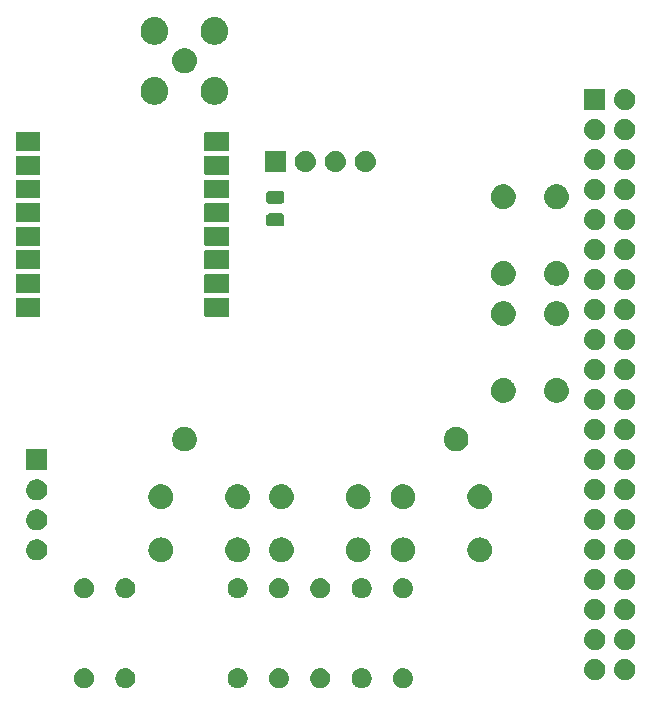
<source format=gbs>
G04 #@! TF.GenerationSoftware,KiCad,Pcbnew,7.0.10*
G04 #@! TF.CreationDate,2024-02-01T09:42:13+01:00*
G04 #@! TF.ProjectId,LoRa-APRS-Gateway-RPI-RA01,4c6f5261-2d41-4505-9253-2d4761746577,rev?*
G04 #@! TF.SameCoordinates,Original*
G04 #@! TF.FileFunction,Soldermask,Bot*
G04 #@! TF.FilePolarity,Negative*
%FSLAX46Y46*%
G04 Gerber Fmt 4.6, Leading zero omitted, Abs format (unit mm)*
G04 Created by KiCad (PCBNEW 7.0.10) date 2024-02-01 09:42:13*
%MOMM*%
%LPD*%
G01*
G04 APERTURE LIST*
G04 APERTURE END LIST*
G36*
X87491199Y-147714662D02*
G01*
X87538954Y-147714662D01*
X87580194Y-147723427D01*
X87615901Y-147726945D01*
X87660759Y-147740552D01*
X87712973Y-147751651D01*
X87746384Y-147766526D01*
X87775435Y-147775339D01*
X87821602Y-147800015D01*
X87875500Y-147824012D01*
X87900554Y-147842215D01*
X87922453Y-147853920D01*
X87967128Y-147890584D01*
X88019430Y-147928584D01*
X88036411Y-147947443D01*
X88051320Y-147959679D01*
X88091387Y-148008501D01*
X88138473Y-148060795D01*
X88148364Y-148077927D01*
X88157079Y-148088546D01*
X88189306Y-148148840D01*
X88227427Y-148214867D01*
X88231813Y-148228368D01*
X88235660Y-148235564D01*
X88256861Y-148305455D01*
X88282404Y-148384067D01*
X88283303Y-148392623D01*
X88284054Y-148395098D01*
X88291371Y-148469389D01*
X88301000Y-148561000D01*
X88291370Y-148652619D01*
X88284054Y-148726901D01*
X88283303Y-148729375D01*
X88282404Y-148737933D01*
X88256856Y-148816558D01*
X88235660Y-148886435D01*
X88231814Y-148893629D01*
X88227427Y-148907133D01*
X88189299Y-148973172D01*
X88157079Y-149033453D01*
X88148366Y-149044069D01*
X88138473Y-149061205D01*
X88091378Y-149113509D01*
X88051320Y-149162320D01*
X88036414Y-149174552D01*
X88019430Y-149193416D01*
X87967118Y-149231423D01*
X87922453Y-149268079D01*
X87900559Y-149279780D01*
X87875500Y-149297988D01*
X87821591Y-149321989D01*
X87775435Y-149346660D01*
X87746391Y-149355470D01*
X87712973Y-149370349D01*
X87660748Y-149381449D01*
X87615901Y-149395054D01*
X87580203Y-149398570D01*
X87538954Y-149407338D01*
X87491188Y-149407338D01*
X87450000Y-149411395D01*
X87408811Y-149407338D01*
X87361046Y-149407338D01*
X87319797Y-149398570D01*
X87284098Y-149395054D01*
X87239248Y-149381448D01*
X87187027Y-149370349D01*
X87153610Y-149355471D01*
X87124564Y-149346660D01*
X87078402Y-149321986D01*
X87024500Y-149297988D01*
X86999443Y-149279783D01*
X86977546Y-149268079D01*
X86932873Y-149231416D01*
X86880570Y-149193416D01*
X86863588Y-149174555D01*
X86848679Y-149162320D01*
X86808610Y-149113496D01*
X86761527Y-149061205D01*
X86751636Y-149044073D01*
X86742920Y-149033453D01*
X86710687Y-148973148D01*
X86672573Y-148907133D01*
X86668186Y-148893634D01*
X86664339Y-148886435D01*
X86643128Y-148816512D01*
X86617596Y-148737933D01*
X86616697Y-148729380D01*
X86615945Y-148726901D01*
X86608613Y-148652467D01*
X86599000Y-148561000D01*
X86608612Y-148469540D01*
X86615945Y-148395098D01*
X86616697Y-148392618D01*
X86617596Y-148384067D01*
X86643123Y-148305502D01*
X86664339Y-148235564D01*
X86668187Y-148228363D01*
X86672573Y-148214867D01*
X86710680Y-148148863D01*
X86742920Y-148088546D01*
X86751638Y-148077923D01*
X86761527Y-148060795D01*
X86808601Y-148008513D01*
X86848679Y-147959679D01*
X86863591Y-147947440D01*
X86880570Y-147928584D01*
X86932862Y-147890591D01*
X86977546Y-147853920D01*
X86999448Y-147842213D01*
X87024500Y-147824012D01*
X87078391Y-147800018D01*
X87124564Y-147775339D01*
X87153617Y-147766525D01*
X87187027Y-147751651D01*
X87239237Y-147740553D01*
X87284098Y-147726945D01*
X87319806Y-147723427D01*
X87361046Y-147714662D01*
X87408801Y-147714662D01*
X87450000Y-147710604D01*
X87491199Y-147714662D01*
G37*
G36*
X90991199Y-147714662D02*
G01*
X91038954Y-147714662D01*
X91080194Y-147723427D01*
X91115901Y-147726945D01*
X91160759Y-147740552D01*
X91212973Y-147751651D01*
X91246384Y-147766526D01*
X91275435Y-147775339D01*
X91321602Y-147800015D01*
X91375500Y-147824012D01*
X91400554Y-147842215D01*
X91422453Y-147853920D01*
X91467128Y-147890584D01*
X91519430Y-147928584D01*
X91536411Y-147947443D01*
X91551320Y-147959679D01*
X91591387Y-148008501D01*
X91638473Y-148060795D01*
X91648364Y-148077927D01*
X91657079Y-148088546D01*
X91689306Y-148148840D01*
X91727427Y-148214867D01*
X91731813Y-148228368D01*
X91735660Y-148235564D01*
X91756861Y-148305455D01*
X91782404Y-148384067D01*
X91783303Y-148392623D01*
X91784054Y-148395098D01*
X91791371Y-148469389D01*
X91801000Y-148561000D01*
X91791370Y-148652619D01*
X91784054Y-148726901D01*
X91783303Y-148729375D01*
X91782404Y-148737933D01*
X91756856Y-148816558D01*
X91735660Y-148886435D01*
X91731814Y-148893629D01*
X91727427Y-148907133D01*
X91689299Y-148973172D01*
X91657079Y-149033453D01*
X91648366Y-149044069D01*
X91638473Y-149061205D01*
X91591378Y-149113509D01*
X91551320Y-149162320D01*
X91536414Y-149174552D01*
X91519430Y-149193416D01*
X91467118Y-149231423D01*
X91422453Y-149268079D01*
X91400559Y-149279780D01*
X91375500Y-149297988D01*
X91321591Y-149321989D01*
X91275435Y-149346660D01*
X91246391Y-149355470D01*
X91212973Y-149370349D01*
X91160748Y-149381449D01*
X91115901Y-149395054D01*
X91080203Y-149398570D01*
X91038954Y-149407338D01*
X90991188Y-149407338D01*
X90950000Y-149411395D01*
X90908811Y-149407338D01*
X90861046Y-149407338D01*
X90819797Y-149398570D01*
X90784098Y-149395054D01*
X90739248Y-149381448D01*
X90687027Y-149370349D01*
X90653610Y-149355471D01*
X90624564Y-149346660D01*
X90578402Y-149321986D01*
X90524500Y-149297988D01*
X90499443Y-149279783D01*
X90477546Y-149268079D01*
X90432873Y-149231416D01*
X90380570Y-149193416D01*
X90363588Y-149174555D01*
X90348679Y-149162320D01*
X90308610Y-149113496D01*
X90261527Y-149061205D01*
X90251636Y-149044073D01*
X90242920Y-149033453D01*
X90210687Y-148973148D01*
X90172573Y-148907133D01*
X90168186Y-148893634D01*
X90164339Y-148886435D01*
X90143128Y-148816512D01*
X90117596Y-148737933D01*
X90116697Y-148729380D01*
X90115945Y-148726901D01*
X90108613Y-148652467D01*
X90099000Y-148561000D01*
X90108612Y-148469540D01*
X90115945Y-148395098D01*
X90116697Y-148392618D01*
X90117596Y-148384067D01*
X90143123Y-148305502D01*
X90164339Y-148235564D01*
X90168187Y-148228363D01*
X90172573Y-148214867D01*
X90210680Y-148148863D01*
X90242920Y-148088546D01*
X90251638Y-148077923D01*
X90261527Y-148060795D01*
X90308601Y-148008513D01*
X90348679Y-147959679D01*
X90363591Y-147947440D01*
X90380570Y-147928584D01*
X90432862Y-147890591D01*
X90477546Y-147853920D01*
X90499448Y-147842213D01*
X90524500Y-147824012D01*
X90578391Y-147800018D01*
X90624564Y-147775339D01*
X90653617Y-147766525D01*
X90687027Y-147751651D01*
X90739237Y-147740553D01*
X90784098Y-147726945D01*
X90819806Y-147723427D01*
X90861046Y-147714662D01*
X90908801Y-147714662D01*
X90950000Y-147710604D01*
X90991199Y-147714662D01*
G37*
G36*
X100491199Y-147714662D02*
G01*
X100538954Y-147714662D01*
X100580194Y-147723427D01*
X100615901Y-147726945D01*
X100660759Y-147740552D01*
X100712973Y-147751651D01*
X100746384Y-147766526D01*
X100775435Y-147775339D01*
X100821602Y-147800015D01*
X100875500Y-147824012D01*
X100900554Y-147842215D01*
X100922453Y-147853920D01*
X100967128Y-147890584D01*
X101019430Y-147928584D01*
X101036411Y-147947443D01*
X101051320Y-147959679D01*
X101091387Y-148008501D01*
X101138473Y-148060795D01*
X101148364Y-148077927D01*
X101157079Y-148088546D01*
X101189306Y-148148840D01*
X101227427Y-148214867D01*
X101231813Y-148228368D01*
X101235660Y-148235564D01*
X101256861Y-148305455D01*
X101282404Y-148384067D01*
X101283303Y-148392623D01*
X101284054Y-148395098D01*
X101291371Y-148469389D01*
X101301000Y-148561000D01*
X101291370Y-148652619D01*
X101284054Y-148726901D01*
X101283303Y-148729375D01*
X101282404Y-148737933D01*
X101256856Y-148816558D01*
X101235660Y-148886435D01*
X101231814Y-148893629D01*
X101227427Y-148907133D01*
X101189299Y-148973172D01*
X101157079Y-149033453D01*
X101148366Y-149044069D01*
X101138473Y-149061205D01*
X101091378Y-149113509D01*
X101051320Y-149162320D01*
X101036414Y-149174552D01*
X101019430Y-149193416D01*
X100967118Y-149231423D01*
X100922453Y-149268079D01*
X100900559Y-149279780D01*
X100875500Y-149297988D01*
X100821591Y-149321989D01*
X100775435Y-149346660D01*
X100746391Y-149355470D01*
X100712973Y-149370349D01*
X100660748Y-149381449D01*
X100615901Y-149395054D01*
X100580203Y-149398570D01*
X100538954Y-149407338D01*
X100491188Y-149407338D01*
X100450000Y-149411395D01*
X100408811Y-149407338D01*
X100361046Y-149407338D01*
X100319797Y-149398570D01*
X100284098Y-149395054D01*
X100239248Y-149381448D01*
X100187027Y-149370349D01*
X100153610Y-149355471D01*
X100124564Y-149346660D01*
X100078402Y-149321986D01*
X100024500Y-149297988D01*
X99999443Y-149279783D01*
X99977546Y-149268079D01*
X99932873Y-149231416D01*
X99880570Y-149193416D01*
X99863588Y-149174555D01*
X99848679Y-149162320D01*
X99808610Y-149113496D01*
X99761527Y-149061205D01*
X99751636Y-149044073D01*
X99742920Y-149033453D01*
X99710687Y-148973148D01*
X99672573Y-148907133D01*
X99668186Y-148893634D01*
X99664339Y-148886435D01*
X99643128Y-148816512D01*
X99617596Y-148737933D01*
X99616697Y-148729380D01*
X99615945Y-148726901D01*
X99608613Y-148652467D01*
X99599000Y-148561000D01*
X99608612Y-148469540D01*
X99615945Y-148395098D01*
X99616697Y-148392618D01*
X99617596Y-148384067D01*
X99643123Y-148305502D01*
X99664339Y-148235564D01*
X99668187Y-148228363D01*
X99672573Y-148214867D01*
X99710680Y-148148863D01*
X99742920Y-148088546D01*
X99751638Y-148077923D01*
X99761527Y-148060795D01*
X99808601Y-148008513D01*
X99848679Y-147959679D01*
X99863591Y-147947440D01*
X99880570Y-147928584D01*
X99932862Y-147890591D01*
X99977546Y-147853920D01*
X99999448Y-147842213D01*
X100024500Y-147824012D01*
X100078391Y-147800018D01*
X100124564Y-147775339D01*
X100153617Y-147766525D01*
X100187027Y-147751651D01*
X100239237Y-147740553D01*
X100284098Y-147726945D01*
X100319806Y-147723427D01*
X100361046Y-147714662D01*
X100408801Y-147714662D01*
X100450000Y-147710604D01*
X100491199Y-147714662D01*
G37*
G36*
X103991199Y-147714662D02*
G01*
X104038954Y-147714662D01*
X104080194Y-147723427D01*
X104115901Y-147726945D01*
X104160759Y-147740552D01*
X104212973Y-147751651D01*
X104246384Y-147766526D01*
X104275435Y-147775339D01*
X104321602Y-147800015D01*
X104375500Y-147824012D01*
X104400554Y-147842215D01*
X104422453Y-147853920D01*
X104467128Y-147890584D01*
X104519430Y-147928584D01*
X104536411Y-147947443D01*
X104551320Y-147959679D01*
X104591387Y-148008501D01*
X104638473Y-148060795D01*
X104648364Y-148077927D01*
X104657079Y-148088546D01*
X104689306Y-148148840D01*
X104727427Y-148214867D01*
X104731813Y-148228368D01*
X104735660Y-148235564D01*
X104756861Y-148305455D01*
X104782404Y-148384067D01*
X104783303Y-148392623D01*
X104784054Y-148395098D01*
X104791371Y-148469389D01*
X104801000Y-148561000D01*
X104791370Y-148652619D01*
X104784054Y-148726901D01*
X104783303Y-148729375D01*
X104782404Y-148737933D01*
X104756856Y-148816558D01*
X104735660Y-148886435D01*
X104731814Y-148893629D01*
X104727427Y-148907133D01*
X104689299Y-148973172D01*
X104657079Y-149033453D01*
X104648366Y-149044069D01*
X104638473Y-149061205D01*
X104591378Y-149113509D01*
X104551320Y-149162320D01*
X104536414Y-149174552D01*
X104519430Y-149193416D01*
X104467118Y-149231423D01*
X104422453Y-149268079D01*
X104400559Y-149279780D01*
X104375500Y-149297988D01*
X104321591Y-149321989D01*
X104275435Y-149346660D01*
X104246391Y-149355470D01*
X104212973Y-149370349D01*
X104160748Y-149381449D01*
X104115901Y-149395054D01*
X104080203Y-149398570D01*
X104038954Y-149407338D01*
X103991188Y-149407338D01*
X103950000Y-149411395D01*
X103908811Y-149407338D01*
X103861046Y-149407338D01*
X103819797Y-149398570D01*
X103784098Y-149395054D01*
X103739248Y-149381448D01*
X103687027Y-149370349D01*
X103653610Y-149355471D01*
X103624564Y-149346660D01*
X103578402Y-149321986D01*
X103524500Y-149297988D01*
X103499443Y-149279783D01*
X103477546Y-149268079D01*
X103432873Y-149231416D01*
X103380570Y-149193416D01*
X103363588Y-149174555D01*
X103348679Y-149162320D01*
X103308610Y-149113496D01*
X103261527Y-149061205D01*
X103251636Y-149044073D01*
X103242920Y-149033453D01*
X103210687Y-148973148D01*
X103172573Y-148907133D01*
X103168186Y-148893634D01*
X103164339Y-148886435D01*
X103143128Y-148816512D01*
X103117596Y-148737933D01*
X103116697Y-148729380D01*
X103115945Y-148726901D01*
X103108613Y-148652467D01*
X103099000Y-148561000D01*
X103108612Y-148469540D01*
X103115945Y-148395098D01*
X103116697Y-148392618D01*
X103117596Y-148384067D01*
X103143123Y-148305502D01*
X103164339Y-148235564D01*
X103168187Y-148228363D01*
X103172573Y-148214867D01*
X103210680Y-148148863D01*
X103242920Y-148088546D01*
X103251638Y-148077923D01*
X103261527Y-148060795D01*
X103308601Y-148008513D01*
X103348679Y-147959679D01*
X103363591Y-147947440D01*
X103380570Y-147928584D01*
X103432862Y-147890591D01*
X103477546Y-147853920D01*
X103499448Y-147842213D01*
X103524500Y-147824012D01*
X103578391Y-147800018D01*
X103624564Y-147775339D01*
X103653617Y-147766525D01*
X103687027Y-147751651D01*
X103739237Y-147740553D01*
X103784098Y-147726945D01*
X103819806Y-147723427D01*
X103861046Y-147714662D01*
X103908801Y-147714662D01*
X103950000Y-147710604D01*
X103991199Y-147714662D01*
G37*
G36*
X107491199Y-147714662D02*
G01*
X107538954Y-147714662D01*
X107580194Y-147723427D01*
X107615901Y-147726945D01*
X107660759Y-147740552D01*
X107712973Y-147751651D01*
X107746384Y-147766526D01*
X107775435Y-147775339D01*
X107821602Y-147800015D01*
X107875500Y-147824012D01*
X107900554Y-147842215D01*
X107922453Y-147853920D01*
X107967128Y-147890584D01*
X108019430Y-147928584D01*
X108036411Y-147947443D01*
X108051320Y-147959679D01*
X108091387Y-148008501D01*
X108138473Y-148060795D01*
X108148364Y-148077927D01*
X108157079Y-148088546D01*
X108189306Y-148148840D01*
X108227427Y-148214867D01*
X108231813Y-148228368D01*
X108235660Y-148235564D01*
X108256861Y-148305455D01*
X108282404Y-148384067D01*
X108283303Y-148392623D01*
X108284054Y-148395098D01*
X108291371Y-148469389D01*
X108301000Y-148561000D01*
X108291370Y-148652619D01*
X108284054Y-148726901D01*
X108283303Y-148729375D01*
X108282404Y-148737933D01*
X108256856Y-148816558D01*
X108235660Y-148886435D01*
X108231814Y-148893629D01*
X108227427Y-148907133D01*
X108189299Y-148973172D01*
X108157079Y-149033453D01*
X108148366Y-149044069D01*
X108138473Y-149061205D01*
X108091378Y-149113509D01*
X108051320Y-149162320D01*
X108036414Y-149174552D01*
X108019430Y-149193416D01*
X107967118Y-149231423D01*
X107922453Y-149268079D01*
X107900559Y-149279780D01*
X107875500Y-149297988D01*
X107821591Y-149321989D01*
X107775435Y-149346660D01*
X107746391Y-149355470D01*
X107712973Y-149370349D01*
X107660748Y-149381449D01*
X107615901Y-149395054D01*
X107580203Y-149398570D01*
X107538954Y-149407338D01*
X107491188Y-149407338D01*
X107450000Y-149411395D01*
X107408811Y-149407338D01*
X107361046Y-149407338D01*
X107319797Y-149398570D01*
X107284098Y-149395054D01*
X107239248Y-149381448D01*
X107187027Y-149370349D01*
X107153610Y-149355471D01*
X107124564Y-149346660D01*
X107078402Y-149321986D01*
X107024500Y-149297988D01*
X106999443Y-149279783D01*
X106977546Y-149268079D01*
X106932873Y-149231416D01*
X106880570Y-149193416D01*
X106863588Y-149174555D01*
X106848679Y-149162320D01*
X106808610Y-149113496D01*
X106761527Y-149061205D01*
X106751636Y-149044073D01*
X106742920Y-149033453D01*
X106710687Y-148973148D01*
X106672573Y-148907133D01*
X106668186Y-148893634D01*
X106664339Y-148886435D01*
X106643128Y-148816512D01*
X106617596Y-148737933D01*
X106616697Y-148729380D01*
X106615945Y-148726901D01*
X106608613Y-148652467D01*
X106599000Y-148561000D01*
X106608612Y-148469540D01*
X106615945Y-148395098D01*
X106616697Y-148392618D01*
X106617596Y-148384067D01*
X106643123Y-148305502D01*
X106664339Y-148235564D01*
X106668187Y-148228363D01*
X106672573Y-148214867D01*
X106710680Y-148148863D01*
X106742920Y-148088546D01*
X106751638Y-148077923D01*
X106761527Y-148060795D01*
X106808601Y-148008513D01*
X106848679Y-147959679D01*
X106863591Y-147947440D01*
X106880570Y-147928584D01*
X106932862Y-147890591D01*
X106977546Y-147853920D01*
X106999448Y-147842213D01*
X107024500Y-147824012D01*
X107078391Y-147800018D01*
X107124564Y-147775339D01*
X107153617Y-147766525D01*
X107187027Y-147751651D01*
X107239237Y-147740553D01*
X107284098Y-147726945D01*
X107319806Y-147723427D01*
X107361046Y-147714662D01*
X107408801Y-147714662D01*
X107450000Y-147710604D01*
X107491199Y-147714662D01*
G37*
G36*
X110991199Y-147714662D02*
G01*
X111038954Y-147714662D01*
X111080194Y-147723427D01*
X111115901Y-147726945D01*
X111160759Y-147740552D01*
X111212973Y-147751651D01*
X111246384Y-147766526D01*
X111275435Y-147775339D01*
X111321602Y-147800015D01*
X111375500Y-147824012D01*
X111400554Y-147842215D01*
X111422453Y-147853920D01*
X111467128Y-147890584D01*
X111519430Y-147928584D01*
X111536411Y-147947443D01*
X111551320Y-147959679D01*
X111591387Y-148008501D01*
X111638473Y-148060795D01*
X111648364Y-148077927D01*
X111657079Y-148088546D01*
X111689306Y-148148840D01*
X111727427Y-148214867D01*
X111731813Y-148228368D01*
X111735660Y-148235564D01*
X111756861Y-148305455D01*
X111782404Y-148384067D01*
X111783303Y-148392623D01*
X111784054Y-148395098D01*
X111791371Y-148469389D01*
X111801000Y-148561000D01*
X111791370Y-148652619D01*
X111784054Y-148726901D01*
X111783303Y-148729375D01*
X111782404Y-148737933D01*
X111756856Y-148816558D01*
X111735660Y-148886435D01*
X111731814Y-148893629D01*
X111727427Y-148907133D01*
X111689299Y-148973172D01*
X111657079Y-149033453D01*
X111648366Y-149044069D01*
X111638473Y-149061205D01*
X111591378Y-149113509D01*
X111551320Y-149162320D01*
X111536414Y-149174552D01*
X111519430Y-149193416D01*
X111467118Y-149231423D01*
X111422453Y-149268079D01*
X111400559Y-149279780D01*
X111375500Y-149297988D01*
X111321591Y-149321989D01*
X111275435Y-149346660D01*
X111246391Y-149355470D01*
X111212973Y-149370349D01*
X111160748Y-149381449D01*
X111115901Y-149395054D01*
X111080203Y-149398570D01*
X111038954Y-149407338D01*
X110991188Y-149407338D01*
X110950000Y-149411395D01*
X110908811Y-149407338D01*
X110861046Y-149407338D01*
X110819797Y-149398570D01*
X110784098Y-149395054D01*
X110739248Y-149381448D01*
X110687027Y-149370349D01*
X110653610Y-149355471D01*
X110624564Y-149346660D01*
X110578402Y-149321986D01*
X110524500Y-149297988D01*
X110499443Y-149279783D01*
X110477546Y-149268079D01*
X110432873Y-149231416D01*
X110380570Y-149193416D01*
X110363588Y-149174555D01*
X110348679Y-149162320D01*
X110308610Y-149113496D01*
X110261527Y-149061205D01*
X110251636Y-149044073D01*
X110242920Y-149033453D01*
X110210687Y-148973148D01*
X110172573Y-148907133D01*
X110168186Y-148893634D01*
X110164339Y-148886435D01*
X110143128Y-148816512D01*
X110117596Y-148737933D01*
X110116697Y-148729380D01*
X110115945Y-148726901D01*
X110108613Y-148652467D01*
X110099000Y-148561000D01*
X110108612Y-148469540D01*
X110115945Y-148395098D01*
X110116697Y-148392618D01*
X110117596Y-148384067D01*
X110143123Y-148305502D01*
X110164339Y-148235564D01*
X110168187Y-148228363D01*
X110172573Y-148214867D01*
X110210680Y-148148863D01*
X110242920Y-148088546D01*
X110251638Y-148077923D01*
X110261527Y-148060795D01*
X110308601Y-148008513D01*
X110348679Y-147959679D01*
X110363591Y-147947440D01*
X110380570Y-147928584D01*
X110432862Y-147890591D01*
X110477546Y-147853920D01*
X110499448Y-147842213D01*
X110524500Y-147824012D01*
X110578391Y-147800018D01*
X110624564Y-147775339D01*
X110653617Y-147766525D01*
X110687027Y-147751651D01*
X110739237Y-147740553D01*
X110784098Y-147726945D01*
X110819806Y-147723427D01*
X110861046Y-147714662D01*
X110908801Y-147714662D01*
X110950000Y-147710604D01*
X110991199Y-147714662D01*
G37*
G36*
X114491199Y-147714662D02*
G01*
X114538954Y-147714662D01*
X114580194Y-147723427D01*
X114615901Y-147726945D01*
X114660759Y-147740552D01*
X114712973Y-147751651D01*
X114746384Y-147766526D01*
X114775435Y-147775339D01*
X114821602Y-147800015D01*
X114875500Y-147824012D01*
X114900554Y-147842215D01*
X114922453Y-147853920D01*
X114967128Y-147890584D01*
X115019430Y-147928584D01*
X115036411Y-147947443D01*
X115051320Y-147959679D01*
X115091387Y-148008501D01*
X115138473Y-148060795D01*
X115148364Y-148077927D01*
X115157079Y-148088546D01*
X115189306Y-148148840D01*
X115227427Y-148214867D01*
X115231813Y-148228368D01*
X115235660Y-148235564D01*
X115256861Y-148305455D01*
X115282404Y-148384067D01*
X115283303Y-148392623D01*
X115284054Y-148395098D01*
X115291371Y-148469389D01*
X115301000Y-148561000D01*
X115291370Y-148652619D01*
X115284054Y-148726901D01*
X115283303Y-148729375D01*
X115282404Y-148737933D01*
X115256856Y-148816558D01*
X115235660Y-148886435D01*
X115231814Y-148893629D01*
X115227427Y-148907133D01*
X115189299Y-148973172D01*
X115157079Y-149033453D01*
X115148366Y-149044069D01*
X115138473Y-149061205D01*
X115091378Y-149113509D01*
X115051320Y-149162320D01*
X115036414Y-149174552D01*
X115019430Y-149193416D01*
X114967118Y-149231423D01*
X114922453Y-149268079D01*
X114900559Y-149279780D01*
X114875500Y-149297988D01*
X114821591Y-149321989D01*
X114775435Y-149346660D01*
X114746391Y-149355470D01*
X114712973Y-149370349D01*
X114660748Y-149381449D01*
X114615901Y-149395054D01*
X114580203Y-149398570D01*
X114538954Y-149407338D01*
X114491188Y-149407338D01*
X114450000Y-149411395D01*
X114408811Y-149407338D01*
X114361046Y-149407338D01*
X114319797Y-149398570D01*
X114284098Y-149395054D01*
X114239248Y-149381448D01*
X114187027Y-149370349D01*
X114153610Y-149355471D01*
X114124564Y-149346660D01*
X114078402Y-149321986D01*
X114024500Y-149297988D01*
X113999443Y-149279783D01*
X113977546Y-149268079D01*
X113932873Y-149231416D01*
X113880570Y-149193416D01*
X113863588Y-149174555D01*
X113848679Y-149162320D01*
X113808610Y-149113496D01*
X113761527Y-149061205D01*
X113751636Y-149044073D01*
X113742920Y-149033453D01*
X113710687Y-148973148D01*
X113672573Y-148907133D01*
X113668186Y-148893634D01*
X113664339Y-148886435D01*
X113643128Y-148816512D01*
X113617596Y-148737933D01*
X113616697Y-148729380D01*
X113615945Y-148726901D01*
X113608613Y-148652467D01*
X113599000Y-148561000D01*
X113608612Y-148469540D01*
X113615945Y-148395098D01*
X113616697Y-148392618D01*
X113617596Y-148384067D01*
X113643123Y-148305502D01*
X113664339Y-148235564D01*
X113668187Y-148228363D01*
X113672573Y-148214867D01*
X113710680Y-148148863D01*
X113742920Y-148088546D01*
X113751638Y-148077923D01*
X113761527Y-148060795D01*
X113808601Y-148008513D01*
X113848679Y-147959679D01*
X113863591Y-147947440D01*
X113880570Y-147928584D01*
X113932862Y-147890591D01*
X113977546Y-147853920D01*
X113999448Y-147842213D01*
X114024500Y-147824012D01*
X114078391Y-147800018D01*
X114124564Y-147775339D01*
X114153617Y-147766525D01*
X114187027Y-147751651D01*
X114239237Y-147740553D01*
X114284098Y-147726945D01*
X114319806Y-147723427D01*
X114361046Y-147714662D01*
X114408801Y-147714662D01*
X114450000Y-147710604D01*
X114491199Y-147714662D01*
G37*
G36*
X130731663Y-146937016D02*
G01*
X130781860Y-146937016D01*
X130825204Y-146946229D01*
X130863339Y-146949985D01*
X130911246Y-146964517D01*
X130966104Y-146976178D01*
X131001210Y-146991808D01*
X131032246Y-147001223D01*
X131081564Y-147027584D01*
X131138180Y-147052791D01*
X131164502Y-147071915D01*
X131187912Y-147084428D01*
X131235668Y-147123620D01*
X131290567Y-147163507D01*
X131308391Y-147183303D01*
X131324355Y-147196404D01*
X131367252Y-147248674D01*
X131416604Y-147303485D01*
X131426972Y-147321443D01*
X131436331Y-147332847D01*
X131470953Y-147397622D01*
X131510784Y-147466610D01*
X131515365Y-147480710D01*
X131519536Y-147488513D01*
X131542532Y-147564322D01*
X131568991Y-147645752D01*
X131569922Y-147654612D01*
X131570774Y-147657420D01*
X131579064Y-147741593D01*
X131588680Y-147833080D01*
X131579063Y-147924574D01*
X131570774Y-148008739D01*
X131569922Y-148011546D01*
X131568991Y-148020408D01*
X131542528Y-148101851D01*
X131519536Y-148177646D01*
X131515366Y-148185446D01*
X131510784Y-148199550D01*
X131470946Y-148268550D01*
X131436331Y-148333312D01*
X131426974Y-148344713D01*
X131416604Y-148362675D01*
X131367243Y-148417495D01*
X131324355Y-148469755D01*
X131308394Y-148482853D01*
X131290567Y-148502653D01*
X131235657Y-148542547D01*
X131187912Y-148581731D01*
X131164507Y-148594241D01*
X131138180Y-148613369D01*
X131081553Y-148638580D01*
X131032246Y-148664936D01*
X131001217Y-148674348D01*
X130966104Y-148689982D01*
X130911235Y-148701644D01*
X130863339Y-148716174D01*
X130825212Y-148719929D01*
X130781860Y-148729144D01*
X130731653Y-148729144D01*
X130687680Y-148733475D01*
X130643707Y-148729144D01*
X130593500Y-148729144D01*
X130550147Y-148719929D01*
X130512020Y-148716174D01*
X130464121Y-148701643D01*
X130409256Y-148689982D01*
X130374144Y-148674349D01*
X130343113Y-148664936D01*
X130293800Y-148638578D01*
X130237180Y-148613369D01*
X130210855Y-148594243D01*
X130187447Y-148581731D01*
X130139693Y-148542540D01*
X130084793Y-148502653D01*
X130066967Y-148482856D01*
X130051004Y-148469755D01*
X130008105Y-148417482D01*
X129958756Y-148362675D01*
X129948388Y-148344717D01*
X129939028Y-148333312D01*
X129904399Y-148268527D01*
X129864576Y-148199550D01*
X129859995Y-148185451D01*
X129855823Y-148177646D01*
X129832816Y-148101805D01*
X129806369Y-148020408D01*
X129805438Y-148011551D01*
X129804585Y-148008739D01*
X129796280Y-147924422D01*
X129786680Y-147833080D01*
X129796279Y-147741744D01*
X129804585Y-147657420D01*
X129805438Y-147654607D01*
X129806369Y-147645752D01*
X129832812Y-147564368D01*
X129855823Y-147488513D01*
X129859995Y-147480706D01*
X129864576Y-147466610D01*
X129904392Y-147397645D01*
X129939028Y-147332847D01*
X129948390Y-147321439D01*
X129958756Y-147303485D01*
X130008096Y-147248687D01*
X130051004Y-147196404D01*
X130066971Y-147183299D01*
X130084793Y-147163507D01*
X130139682Y-147123626D01*
X130187447Y-147084428D01*
X130210860Y-147071913D01*
X130237180Y-147052791D01*
X130293789Y-147027586D01*
X130343113Y-147001223D01*
X130374151Y-146991807D01*
X130409256Y-146976178D01*
X130464110Y-146964518D01*
X130512020Y-146949985D01*
X130550156Y-146946228D01*
X130593500Y-146937016D01*
X130643696Y-146937016D01*
X130687680Y-146932684D01*
X130731663Y-146937016D01*
G37*
G36*
X133271663Y-146937016D02*
G01*
X133321860Y-146937016D01*
X133365204Y-146946229D01*
X133403339Y-146949985D01*
X133451246Y-146964517D01*
X133506104Y-146976178D01*
X133541210Y-146991808D01*
X133572246Y-147001223D01*
X133621564Y-147027584D01*
X133678180Y-147052791D01*
X133704502Y-147071915D01*
X133727912Y-147084428D01*
X133775668Y-147123620D01*
X133830567Y-147163507D01*
X133848391Y-147183303D01*
X133864355Y-147196404D01*
X133907252Y-147248674D01*
X133956604Y-147303485D01*
X133966972Y-147321443D01*
X133976331Y-147332847D01*
X134010953Y-147397622D01*
X134050784Y-147466610D01*
X134055365Y-147480710D01*
X134059536Y-147488513D01*
X134082532Y-147564322D01*
X134108991Y-147645752D01*
X134109922Y-147654612D01*
X134110774Y-147657420D01*
X134119064Y-147741593D01*
X134128680Y-147833080D01*
X134119063Y-147924574D01*
X134110774Y-148008739D01*
X134109922Y-148011546D01*
X134108991Y-148020408D01*
X134082528Y-148101851D01*
X134059536Y-148177646D01*
X134055366Y-148185446D01*
X134050784Y-148199550D01*
X134010946Y-148268550D01*
X133976331Y-148333312D01*
X133966974Y-148344713D01*
X133956604Y-148362675D01*
X133907243Y-148417495D01*
X133864355Y-148469755D01*
X133848394Y-148482853D01*
X133830567Y-148502653D01*
X133775657Y-148542547D01*
X133727912Y-148581731D01*
X133704507Y-148594241D01*
X133678180Y-148613369D01*
X133621553Y-148638580D01*
X133572246Y-148664936D01*
X133541217Y-148674348D01*
X133506104Y-148689982D01*
X133451235Y-148701644D01*
X133403339Y-148716174D01*
X133365212Y-148719929D01*
X133321860Y-148729144D01*
X133271653Y-148729144D01*
X133227680Y-148733475D01*
X133183707Y-148729144D01*
X133133500Y-148729144D01*
X133090147Y-148719929D01*
X133052020Y-148716174D01*
X133004121Y-148701643D01*
X132949256Y-148689982D01*
X132914144Y-148674349D01*
X132883113Y-148664936D01*
X132833800Y-148638578D01*
X132777180Y-148613369D01*
X132750855Y-148594243D01*
X132727447Y-148581731D01*
X132679693Y-148542540D01*
X132624793Y-148502653D01*
X132606967Y-148482856D01*
X132591004Y-148469755D01*
X132548105Y-148417482D01*
X132498756Y-148362675D01*
X132488388Y-148344717D01*
X132479028Y-148333312D01*
X132444399Y-148268527D01*
X132404576Y-148199550D01*
X132399995Y-148185451D01*
X132395823Y-148177646D01*
X132372816Y-148101805D01*
X132346369Y-148020408D01*
X132345438Y-148011551D01*
X132344585Y-148008739D01*
X132336280Y-147924422D01*
X132326680Y-147833080D01*
X132336279Y-147741744D01*
X132344585Y-147657420D01*
X132345438Y-147654607D01*
X132346369Y-147645752D01*
X132372812Y-147564368D01*
X132395823Y-147488513D01*
X132399995Y-147480706D01*
X132404576Y-147466610D01*
X132444392Y-147397645D01*
X132479028Y-147332847D01*
X132488390Y-147321439D01*
X132498756Y-147303485D01*
X132548096Y-147248687D01*
X132591004Y-147196404D01*
X132606971Y-147183299D01*
X132624793Y-147163507D01*
X132679682Y-147123626D01*
X132727447Y-147084428D01*
X132750860Y-147071913D01*
X132777180Y-147052791D01*
X132833789Y-147027586D01*
X132883113Y-147001223D01*
X132914151Y-146991807D01*
X132949256Y-146976178D01*
X133004110Y-146964518D01*
X133052020Y-146949985D01*
X133090156Y-146946228D01*
X133133500Y-146937016D01*
X133183696Y-146937016D01*
X133227680Y-146932684D01*
X133271663Y-146937016D01*
G37*
G36*
X130731663Y-144397016D02*
G01*
X130781860Y-144397016D01*
X130825204Y-144406229D01*
X130863339Y-144409985D01*
X130911246Y-144424517D01*
X130966104Y-144436178D01*
X131001210Y-144451808D01*
X131032246Y-144461223D01*
X131081564Y-144487584D01*
X131138180Y-144512791D01*
X131164502Y-144531915D01*
X131187912Y-144544428D01*
X131235668Y-144583620D01*
X131290567Y-144623507D01*
X131308391Y-144643303D01*
X131324355Y-144656404D01*
X131367252Y-144708674D01*
X131416604Y-144763485D01*
X131426972Y-144781443D01*
X131436331Y-144792847D01*
X131470953Y-144857622D01*
X131510784Y-144926610D01*
X131515365Y-144940710D01*
X131519536Y-144948513D01*
X131542532Y-145024322D01*
X131568991Y-145105752D01*
X131569922Y-145114612D01*
X131570774Y-145117420D01*
X131579064Y-145201593D01*
X131588680Y-145293080D01*
X131579063Y-145384574D01*
X131570774Y-145468739D01*
X131569922Y-145471546D01*
X131568991Y-145480408D01*
X131542528Y-145561851D01*
X131519536Y-145637646D01*
X131515366Y-145645446D01*
X131510784Y-145659550D01*
X131470946Y-145728550D01*
X131436331Y-145793312D01*
X131426974Y-145804713D01*
X131416604Y-145822675D01*
X131367243Y-145877495D01*
X131324355Y-145929755D01*
X131308394Y-145942853D01*
X131290567Y-145962653D01*
X131235657Y-146002547D01*
X131187912Y-146041731D01*
X131164507Y-146054241D01*
X131138180Y-146073369D01*
X131081553Y-146098580D01*
X131032246Y-146124936D01*
X131001217Y-146134348D01*
X130966104Y-146149982D01*
X130911235Y-146161644D01*
X130863339Y-146176174D01*
X130825212Y-146179929D01*
X130781860Y-146189144D01*
X130731653Y-146189144D01*
X130687680Y-146193475D01*
X130643707Y-146189144D01*
X130593500Y-146189144D01*
X130550147Y-146179929D01*
X130512020Y-146176174D01*
X130464121Y-146161643D01*
X130409256Y-146149982D01*
X130374144Y-146134349D01*
X130343113Y-146124936D01*
X130293800Y-146098578D01*
X130237180Y-146073369D01*
X130210855Y-146054243D01*
X130187447Y-146041731D01*
X130139693Y-146002540D01*
X130084793Y-145962653D01*
X130066967Y-145942856D01*
X130051004Y-145929755D01*
X130008105Y-145877482D01*
X129958756Y-145822675D01*
X129948388Y-145804717D01*
X129939028Y-145793312D01*
X129904399Y-145728527D01*
X129864576Y-145659550D01*
X129859995Y-145645451D01*
X129855823Y-145637646D01*
X129832816Y-145561805D01*
X129806369Y-145480408D01*
X129805438Y-145471551D01*
X129804585Y-145468739D01*
X129796280Y-145384422D01*
X129786680Y-145293080D01*
X129796279Y-145201744D01*
X129804585Y-145117420D01*
X129805438Y-145114607D01*
X129806369Y-145105752D01*
X129832812Y-145024368D01*
X129855823Y-144948513D01*
X129859995Y-144940706D01*
X129864576Y-144926610D01*
X129904392Y-144857645D01*
X129939028Y-144792847D01*
X129948390Y-144781439D01*
X129958756Y-144763485D01*
X130008096Y-144708687D01*
X130051004Y-144656404D01*
X130066971Y-144643299D01*
X130084793Y-144623507D01*
X130139682Y-144583626D01*
X130187447Y-144544428D01*
X130210860Y-144531913D01*
X130237180Y-144512791D01*
X130293789Y-144487586D01*
X130343113Y-144461223D01*
X130374151Y-144451807D01*
X130409256Y-144436178D01*
X130464110Y-144424518D01*
X130512020Y-144409985D01*
X130550156Y-144406228D01*
X130593500Y-144397016D01*
X130643696Y-144397016D01*
X130687680Y-144392684D01*
X130731663Y-144397016D01*
G37*
G36*
X133271663Y-144397016D02*
G01*
X133321860Y-144397016D01*
X133365204Y-144406229D01*
X133403339Y-144409985D01*
X133451246Y-144424517D01*
X133506104Y-144436178D01*
X133541210Y-144451808D01*
X133572246Y-144461223D01*
X133621564Y-144487584D01*
X133678180Y-144512791D01*
X133704502Y-144531915D01*
X133727912Y-144544428D01*
X133775668Y-144583620D01*
X133830567Y-144623507D01*
X133848391Y-144643303D01*
X133864355Y-144656404D01*
X133907252Y-144708674D01*
X133956604Y-144763485D01*
X133966972Y-144781443D01*
X133976331Y-144792847D01*
X134010953Y-144857622D01*
X134050784Y-144926610D01*
X134055365Y-144940710D01*
X134059536Y-144948513D01*
X134082532Y-145024322D01*
X134108991Y-145105752D01*
X134109922Y-145114612D01*
X134110774Y-145117420D01*
X134119064Y-145201593D01*
X134128680Y-145293080D01*
X134119063Y-145384574D01*
X134110774Y-145468739D01*
X134109922Y-145471546D01*
X134108991Y-145480408D01*
X134082528Y-145561851D01*
X134059536Y-145637646D01*
X134055366Y-145645446D01*
X134050784Y-145659550D01*
X134010946Y-145728550D01*
X133976331Y-145793312D01*
X133966974Y-145804713D01*
X133956604Y-145822675D01*
X133907243Y-145877495D01*
X133864355Y-145929755D01*
X133848394Y-145942853D01*
X133830567Y-145962653D01*
X133775657Y-146002547D01*
X133727912Y-146041731D01*
X133704507Y-146054241D01*
X133678180Y-146073369D01*
X133621553Y-146098580D01*
X133572246Y-146124936D01*
X133541217Y-146134348D01*
X133506104Y-146149982D01*
X133451235Y-146161644D01*
X133403339Y-146176174D01*
X133365212Y-146179929D01*
X133321860Y-146189144D01*
X133271653Y-146189144D01*
X133227680Y-146193475D01*
X133183707Y-146189144D01*
X133133500Y-146189144D01*
X133090147Y-146179929D01*
X133052020Y-146176174D01*
X133004121Y-146161643D01*
X132949256Y-146149982D01*
X132914144Y-146134349D01*
X132883113Y-146124936D01*
X132833800Y-146098578D01*
X132777180Y-146073369D01*
X132750855Y-146054243D01*
X132727447Y-146041731D01*
X132679693Y-146002540D01*
X132624793Y-145962653D01*
X132606967Y-145942856D01*
X132591004Y-145929755D01*
X132548105Y-145877482D01*
X132498756Y-145822675D01*
X132488388Y-145804717D01*
X132479028Y-145793312D01*
X132444399Y-145728527D01*
X132404576Y-145659550D01*
X132399995Y-145645451D01*
X132395823Y-145637646D01*
X132372816Y-145561805D01*
X132346369Y-145480408D01*
X132345438Y-145471551D01*
X132344585Y-145468739D01*
X132336280Y-145384422D01*
X132326680Y-145293080D01*
X132336279Y-145201744D01*
X132344585Y-145117420D01*
X132345438Y-145114607D01*
X132346369Y-145105752D01*
X132372812Y-145024368D01*
X132395823Y-144948513D01*
X132399995Y-144940706D01*
X132404576Y-144926610D01*
X132444392Y-144857645D01*
X132479028Y-144792847D01*
X132488390Y-144781439D01*
X132498756Y-144763485D01*
X132548096Y-144708687D01*
X132591004Y-144656404D01*
X132606971Y-144643299D01*
X132624793Y-144623507D01*
X132679682Y-144583626D01*
X132727447Y-144544428D01*
X132750860Y-144531913D01*
X132777180Y-144512791D01*
X132833789Y-144487586D01*
X132883113Y-144461223D01*
X132914151Y-144451807D01*
X132949256Y-144436178D01*
X133004110Y-144424518D01*
X133052020Y-144409985D01*
X133090156Y-144406228D01*
X133133500Y-144397016D01*
X133183696Y-144397016D01*
X133227680Y-144392684D01*
X133271663Y-144397016D01*
G37*
G36*
X130731663Y-141857016D02*
G01*
X130781860Y-141857016D01*
X130825204Y-141866229D01*
X130863339Y-141869985D01*
X130911246Y-141884517D01*
X130966104Y-141896178D01*
X131001210Y-141911808D01*
X131032246Y-141921223D01*
X131081564Y-141947584D01*
X131138180Y-141972791D01*
X131164502Y-141991915D01*
X131187912Y-142004428D01*
X131235668Y-142043620D01*
X131290567Y-142083507D01*
X131308391Y-142103303D01*
X131324355Y-142116404D01*
X131367252Y-142168674D01*
X131416604Y-142223485D01*
X131426972Y-142241443D01*
X131436331Y-142252847D01*
X131470953Y-142317622D01*
X131510784Y-142386610D01*
X131515365Y-142400710D01*
X131519536Y-142408513D01*
X131542532Y-142484322D01*
X131568991Y-142565752D01*
X131569922Y-142574612D01*
X131570774Y-142577420D01*
X131579064Y-142661593D01*
X131588680Y-142753080D01*
X131579063Y-142844574D01*
X131570774Y-142928739D01*
X131569922Y-142931546D01*
X131568991Y-142940408D01*
X131542528Y-143021851D01*
X131519536Y-143097646D01*
X131515366Y-143105446D01*
X131510784Y-143119550D01*
X131470946Y-143188550D01*
X131436331Y-143253312D01*
X131426974Y-143264713D01*
X131416604Y-143282675D01*
X131367243Y-143337495D01*
X131324355Y-143389755D01*
X131308394Y-143402853D01*
X131290567Y-143422653D01*
X131235657Y-143462547D01*
X131187912Y-143501731D01*
X131164507Y-143514241D01*
X131138180Y-143533369D01*
X131081553Y-143558580D01*
X131032246Y-143584936D01*
X131001217Y-143594348D01*
X130966104Y-143609982D01*
X130911235Y-143621644D01*
X130863339Y-143636174D01*
X130825212Y-143639929D01*
X130781860Y-143649144D01*
X130731653Y-143649144D01*
X130687680Y-143653475D01*
X130643707Y-143649144D01*
X130593500Y-143649144D01*
X130550147Y-143639929D01*
X130512020Y-143636174D01*
X130464121Y-143621643D01*
X130409256Y-143609982D01*
X130374144Y-143594349D01*
X130343113Y-143584936D01*
X130293800Y-143558578D01*
X130237180Y-143533369D01*
X130210855Y-143514243D01*
X130187447Y-143501731D01*
X130139693Y-143462540D01*
X130084793Y-143422653D01*
X130066967Y-143402856D01*
X130051004Y-143389755D01*
X130008105Y-143337482D01*
X129958756Y-143282675D01*
X129948388Y-143264717D01*
X129939028Y-143253312D01*
X129904399Y-143188527D01*
X129864576Y-143119550D01*
X129859995Y-143105451D01*
X129855823Y-143097646D01*
X129832816Y-143021805D01*
X129806369Y-142940408D01*
X129805438Y-142931551D01*
X129804585Y-142928739D01*
X129796280Y-142844422D01*
X129786680Y-142753080D01*
X129796279Y-142661744D01*
X129804585Y-142577420D01*
X129805438Y-142574607D01*
X129806369Y-142565752D01*
X129832812Y-142484368D01*
X129855823Y-142408513D01*
X129859995Y-142400706D01*
X129864576Y-142386610D01*
X129904392Y-142317645D01*
X129939028Y-142252847D01*
X129948390Y-142241439D01*
X129958756Y-142223485D01*
X130008096Y-142168687D01*
X130051004Y-142116404D01*
X130066971Y-142103299D01*
X130084793Y-142083507D01*
X130139682Y-142043626D01*
X130187447Y-142004428D01*
X130210860Y-141991913D01*
X130237180Y-141972791D01*
X130293789Y-141947586D01*
X130343113Y-141921223D01*
X130374151Y-141911807D01*
X130409256Y-141896178D01*
X130464110Y-141884518D01*
X130512020Y-141869985D01*
X130550156Y-141866228D01*
X130593500Y-141857016D01*
X130643696Y-141857016D01*
X130687680Y-141852684D01*
X130731663Y-141857016D01*
G37*
G36*
X133271663Y-141857016D02*
G01*
X133321860Y-141857016D01*
X133365204Y-141866229D01*
X133403339Y-141869985D01*
X133451246Y-141884517D01*
X133506104Y-141896178D01*
X133541210Y-141911808D01*
X133572246Y-141921223D01*
X133621564Y-141947584D01*
X133678180Y-141972791D01*
X133704502Y-141991915D01*
X133727912Y-142004428D01*
X133775668Y-142043620D01*
X133830567Y-142083507D01*
X133848391Y-142103303D01*
X133864355Y-142116404D01*
X133907252Y-142168674D01*
X133956604Y-142223485D01*
X133966972Y-142241443D01*
X133976331Y-142252847D01*
X134010953Y-142317622D01*
X134050784Y-142386610D01*
X134055365Y-142400710D01*
X134059536Y-142408513D01*
X134082532Y-142484322D01*
X134108991Y-142565752D01*
X134109922Y-142574612D01*
X134110774Y-142577420D01*
X134119064Y-142661593D01*
X134128680Y-142753080D01*
X134119063Y-142844574D01*
X134110774Y-142928739D01*
X134109922Y-142931546D01*
X134108991Y-142940408D01*
X134082528Y-143021851D01*
X134059536Y-143097646D01*
X134055366Y-143105446D01*
X134050784Y-143119550D01*
X134010946Y-143188550D01*
X133976331Y-143253312D01*
X133966974Y-143264713D01*
X133956604Y-143282675D01*
X133907243Y-143337495D01*
X133864355Y-143389755D01*
X133848394Y-143402853D01*
X133830567Y-143422653D01*
X133775657Y-143462547D01*
X133727912Y-143501731D01*
X133704507Y-143514241D01*
X133678180Y-143533369D01*
X133621553Y-143558580D01*
X133572246Y-143584936D01*
X133541217Y-143594348D01*
X133506104Y-143609982D01*
X133451235Y-143621644D01*
X133403339Y-143636174D01*
X133365212Y-143639929D01*
X133321860Y-143649144D01*
X133271653Y-143649144D01*
X133227680Y-143653475D01*
X133183707Y-143649144D01*
X133133500Y-143649144D01*
X133090147Y-143639929D01*
X133052020Y-143636174D01*
X133004121Y-143621643D01*
X132949256Y-143609982D01*
X132914144Y-143594349D01*
X132883113Y-143584936D01*
X132833800Y-143558578D01*
X132777180Y-143533369D01*
X132750855Y-143514243D01*
X132727447Y-143501731D01*
X132679693Y-143462540D01*
X132624793Y-143422653D01*
X132606967Y-143402856D01*
X132591004Y-143389755D01*
X132548105Y-143337482D01*
X132498756Y-143282675D01*
X132488388Y-143264717D01*
X132479028Y-143253312D01*
X132444399Y-143188527D01*
X132404576Y-143119550D01*
X132399995Y-143105451D01*
X132395823Y-143097646D01*
X132372816Y-143021805D01*
X132346369Y-142940408D01*
X132345438Y-142931551D01*
X132344585Y-142928739D01*
X132336280Y-142844422D01*
X132326680Y-142753080D01*
X132336279Y-142661744D01*
X132344585Y-142577420D01*
X132345438Y-142574607D01*
X132346369Y-142565752D01*
X132372812Y-142484368D01*
X132395823Y-142408513D01*
X132399995Y-142400706D01*
X132404576Y-142386610D01*
X132444392Y-142317645D01*
X132479028Y-142252847D01*
X132488390Y-142241439D01*
X132498756Y-142223485D01*
X132548096Y-142168687D01*
X132591004Y-142116404D01*
X132606971Y-142103299D01*
X132624793Y-142083507D01*
X132679682Y-142043626D01*
X132727447Y-142004428D01*
X132750860Y-141991913D01*
X132777180Y-141972791D01*
X132833789Y-141947586D01*
X132883113Y-141921223D01*
X132914151Y-141911807D01*
X132949256Y-141896178D01*
X133004110Y-141884518D01*
X133052020Y-141869985D01*
X133090156Y-141866228D01*
X133133500Y-141857016D01*
X133183696Y-141857016D01*
X133227680Y-141852684D01*
X133271663Y-141857016D01*
G37*
G36*
X87491199Y-140094662D02*
G01*
X87538954Y-140094662D01*
X87580194Y-140103427D01*
X87615901Y-140106945D01*
X87660759Y-140120552D01*
X87712973Y-140131651D01*
X87746384Y-140146526D01*
X87775435Y-140155339D01*
X87821602Y-140180015D01*
X87875500Y-140204012D01*
X87900554Y-140222215D01*
X87922453Y-140233920D01*
X87967128Y-140270584D01*
X88019430Y-140308584D01*
X88036411Y-140327443D01*
X88051320Y-140339679D01*
X88091387Y-140388501D01*
X88138473Y-140440795D01*
X88148364Y-140457927D01*
X88157079Y-140468546D01*
X88189306Y-140528840D01*
X88227427Y-140594867D01*
X88231813Y-140608368D01*
X88235660Y-140615564D01*
X88256861Y-140685455D01*
X88282404Y-140764067D01*
X88283303Y-140772623D01*
X88284054Y-140775098D01*
X88291371Y-140849389D01*
X88301000Y-140941000D01*
X88291370Y-141032619D01*
X88284054Y-141106901D01*
X88283303Y-141109375D01*
X88282404Y-141117933D01*
X88256856Y-141196558D01*
X88235660Y-141266435D01*
X88231814Y-141273629D01*
X88227427Y-141287133D01*
X88189299Y-141353172D01*
X88157079Y-141413453D01*
X88148366Y-141424069D01*
X88138473Y-141441205D01*
X88091378Y-141493509D01*
X88051320Y-141542320D01*
X88036414Y-141554552D01*
X88019430Y-141573416D01*
X87967118Y-141611423D01*
X87922453Y-141648079D01*
X87900559Y-141659780D01*
X87875500Y-141677988D01*
X87821591Y-141701989D01*
X87775435Y-141726660D01*
X87746391Y-141735470D01*
X87712973Y-141750349D01*
X87660748Y-141761449D01*
X87615901Y-141775054D01*
X87580203Y-141778570D01*
X87538954Y-141787338D01*
X87491188Y-141787338D01*
X87450000Y-141791395D01*
X87408811Y-141787338D01*
X87361046Y-141787338D01*
X87319797Y-141778570D01*
X87284098Y-141775054D01*
X87239248Y-141761448D01*
X87187027Y-141750349D01*
X87153610Y-141735471D01*
X87124564Y-141726660D01*
X87078402Y-141701986D01*
X87024500Y-141677988D01*
X86999443Y-141659783D01*
X86977546Y-141648079D01*
X86932873Y-141611416D01*
X86880570Y-141573416D01*
X86863588Y-141554555D01*
X86848679Y-141542320D01*
X86808610Y-141493496D01*
X86761527Y-141441205D01*
X86751636Y-141424073D01*
X86742920Y-141413453D01*
X86710687Y-141353148D01*
X86672573Y-141287133D01*
X86668186Y-141273634D01*
X86664339Y-141266435D01*
X86643128Y-141196512D01*
X86617596Y-141117933D01*
X86616697Y-141109380D01*
X86615945Y-141106901D01*
X86608613Y-141032467D01*
X86599000Y-140941000D01*
X86608612Y-140849540D01*
X86615945Y-140775098D01*
X86616697Y-140772618D01*
X86617596Y-140764067D01*
X86643123Y-140685502D01*
X86664339Y-140615564D01*
X86668187Y-140608363D01*
X86672573Y-140594867D01*
X86710680Y-140528863D01*
X86742920Y-140468546D01*
X86751638Y-140457923D01*
X86761527Y-140440795D01*
X86808601Y-140388513D01*
X86848679Y-140339679D01*
X86863591Y-140327440D01*
X86880570Y-140308584D01*
X86932862Y-140270591D01*
X86977546Y-140233920D01*
X86999448Y-140222213D01*
X87024500Y-140204012D01*
X87078391Y-140180018D01*
X87124564Y-140155339D01*
X87153617Y-140146525D01*
X87187027Y-140131651D01*
X87239237Y-140120553D01*
X87284098Y-140106945D01*
X87319806Y-140103427D01*
X87361046Y-140094662D01*
X87408801Y-140094662D01*
X87450000Y-140090604D01*
X87491199Y-140094662D01*
G37*
G36*
X90991199Y-140094662D02*
G01*
X91038954Y-140094662D01*
X91080194Y-140103427D01*
X91115901Y-140106945D01*
X91160759Y-140120552D01*
X91212973Y-140131651D01*
X91246384Y-140146526D01*
X91275435Y-140155339D01*
X91321602Y-140180015D01*
X91375500Y-140204012D01*
X91400554Y-140222215D01*
X91422453Y-140233920D01*
X91467128Y-140270584D01*
X91519430Y-140308584D01*
X91536411Y-140327443D01*
X91551320Y-140339679D01*
X91591387Y-140388501D01*
X91638473Y-140440795D01*
X91648364Y-140457927D01*
X91657079Y-140468546D01*
X91689306Y-140528840D01*
X91727427Y-140594867D01*
X91731813Y-140608368D01*
X91735660Y-140615564D01*
X91756861Y-140685455D01*
X91782404Y-140764067D01*
X91783303Y-140772623D01*
X91784054Y-140775098D01*
X91791371Y-140849389D01*
X91801000Y-140941000D01*
X91791370Y-141032619D01*
X91784054Y-141106901D01*
X91783303Y-141109375D01*
X91782404Y-141117933D01*
X91756856Y-141196558D01*
X91735660Y-141266435D01*
X91731814Y-141273629D01*
X91727427Y-141287133D01*
X91689299Y-141353172D01*
X91657079Y-141413453D01*
X91648366Y-141424069D01*
X91638473Y-141441205D01*
X91591378Y-141493509D01*
X91551320Y-141542320D01*
X91536414Y-141554552D01*
X91519430Y-141573416D01*
X91467118Y-141611423D01*
X91422453Y-141648079D01*
X91400559Y-141659780D01*
X91375500Y-141677988D01*
X91321591Y-141701989D01*
X91275435Y-141726660D01*
X91246391Y-141735470D01*
X91212973Y-141750349D01*
X91160748Y-141761449D01*
X91115901Y-141775054D01*
X91080203Y-141778570D01*
X91038954Y-141787338D01*
X90991188Y-141787338D01*
X90950000Y-141791395D01*
X90908811Y-141787338D01*
X90861046Y-141787338D01*
X90819797Y-141778570D01*
X90784098Y-141775054D01*
X90739248Y-141761448D01*
X90687027Y-141750349D01*
X90653610Y-141735471D01*
X90624564Y-141726660D01*
X90578402Y-141701986D01*
X90524500Y-141677988D01*
X90499443Y-141659783D01*
X90477546Y-141648079D01*
X90432873Y-141611416D01*
X90380570Y-141573416D01*
X90363588Y-141554555D01*
X90348679Y-141542320D01*
X90308610Y-141493496D01*
X90261527Y-141441205D01*
X90251636Y-141424073D01*
X90242920Y-141413453D01*
X90210687Y-141353148D01*
X90172573Y-141287133D01*
X90168186Y-141273634D01*
X90164339Y-141266435D01*
X90143128Y-141196512D01*
X90117596Y-141117933D01*
X90116697Y-141109380D01*
X90115945Y-141106901D01*
X90108613Y-141032467D01*
X90099000Y-140941000D01*
X90108612Y-140849540D01*
X90115945Y-140775098D01*
X90116697Y-140772618D01*
X90117596Y-140764067D01*
X90143123Y-140685502D01*
X90164339Y-140615564D01*
X90168187Y-140608363D01*
X90172573Y-140594867D01*
X90210680Y-140528863D01*
X90242920Y-140468546D01*
X90251638Y-140457923D01*
X90261527Y-140440795D01*
X90308601Y-140388513D01*
X90348679Y-140339679D01*
X90363591Y-140327440D01*
X90380570Y-140308584D01*
X90432862Y-140270591D01*
X90477546Y-140233920D01*
X90499448Y-140222213D01*
X90524500Y-140204012D01*
X90578391Y-140180018D01*
X90624564Y-140155339D01*
X90653617Y-140146525D01*
X90687027Y-140131651D01*
X90739237Y-140120553D01*
X90784098Y-140106945D01*
X90819806Y-140103427D01*
X90861046Y-140094662D01*
X90908801Y-140094662D01*
X90950000Y-140090604D01*
X90991199Y-140094662D01*
G37*
G36*
X100491199Y-140094662D02*
G01*
X100538954Y-140094662D01*
X100580194Y-140103427D01*
X100615901Y-140106945D01*
X100660759Y-140120552D01*
X100712973Y-140131651D01*
X100746384Y-140146526D01*
X100775435Y-140155339D01*
X100821602Y-140180015D01*
X100875500Y-140204012D01*
X100900554Y-140222215D01*
X100922453Y-140233920D01*
X100967128Y-140270584D01*
X101019430Y-140308584D01*
X101036411Y-140327443D01*
X101051320Y-140339679D01*
X101091387Y-140388501D01*
X101138473Y-140440795D01*
X101148364Y-140457927D01*
X101157079Y-140468546D01*
X101189306Y-140528840D01*
X101227427Y-140594867D01*
X101231813Y-140608368D01*
X101235660Y-140615564D01*
X101256861Y-140685455D01*
X101282404Y-140764067D01*
X101283303Y-140772623D01*
X101284054Y-140775098D01*
X101291371Y-140849389D01*
X101301000Y-140941000D01*
X101291370Y-141032619D01*
X101284054Y-141106901D01*
X101283303Y-141109375D01*
X101282404Y-141117933D01*
X101256856Y-141196558D01*
X101235660Y-141266435D01*
X101231814Y-141273629D01*
X101227427Y-141287133D01*
X101189299Y-141353172D01*
X101157079Y-141413453D01*
X101148366Y-141424069D01*
X101138473Y-141441205D01*
X101091378Y-141493509D01*
X101051320Y-141542320D01*
X101036414Y-141554552D01*
X101019430Y-141573416D01*
X100967118Y-141611423D01*
X100922453Y-141648079D01*
X100900559Y-141659780D01*
X100875500Y-141677988D01*
X100821591Y-141701989D01*
X100775435Y-141726660D01*
X100746391Y-141735470D01*
X100712973Y-141750349D01*
X100660748Y-141761449D01*
X100615901Y-141775054D01*
X100580203Y-141778570D01*
X100538954Y-141787338D01*
X100491188Y-141787338D01*
X100450000Y-141791395D01*
X100408811Y-141787338D01*
X100361046Y-141787338D01*
X100319797Y-141778570D01*
X100284098Y-141775054D01*
X100239248Y-141761448D01*
X100187027Y-141750349D01*
X100153610Y-141735471D01*
X100124564Y-141726660D01*
X100078402Y-141701986D01*
X100024500Y-141677988D01*
X99999443Y-141659783D01*
X99977546Y-141648079D01*
X99932873Y-141611416D01*
X99880570Y-141573416D01*
X99863588Y-141554555D01*
X99848679Y-141542320D01*
X99808610Y-141493496D01*
X99761527Y-141441205D01*
X99751636Y-141424073D01*
X99742920Y-141413453D01*
X99710687Y-141353148D01*
X99672573Y-141287133D01*
X99668186Y-141273634D01*
X99664339Y-141266435D01*
X99643128Y-141196512D01*
X99617596Y-141117933D01*
X99616697Y-141109380D01*
X99615945Y-141106901D01*
X99608613Y-141032467D01*
X99599000Y-140941000D01*
X99608612Y-140849540D01*
X99615945Y-140775098D01*
X99616697Y-140772618D01*
X99617596Y-140764067D01*
X99643123Y-140685502D01*
X99664339Y-140615564D01*
X99668187Y-140608363D01*
X99672573Y-140594867D01*
X99710680Y-140528863D01*
X99742920Y-140468546D01*
X99751638Y-140457923D01*
X99761527Y-140440795D01*
X99808601Y-140388513D01*
X99848679Y-140339679D01*
X99863591Y-140327440D01*
X99880570Y-140308584D01*
X99932862Y-140270591D01*
X99977546Y-140233920D01*
X99999448Y-140222213D01*
X100024500Y-140204012D01*
X100078391Y-140180018D01*
X100124564Y-140155339D01*
X100153617Y-140146525D01*
X100187027Y-140131651D01*
X100239237Y-140120553D01*
X100284098Y-140106945D01*
X100319806Y-140103427D01*
X100361046Y-140094662D01*
X100408801Y-140094662D01*
X100450000Y-140090604D01*
X100491199Y-140094662D01*
G37*
G36*
X103991199Y-140094662D02*
G01*
X104038954Y-140094662D01*
X104080194Y-140103427D01*
X104115901Y-140106945D01*
X104160759Y-140120552D01*
X104212973Y-140131651D01*
X104246384Y-140146526D01*
X104275435Y-140155339D01*
X104321602Y-140180015D01*
X104375500Y-140204012D01*
X104400554Y-140222215D01*
X104422453Y-140233920D01*
X104467128Y-140270584D01*
X104519430Y-140308584D01*
X104536411Y-140327443D01*
X104551320Y-140339679D01*
X104591387Y-140388501D01*
X104638473Y-140440795D01*
X104648364Y-140457927D01*
X104657079Y-140468546D01*
X104689306Y-140528840D01*
X104727427Y-140594867D01*
X104731813Y-140608368D01*
X104735660Y-140615564D01*
X104756861Y-140685455D01*
X104782404Y-140764067D01*
X104783303Y-140772623D01*
X104784054Y-140775098D01*
X104791371Y-140849389D01*
X104801000Y-140941000D01*
X104791370Y-141032619D01*
X104784054Y-141106901D01*
X104783303Y-141109375D01*
X104782404Y-141117933D01*
X104756856Y-141196558D01*
X104735660Y-141266435D01*
X104731814Y-141273629D01*
X104727427Y-141287133D01*
X104689299Y-141353172D01*
X104657079Y-141413453D01*
X104648366Y-141424069D01*
X104638473Y-141441205D01*
X104591378Y-141493509D01*
X104551320Y-141542320D01*
X104536414Y-141554552D01*
X104519430Y-141573416D01*
X104467118Y-141611423D01*
X104422453Y-141648079D01*
X104400559Y-141659780D01*
X104375500Y-141677988D01*
X104321591Y-141701989D01*
X104275435Y-141726660D01*
X104246391Y-141735470D01*
X104212973Y-141750349D01*
X104160748Y-141761449D01*
X104115901Y-141775054D01*
X104080203Y-141778570D01*
X104038954Y-141787338D01*
X103991188Y-141787338D01*
X103950000Y-141791395D01*
X103908811Y-141787338D01*
X103861046Y-141787338D01*
X103819797Y-141778570D01*
X103784098Y-141775054D01*
X103739248Y-141761448D01*
X103687027Y-141750349D01*
X103653610Y-141735471D01*
X103624564Y-141726660D01*
X103578402Y-141701986D01*
X103524500Y-141677988D01*
X103499443Y-141659783D01*
X103477546Y-141648079D01*
X103432873Y-141611416D01*
X103380570Y-141573416D01*
X103363588Y-141554555D01*
X103348679Y-141542320D01*
X103308610Y-141493496D01*
X103261527Y-141441205D01*
X103251636Y-141424073D01*
X103242920Y-141413453D01*
X103210687Y-141353148D01*
X103172573Y-141287133D01*
X103168186Y-141273634D01*
X103164339Y-141266435D01*
X103143128Y-141196512D01*
X103117596Y-141117933D01*
X103116697Y-141109380D01*
X103115945Y-141106901D01*
X103108613Y-141032467D01*
X103099000Y-140941000D01*
X103108612Y-140849540D01*
X103115945Y-140775098D01*
X103116697Y-140772618D01*
X103117596Y-140764067D01*
X103143123Y-140685502D01*
X103164339Y-140615564D01*
X103168187Y-140608363D01*
X103172573Y-140594867D01*
X103210680Y-140528863D01*
X103242920Y-140468546D01*
X103251638Y-140457923D01*
X103261527Y-140440795D01*
X103308601Y-140388513D01*
X103348679Y-140339679D01*
X103363591Y-140327440D01*
X103380570Y-140308584D01*
X103432862Y-140270591D01*
X103477546Y-140233920D01*
X103499448Y-140222213D01*
X103524500Y-140204012D01*
X103578391Y-140180018D01*
X103624564Y-140155339D01*
X103653617Y-140146525D01*
X103687027Y-140131651D01*
X103739237Y-140120553D01*
X103784098Y-140106945D01*
X103819806Y-140103427D01*
X103861046Y-140094662D01*
X103908801Y-140094662D01*
X103950000Y-140090604D01*
X103991199Y-140094662D01*
G37*
G36*
X107491199Y-140094662D02*
G01*
X107538954Y-140094662D01*
X107580194Y-140103427D01*
X107615901Y-140106945D01*
X107660759Y-140120552D01*
X107712973Y-140131651D01*
X107746384Y-140146526D01*
X107775435Y-140155339D01*
X107821602Y-140180015D01*
X107875500Y-140204012D01*
X107900554Y-140222215D01*
X107922453Y-140233920D01*
X107967128Y-140270584D01*
X108019430Y-140308584D01*
X108036411Y-140327443D01*
X108051320Y-140339679D01*
X108091387Y-140388501D01*
X108138473Y-140440795D01*
X108148364Y-140457927D01*
X108157079Y-140468546D01*
X108189306Y-140528840D01*
X108227427Y-140594867D01*
X108231813Y-140608368D01*
X108235660Y-140615564D01*
X108256861Y-140685455D01*
X108282404Y-140764067D01*
X108283303Y-140772623D01*
X108284054Y-140775098D01*
X108291371Y-140849389D01*
X108301000Y-140941000D01*
X108291370Y-141032619D01*
X108284054Y-141106901D01*
X108283303Y-141109375D01*
X108282404Y-141117933D01*
X108256856Y-141196558D01*
X108235660Y-141266435D01*
X108231814Y-141273629D01*
X108227427Y-141287133D01*
X108189299Y-141353172D01*
X108157079Y-141413453D01*
X108148366Y-141424069D01*
X108138473Y-141441205D01*
X108091378Y-141493509D01*
X108051320Y-141542320D01*
X108036414Y-141554552D01*
X108019430Y-141573416D01*
X107967118Y-141611423D01*
X107922453Y-141648079D01*
X107900559Y-141659780D01*
X107875500Y-141677988D01*
X107821591Y-141701989D01*
X107775435Y-141726660D01*
X107746391Y-141735470D01*
X107712973Y-141750349D01*
X107660748Y-141761449D01*
X107615901Y-141775054D01*
X107580203Y-141778570D01*
X107538954Y-141787338D01*
X107491188Y-141787338D01*
X107450000Y-141791395D01*
X107408811Y-141787338D01*
X107361046Y-141787338D01*
X107319797Y-141778570D01*
X107284098Y-141775054D01*
X107239248Y-141761448D01*
X107187027Y-141750349D01*
X107153610Y-141735471D01*
X107124564Y-141726660D01*
X107078402Y-141701986D01*
X107024500Y-141677988D01*
X106999443Y-141659783D01*
X106977546Y-141648079D01*
X106932873Y-141611416D01*
X106880570Y-141573416D01*
X106863588Y-141554555D01*
X106848679Y-141542320D01*
X106808610Y-141493496D01*
X106761527Y-141441205D01*
X106751636Y-141424073D01*
X106742920Y-141413453D01*
X106710687Y-141353148D01*
X106672573Y-141287133D01*
X106668186Y-141273634D01*
X106664339Y-141266435D01*
X106643128Y-141196512D01*
X106617596Y-141117933D01*
X106616697Y-141109380D01*
X106615945Y-141106901D01*
X106608613Y-141032467D01*
X106599000Y-140941000D01*
X106608612Y-140849540D01*
X106615945Y-140775098D01*
X106616697Y-140772618D01*
X106617596Y-140764067D01*
X106643123Y-140685502D01*
X106664339Y-140615564D01*
X106668187Y-140608363D01*
X106672573Y-140594867D01*
X106710680Y-140528863D01*
X106742920Y-140468546D01*
X106751638Y-140457923D01*
X106761527Y-140440795D01*
X106808601Y-140388513D01*
X106848679Y-140339679D01*
X106863591Y-140327440D01*
X106880570Y-140308584D01*
X106932862Y-140270591D01*
X106977546Y-140233920D01*
X106999448Y-140222213D01*
X107024500Y-140204012D01*
X107078391Y-140180018D01*
X107124564Y-140155339D01*
X107153617Y-140146525D01*
X107187027Y-140131651D01*
X107239237Y-140120553D01*
X107284098Y-140106945D01*
X107319806Y-140103427D01*
X107361046Y-140094662D01*
X107408801Y-140094662D01*
X107450000Y-140090604D01*
X107491199Y-140094662D01*
G37*
G36*
X110991199Y-140094662D02*
G01*
X111038954Y-140094662D01*
X111080194Y-140103427D01*
X111115901Y-140106945D01*
X111160759Y-140120552D01*
X111212973Y-140131651D01*
X111246384Y-140146526D01*
X111275435Y-140155339D01*
X111321602Y-140180015D01*
X111375500Y-140204012D01*
X111400554Y-140222215D01*
X111422453Y-140233920D01*
X111467128Y-140270584D01*
X111519430Y-140308584D01*
X111536411Y-140327443D01*
X111551320Y-140339679D01*
X111591387Y-140388501D01*
X111638473Y-140440795D01*
X111648364Y-140457927D01*
X111657079Y-140468546D01*
X111689306Y-140528840D01*
X111727427Y-140594867D01*
X111731813Y-140608368D01*
X111735660Y-140615564D01*
X111756861Y-140685455D01*
X111782404Y-140764067D01*
X111783303Y-140772623D01*
X111784054Y-140775098D01*
X111791371Y-140849389D01*
X111801000Y-140941000D01*
X111791370Y-141032619D01*
X111784054Y-141106901D01*
X111783303Y-141109375D01*
X111782404Y-141117933D01*
X111756856Y-141196558D01*
X111735660Y-141266435D01*
X111731814Y-141273629D01*
X111727427Y-141287133D01*
X111689299Y-141353172D01*
X111657079Y-141413453D01*
X111648366Y-141424069D01*
X111638473Y-141441205D01*
X111591378Y-141493509D01*
X111551320Y-141542320D01*
X111536414Y-141554552D01*
X111519430Y-141573416D01*
X111467118Y-141611423D01*
X111422453Y-141648079D01*
X111400559Y-141659780D01*
X111375500Y-141677988D01*
X111321591Y-141701989D01*
X111275435Y-141726660D01*
X111246391Y-141735470D01*
X111212973Y-141750349D01*
X111160748Y-141761449D01*
X111115901Y-141775054D01*
X111080203Y-141778570D01*
X111038954Y-141787338D01*
X110991188Y-141787338D01*
X110950000Y-141791395D01*
X110908811Y-141787338D01*
X110861046Y-141787338D01*
X110819797Y-141778570D01*
X110784098Y-141775054D01*
X110739248Y-141761448D01*
X110687027Y-141750349D01*
X110653610Y-141735471D01*
X110624564Y-141726660D01*
X110578402Y-141701986D01*
X110524500Y-141677988D01*
X110499443Y-141659783D01*
X110477546Y-141648079D01*
X110432873Y-141611416D01*
X110380570Y-141573416D01*
X110363588Y-141554555D01*
X110348679Y-141542320D01*
X110308610Y-141493496D01*
X110261527Y-141441205D01*
X110251636Y-141424073D01*
X110242920Y-141413453D01*
X110210687Y-141353148D01*
X110172573Y-141287133D01*
X110168186Y-141273634D01*
X110164339Y-141266435D01*
X110143128Y-141196512D01*
X110117596Y-141117933D01*
X110116697Y-141109380D01*
X110115945Y-141106901D01*
X110108613Y-141032467D01*
X110099000Y-140941000D01*
X110108612Y-140849540D01*
X110115945Y-140775098D01*
X110116697Y-140772618D01*
X110117596Y-140764067D01*
X110143123Y-140685502D01*
X110164339Y-140615564D01*
X110168187Y-140608363D01*
X110172573Y-140594867D01*
X110210680Y-140528863D01*
X110242920Y-140468546D01*
X110251638Y-140457923D01*
X110261527Y-140440795D01*
X110308601Y-140388513D01*
X110348679Y-140339679D01*
X110363591Y-140327440D01*
X110380570Y-140308584D01*
X110432862Y-140270591D01*
X110477546Y-140233920D01*
X110499448Y-140222213D01*
X110524500Y-140204012D01*
X110578391Y-140180018D01*
X110624564Y-140155339D01*
X110653617Y-140146525D01*
X110687027Y-140131651D01*
X110739237Y-140120553D01*
X110784098Y-140106945D01*
X110819806Y-140103427D01*
X110861046Y-140094662D01*
X110908801Y-140094662D01*
X110950000Y-140090604D01*
X110991199Y-140094662D01*
G37*
G36*
X114491199Y-140094662D02*
G01*
X114538954Y-140094662D01*
X114580194Y-140103427D01*
X114615901Y-140106945D01*
X114660759Y-140120552D01*
X114712973Y-140131651D01*
X114746384Y-140146526D01*
X114775435Y-140155339D01*
X114821602Y-140180015D01*
X114875500Y-140204012D01*
X114900554Y-140222215D01*
X114922453Y-140233920D01*
X114967128Y-140270584D01*
X115019430Y-140308584D01*
X115036411Y-140327443D01*
X115051320Y-140339679D01*
X115091387Y-140388501D01*
X115138473Y-140440795D01*
X115148364Y-140457927D01*
X115157079Y-140468546D01*
X115189306Y-140528840D01*
X115227427Y-140594867D01*
X115231813Y-140608368D01*
X115235660Y-140615564D01*
X115256861Y-140685455D01*
X115282404Y-140764067D01*
X115283303Y-140772623D01*
X115284054Y-140775098D01*
X115291371Y-140849389D01*
X115301000Y-140941000D01*
X115291370Y-141032619D01*
X115284054Y-141106901D01*
X115283303Y-141109375D01*
X115282404Y-141117933D01*
X115256856Y-141196558D01*
X115235660Y-141266435D01*
X115231814Y-141273629D01*
X115227427Y-141287133D01*
X115189299Y-141353172D01*
X115157079Y-141413453D01*
X115148366Y-141424069D01*
X115138473Y-141441205D01*
X115091378Y-141493509D01*
X115051320Y-141542320D01*
X115036414Y-141554552D01*
X115019430Y-141573416D01*
X114967118Y-141611423D01*
X114922453Y-141648079D01*
X114900559Y-141659780D01*
X114875500Y-141677988D01*
X114821591Y-141701989D01*
X114775435Y-141726660D01*
X114746391Y-141735470D01*
X114712973Y-141750349D01*
X114660748Y-141761449D01*
X114615901Y-141775054D01*
X114580203Y-141778570D01*
X114538954Y-141787338D01*
X114491188Y-141787338D01*
X114450000Y-141791395D01*
X114408811Y-141787338D01*
X114361046Y-141787338D01*
X114319797Y-141778570D01*
X114284098Y-141775054D01*
X114239248Y-141761448D01*
X114187027Y-141750349D01*
X114153610Y-141735471D01*
X114124564Y-141726660D01*
X114078402Y-141701986D01*
X114024500Y-141677988D01*
X113999443Y-141659783D01*
X113977546Y-141648079D01*
X113932873Y-141611416D01*
X113880570Y-141573416D01*
X113863588Y-141554555D01*
X113848679Y-141542320D01*
X113808610Y-141493496D01*
X113761527Y-141441205D01*
X113751636Y-141424073D01*
X113742920Y-141413453D01*
X113710687Y-141353148D01*
X113672573Y-141287133D01*
X113668186Y-141273634D01*
X113664339Y-141266435D01*
X113643128Y-141196512D01*
X113617596Y-141117933D01*
X113616697Y-141109380D01*
X113615945Y-141106901D01*
X113608613Y-141032467D01*
X113599000Y-140941000D01*
X113608612Y-140849540D01*
X113615945Y-140775098D01*
X113616697Y-140772618D01*
X113617596Y-140764067D01*
X113643123Y-140685502D01*
X113664339Y-140615564D01*
X113668187Y-140608363D01*
X113672573Y-140594867D01*
X113710680Y-140528863D01*
X113742920Y-140468546D01*
X113751638Y-140457923D01*
X113761527Y-140440795D01*
X113808601Y-140388513D01*
X113848679Y-140339679D01*
X113863591Y-140327440D01*
X113880570Y-140308584D01*
X113932862Y-140270591D01*
X113977546Y-140233920D01*
X113999448Y-140222213D01*
X114024500Y-140204012D01*
X114078391Y-140180018D01*
X114124564Y-140155339D01*
X114153617Y-140146525D01*
X114187027Y-140131651D01*
X114239237Y-140120553D01*
X114284098Y-140106945D01*
X114319806Y-140103427D01*
X114361046Y-140094662D01*
X114408801Y-140094662D01*
X114450000Y-140090604D01*
X114491199Y-140094662D01*
G37*
G36*
X130731663Y-139317016D02*
G01*
X130781860Y-139317016D01*
X130825204Y-139326229D01*
X130863339Y-139329985D01*
X130911246Y-139344517D01*
X130966104Y-139356178D01*
X131001210Y-139371808D01*
X131032246Y-139381223D01*
X131081564Y-139407584D01*
X131138180Y-139432791D01*
X131164502Y-139451915D01*
X131187912Y-139464428D01*
X131235668Y-139503620D01*
X131290567Y-139543507D01*
X131308391Y-139563303D01*
X131324355Y-139576404D01*
X131367252Y-139628674D01*
X131416604Y-139683485D01*
X131426972Y-139701443D01*
X131436331Y-139712847D01*
X131470953Y-139777622D01*
X131510784Y-139846610D01*
X131515365Y-139860710D01*
X131519536Y-139868513D01*
X131542532Y-139944322D01*
X131568991Y-140025752D01*
X131569922Y-140034612D01*
X131570774Y-140037420D01*
X131579064Y-140121593D01*
X131588680Y-140213080D01*
X131579063Y-140304574D01*
X131570774Y-140388739D01*
X131569922Y-140391546D01*
X131568991Y-140400408D01*
X131542528Y-140481851D01*
X131519536Y-140557646D01*
X131515366Y-140565446D01*
X131510784Y-140579550D01*
X131470946Y-140648550D01*
X131436331Y-140713312D01*
X131426974Y-140724713D01*
X131416604Y-140742675D01*
X131367243Y-140797495D01*
X131324355Y-140849755D01*
X131308394Y-140862853D01*
X131290567Y-140882653D01*
X131235657Y-140922547D01*
X131187912Y-140961731D01*
X131164507Y-140974241D01*
X131138180Y-140993369D01*
X131081553Y-141018580D01*
X131032246Y-141044936D01*
X131001217Y-141054348D01*
X130966104Y-141069982D01*
X130911235Y-141081644D01*
X130863339Y-141096174D01*
X130825212Y-141099929D01*
X130781860Y-141109144D01*
X130731653Y-141109144D01*
X130687680Y-141113475D01*
X130643707Y-141109144D01*
X130593500Y-141109144D01*
X130550147Y-141099929D01*
X130512020Y-141096174D01*
X130464121Y-141081643D01*
X130409256Y-141069982D01*
X130374144Y-141054349D01*
X130343113Y-141044936D01*
X130293800Y-141018578D01*
X130237180Y-140993369D01*
X130210855Y-140974243D01*
X130187447Y-140961731D01*
X130139693Y-140922540D01*
X130084793Y-140882653D01*
X130066967Y-140862856D01*
X130051004Y-140849755D01*
X130008105Y-140797482D01*
X129958756Y-140742675D01*
X129948388Y-140724717D01*
X129939028Y-140713312D01*
X129904399Y-140648527D01*
X129864576Y-140579550D01*
X129859995Y-140565451D01*
X129855823Y-140557646D01*
X129832816Y-140481805D01*
X129806369Y-140400408D01*
X129805438Y-140391551D01*
X129804585Y-140388739D01*
X129796280Y-140304422D01*
X129786680Y-140213080D01*
X129796279Y-140121744D01*
X129804585Y-140037420D01*
X129805438Y-140034607D01*
X129806369Y-140025752D01*
X129832812Y-139944368D01*
X129855823Y-139868513D01*
X129859995Y-139860706D01*
X129864576Y-139846610D01*
X129904392Y-139777645D01*
X129939028Y-139712847D01*
X129948390Y-139701439D01*
X129958756Y-139683485D01*
X130008096Y-139628687D01*
X130051004Y-139576404D01*
X130066971Y-139563299D01*
X130084793Y-139543507D01*
X130139682Y-139503626D01*
X130187447Y-139464428D01*
X130210860Y-139451913D01*
X130237180Y-139432791D01*
X130293789Y-139407586D01*
X130343113Y-139381223D01*
X130374151Y-139371807D01*
X130409256Y-139356178D01*
X130464110Y-139344518D01*
X130512020Y-139329985D01*
X130550156Y-139326228D01*
X130593500Y-139317016D01*
X130643696Y-139317016D01*
X130687680Y-139312684D01*
X130731663Y-139317016D01*
G37*
G36*
X133271663Y-139317016D02*
G01*
X133321860Y-139317016D01*
X133365204Y-139326229D01*
X133403339Y-139329985D01*
X133451246Y-139344517D01*
X133506104Y-139356178D01*
X133541210Y-139371808D01*
X133572246Y-139381223D01*
X133621564Y-139407584D01*
X133678180Y-139432791D01*
X133704502Y-139451915D01*
X133727912Y-139464428D01*
X133775668Y-139503620D01*
X133830567Y-139543507D01*
X133848391Y-139563303D01*
X133864355Y-139576404D01*
X133907252Y-139628674D01*
X133956604Y-139683485D01*
X133966972Y-139701443D01*
X133976331Y-139712847D01*
X134010953Y-139777622D01*
X134050784Y-139846610D01*
X134055365Y-139860710D01*
X134059536Y-139868513D01*
X134082532Y-139944322D01*
X134108991Y-140025752D01*
X134109922Y-140034612D01*
X134110774Y-140037420D01*
X134119064Y-140121593D01*
X134128680Y-140213080D01*
X134119063Y-140304574D01*
X134110774Y-140388739D01*
X134109922Y-140391546D01*
X134108991Y-140400408D01*
X134082528Y-140481851D01*
X134059536Y-140557646D01*
X134055366Y-140565446D01*
X134050784Y-140579550D01*
X134010946Y-140648550D01*
X133976331Y-140713312D01*
X133966974Y-140724713D01*
X133956604Y-140742675D01*
X133907243Y-140797495D01*
X133864355Y-140849755D01*
X133848394Y-140862853D01*
X133830567Y-140882653D01*
X133775657Y-140922547D01*
X133727912Y-140961731D01*
X133704507Y-140974241D01*
X133678180Y-140993369D01*
X133621553Y-141018580D01*
X133572246Y-141044936D01*
X133541217Y-141054348D01*
X133506104Y-141069982D01*
X133451235Y-141081644D01*
X133403339Y-141096174D01*
X133365212Y-141099929D01*
X133321860Y-141109144D01*
X133271653Y-141109144D01*
X133227680Y-141113475D01*
X133183707Y-141109144D01*
X133133500Y-141109144D01*
X133090147Y-141099929D01*
X133052020Y-141096174D01*
X133004121Y-141081643D01*
X132949256Y-141069982D01*
X132914144Y-141054349D01*
X132883113Y-141044936D01*
X132833800Y-141018578D01*
X132777180Y-140993369D01*
X132750855Y-140974243D01*
X132727447Y-140961731D01*
X132679693Y-140922540D01*
X132624793Y-140882653D01*
X132606967Y-140862856D01*
X132591004Y-140849755D01*
X132548105Y-140797482D01*
X132498756Y-140742675D01*
X132488388Y-140724717D01*
X132479028Y-140713312D01*
X132444399Y-140648527D01*
X132404576Y-140579550D01*
X132399995Y-140565451D01*
X132395823Y-140557646D01*
X132372816Y-140481805D01*
X132346369Y-140400408D01*
X132345438Y-140391551D01*
X132344585Y-140388739D01*
X132336280Y-140304422D01*
X132326680Y-140213080D01*
X132336279Y-140121744D01*
X132344585Y-140037420D01*
X132345438Y-140034607D01*
X132346369Y-140025752D01*
X132372812Y-139944368D01*
X132395823Y-139868513D01*
X132399995Y-139860706D01*
X132404576Y-139846610D01*
X132444392Y-139777645D01*
X132479028Y-139712847D01*
X132488390Y-139701439D01*
X132498756Y-139683485D01*
X132548096Y-139628687D01*
X132591004Y-139576404D01*
X132606971Y-139563299D01*
X132624793Y-139543507D01*
X132679682Y-139503626D01*
X132727447Y-139464428D01*
X132750860Y-139451913D01*
X132777180Y-139432791D01*
X132833789Y-139407586D01*
X132883113Y-139381223D01*
X132914151Y-139371807D01*
X132949256Y-139356178D01*
X133004110Y-139344518D01*
X133052020Y-139329985D01*
X133090156Y-139326228D01*
X133133500Y-139317016D01*
X133183696Y-139317016D01*
X133227680Y-139312684D01*
X133271663Y-139317016D01*
G37*
G36*
X94000938Y-136645017D02*
G01*
X94046923Y-136645017D01*
X94098139Y-136654590D01*
X94155040Y-136660195D01*
X94198261Y-136673306D01*
X94237474Y-136680636D01*
X94291785Y-136701676D01*
X94352200Y-136720003D01*
X94386720Y-136738454D01*
X94418232Y-136750662D01*
X94472977Y-136784559D01*
X94533904Y-136817125D01*
X94559506Y-136838136D01*
X94583048Y-136852713D01*
X94635212Y-136900267D01*
X94693169Y-136947831D01*
X94710342Y-136968757D01*
X94726301Y-136983305D01*
X94772629Y-137044653D01*
X94823875Y-137107096D01*
X94833783Y-137125634D01*
X94843122Y-137138000D01*
X94880274Y-137212613D01*
X94920997Y-137288800D01*
X94925340Y-137303117D01*
X94929528Y-137311528D01*
X94954267Y-137398476D01*
X94980805Y-137485960D01*
X94981676Y-137494811D01*
X94982577Y-137497975D01*
X94991938Y-137599002D01*
X95001000Y-137691000D01*
X94991938Y-137783005D01*
X94982577Y-137884024D01*
X94981676Y-137887187D01*
X94980805Y-137896040D01*
X94954262Y-137983538D01*
X94929528Y-138070471D01*
X94925341Y-138078879D01*
X94920997Y-138093200D01*
X94880267Y-138169399D01*
X94843122Y-138243999D01*
X94833785Y-138256362D01*
X94823875Y-138274904D01*
X94772620Y-138337357D01*
X94726301Y-138398694D01*
X94710345Y-138413238D01*
X94693169Y-138434169D01*
X94635201Y-138481741D01*
X94583048Y-138529286D01*
X94559511Y-138543859D01*
X94533904Y-138564875D01*
X94472965Y-138597447D01*
X94418232Y-138631337D01*
X94386726Y-138643542D01*
X94352200Y-138661997D01*
X94291773Y-138680327D01*
X94237474Y-138701363D01*
X94198268Y-138708691D01*
X94155040Y-138721805D01*
X94098136Y-138727409D01*
X94046923Y-138736983D01*
X94000938Y-138736983D01*
X93950000Y-138742000D01*
X93899062Y-138736983D01*
X93853077Y-138736983D01*
X93801863Y-138727409D01*
X93744960Y-138721805D01*
X93701732Y-138708692D01*
X93662525Y-138701363D01*
X93608221Y-138680325D01*
X93547800Y-138661997D01*
X93513275Y-138643543D01*
X93481767Y-138631337D01*
X93427027Y-138597443D01*
X93366096Y-138564875D01*
X93340491Y-138543861D01*
X93316951Y-138529286D01*
X93264788Y-138481733D01*
X93206831Y-138434169D01*
X93189656Y-138413242D01*
X93173698Y-138398694D01*
X93127367Y-138337342D01*
X93076125Y-138274904D01*
X93066216Y-138256366D01*
X93056877Y-138243999D01*
X93019717Y-138169372D01*
X92979003Y-138093200D01*
X92974660Y-138078884D01*
X92970471Y-138070471D01*
X92945721Y-137983485D01*
X92919195Y-137896040D01*
X92918323Y-137887192D01*
X92917422Y-137884024D01*
X92908044Y-137782833D01*
X92899000Y-137691000D01*
X92908044Y-137599173D01*
X92917422Y-137497975D01*
X92918323Y-137494805D01*
X92919195Y-137485960D01*
X92945716Y-137398529D01*
X92970471Y-137311528D01*
X92974661Y-137303112D01*
X92979003Y-137288800D01*
X93019710Y-137212641D01*
X93056877Y-137138000D01*
X93066218Y-137125629D01*
X93076125Y-137107096D01*
X93127357Y-137044668D01*
X93173698Y-136983305D01*
X93189660Y-136968753D01*
X93206831Y-136947831D01*
X93264777Y-136900275D01*
X93316951Y-136852713D01*
X93340496Y-136838134D01*
X93366096Y-136817125D01*
X93427015Y-136784563D01*
X93481767Y-136750662D01*
X93513282Y-136738452D01*
X93547800Y-136720003D01*
X93608209Y-136701677D01*
X93662525Y-136680636D01*
X93701739Y-136673305D01*
X93744960Y-136660195D01*
X93801860Y-136654590D01*
X93853077Y-136645017D01*
X93899062Y-136645017D01*
X93950000Y-136640000D01*
X94000938Y-136645017D01*
G37*
G36*
X100500938Y-136645017D02*
G01*
X100546923Y-136645017D01*
X100598139Y-136654590D01*
X100655040Y-136660195D01*
X100698261Y-136673306D01*
X100737474Y-136680636D01*
X100791785Y-136701676D01*
X100852200Y-136720003D01*
X100886720Y-136738454D01*
X100918232Y-136750662D01*
X100972977Y-136784559D01*
X101033904Y-136817125D01*
X101059506Y-136838136D01*
X101083048Y-136852713D01*
X101135212Y-136900267D01*
X101193169Y-136947831D01*
X101210342Y-136968757D01*
X101226301Y-136983305D01*
X101272629Y-137044653D01*
X101323875Y-137107096D01*
X101333783Y-137125634D01*
X101343122Y-137138000D01*
X101380274Y-137212613D01*
X101420997Y-137288800D01*
X101425340Y-137303117D01*
X101429528Y-137311528D01*
X101454267Y-137398476D01*
X101480805Y-137485960D01*
X101481676Y-137494811D01*
X101482577Y-137497975D01*
X101491938Y-137599002D01*
X101501000Y-137691000D01*
X101491938Y-137783005D01*
X101482577Y-137884024D01*
X101481676Y-137887187D01*
X101480805Y-137896040D01*
X101454262Y-137983538D01*
X101429528Y-138070471D01*
X101425341Y-138078879D01*
X101420997Y-138093200D01*
X101380267Y-138169399D01*
X101343122Y-138243999D01*
X101333785Y-138256362D01*
X101323875Y-138274904D01*
X101272620Y-138337357D01*
X101226301Y-138398694D01*
X101210345Y-138413238D01*
X101193169Y-138434169D01*
X101135201Y-138481741D01*
X101083048Y-138529286D01*
X101059511Y-138543859D01*
X101033904Y-138564875D01*
X100972965Y-138597447D01*
X100918232Y-138631337D01*
X100886726Y-138643542D01*
X100852200Y-138661997D01*
X100791773Y-138680327D01*
X100737474Y-138701363D01*
X100698268Y-138708691D01*
X100655040Y-138721805D01*
X100598136Y-138727409D01*
X100546923Y-138736983D01*
X100500938Y-138736983D01*
X100450000Y-138742000D01*
X100399062Y-138736983D01*
X100353077Y-138736983D01*
X100301863Y-138727409D01*
X100244960Y-138721805D01*
X100201732Y-138708692D01*
X100162525Y-138701363D01*
X100108221Y-138680325D01*
X100047800Y-138661997D01*
X100013275Y-138643543D01*
X99981767Y-138631337D01*
X99927027Y-138597443D01*
X99866096Y-138564875D01*
X99840491Y-138543861D01*
X99816951Y-138529286D01*
X99764788Y-138481733D01*
X99706831Y-138434169D01*
X99689656Y-138413242D01*
X99673698Y-138398694D01*
X99627367Y-138337342D01*
X99576125Y-138274904D01*
X99566216Y-138256366D01*
X99556877Y-138243999D01*
X99519717Y-138169372D01*
X99479003Y-138093200D01*
X99474660Y-138078884D01*
X99470471Y-138070471D01*
X99445721Y-137983485D01*
X99419195Y-137896040D01*
X99418323Y-137887192D01*
X99417422Y-137884024D01*
X99408044Y-137782833D01*
X99399000Y-137691000D01*
X99408044Y-137599173D01*
X99417422Y-137497975D01*
X99418323Y-137494805D01*
X99419195Y-137485960D01*
X99445716Y-137398529D01*
X99470471Y-137311528D01*
X99474661Y-137303112D01*
X99479003Y-137288800D01*
X99519710Y-137212641D01*
X99556877Y-137138000D01*
X99566218Y-137125629D01*
X99576125Y-137107096D01*
X99627357Y-137044668D01*
X99673698Y-136983305D01*
X99689660Y-136968753D01*
X99706831Y-136947831D01*
X99764777Y-136900275D01*
X99816951Y-136852713D01*
X99840496Y-136838134D01*
X99866096Y-136817125D01*
X99927015Y-136784563D01*
X99981767Y-136750662D01*
X100013282Y-136738452D01*
X100047800Y-136720003D01*
X100108209Y-136701677D01*
X100162525Y-136680636D01*
X100201739Y-136673305D01*
X100244960Y-136660195D01*
X100301860Y-136654590D01*
X100353077Y-136645017D01*
X100399062Y-136645017D01*
X100450000Y-136640000D01*
X100500938Y-136645017D01*
G37*
G36*
X104210938Y-136645017D02*
G01*
X104256923Y-136645017D01*
X104308139Y-136654590D01*
X104365040Y-136660195D01*
X104408261Y-136673306D01*
X104447474Y-136680636D01*
X104501785Y-136701676D01*
X104562200Y-136720003D01*
X104596720Y-136738454D01*
X104628232Y-136750662D01*
X104682977Y-136784559D01*
X104743904Y-136817125D01*
X104769506Y-136838136D01*
X104793048Y-136852713D01*
X104845212Y-136900267D01*
X104903169Y-136947831D01*
X104920342Y-136968757D01*
X104936301Y-136983305D01*
X104982629Y-137044653D01*
X105033875Y-137107096D01*
X105043783Y-137125634D01*
X105053122Y-137138000D01*
X105090274Y-137212613D01*
X105130997Y-137288800D01*
X105135340Y-137303117D01*
X105139528Y-137311528D01*
X105164267Y-137398476D01*
X105190805Y-137485960D01*
X105191676Y-137494811D01*
X105192577Y-137497975D01*
X105201938Y-137599002D01*
X105211000Y-137691000D01*
X105201938Y-137783005D01*
X105192577Y-137884024D01*
X105191676Y-137887187D01*
X105190805Y-137896040D01*
X105164262Y-137983538D01*
X105139528Y-138070471D01*
X105135341Y-138078879D01*
X105130997Y-138093200D01*
X105090267Y-138169399D01*
X105053122Y-138243999D01*
X105043785Y-138256362D01*
X105033875Y-138274904D01*
X104982620Y-138337357D01*
X104936301Y-138398694D01*
X104920345Y-138413238D01*
X104903169Y-138434169D01*
X104845201Y-138481741D01*
X104793048Y-138529286D01*
X104769511Y-138543859D01*
X104743904Y-138564875D01*
X104682965Y-138597447D01*
X104628232Y-138631337D01*
X104596726Y-138643542D01*
X104562200Y-138661997D01*
X104501773Y-138680327D01*
X104447474Y-138701363D01*
X104408268Y-138708691D01*
X104365040Y-138721805D01*
X104308136Y-138727409D01*
X104256923Y-138736983D01*
X104210938Y-138736983D01*
X104160000Y-138742000D01*
X104109062Y-138736983D01*
X104063077Y-138736983D01*
X104011863Y-138727409D01*
X103954960Y-138721805D01*
X103911732Y-138708692D01*
X103872525Y-138701363D01*
X103818221Y-138680325D01*
X103757800Y-138661997D01*
X103723275Y-138643543D01*
X103691767Y-138631337D01*
X103637027Y-138597443D01*
X103576096Y-138564875D01*
X103550491Y-138543861D01*
X103526951Y-138529286D01*
X103474788Y-138481733D01*
X103416831Y-138434169D01*
X103399656Y-138413242D01*
X103383698Y-138398694D01*
X103337367Y-138337342D01*
X103286125Y-138274904D01*
X103276216Y-138256366D01*
X103266877Y-138243999D01*
X103229717Y-138169372D01*
X103189003Y-138093200D01*
X103184660Y-138078884D01*
X103180471Y-138070471D01*
X103155721Y-137983485D01*
X103129195Y-137896040D01*
X103128323Y-137887192D01*
X103127422Y-137884024D01*
X103118044Y-137782833D01*
X103109000Y-137691000D01*
X103118044Y-137599173D01*
X103127422Y-137497975D01*
X103128323Y-137494805D01*
X103129195Y-137485960D01*
X103155716Y-137398529D01*
X103180471Y-137311528D01*
X103184661Y-137303112D01*
X103189003Y-137288800D01*
X103229710Y-137212641D01*
X103266877Y-137138000D01*
X103276218Y-137125629D01*
X103286125Y-137107096D01*
X103337357Y-137044668D01*
X103383698Y-136983305D01*
X103399660Y-136968753D01*
X103416831Y-136947831D01*
X103474777Y-136900275D01*
X103526951Y-136852713D01*
X103550496Y-136838134D01*
X103576096Y-136817125D01*
X103637015Y-136784563D01*
X103691767Y-136750662D01*
X103723282Y-136738452D01*
X103757800Y-136720003D01*
X103818209Y-136701677D01*
X103872525Y-136680636D01*
X103911739Y-136673305D01*
X103954960Y-136660195D01*
X104011860Y-136654590D01*
X104063077Y-136645017D01*
X104109062Y-136645017D01*
X104160000Y-136640000D01*
X104210938Y-136645017D01*
G37*
G36*
X110710938Y-136645017D02*
G01*
X110756923Y-136645017D01*
X110808139Y-136654590D01*
X110865040Y-136660195D01*
X110908261Y-136673306D01*
X110947474Y-136680636D01*
X111001785Y-136701676D01*
X111062200Y-136720003D01*
X111096720Y-136738454D01*
X111128232Y-136750662D01*
X111182977Y-136784559D01*
X111243904Y-136817125D01*
X111269506Y-136838136D01*
X111293048Y-136852713D01*
X111345212Y-136900267D01*
X111403169Y-136947831D01*
X111420342Y-136968757D01*
X111436301Y-136983305D01*
X111482629Y-137044653D01*
X111533875Y-137107096D01*
X111543783Y-137125634D01*
X111553122Y-137138000D01*
X111590274Y-137212613D01*
X111630997Y-137288800D01*
X111635340Y-137303117D01*
X111639528Y-137311528D01*
X111664267Y-137398476D01*
X111690805Y-137485960D01*
X111691676Y-137494811D01*
X111692577Y-137497975D01*
X111701938Y-137599002D01*
X111711000Y-137691000D01*
X111701938Y-137783005D01*
X111692577Y-137884024D01*
X111691676Y-137887187D01*
X111690805Y-137896040D01*
X111664262Y-137983538D01*
X111639528Y-138070471D01*
X111635341Y-138078879D01*
X111630997Y-138093200D01*
X111590267Y-138169399D01*
X111553122Y-138243999D01*
X111543785Y-138256362D01*
X111533875Y-138274904D01*
X111482620Y-138337357D01*
X111436301Y-138398694D01*
X111420345Y-138413238D01*
X111403169Y-138434169D01*
X111345201Y-138481741D01*
X111293048Y-138529286D01*
X111269511Y-138543859D01*
X111243904Y-138564875D01*
X111182965Y-138597447D01*
X111128232Y-138631337D01*
X111096726Y-138643542D01*
X111062200Y-138661997D01*
X111001773Y-138680327D01*
X110947474Y-138701363D01*
X110908268Y-138708691D01*
X110865040Y-138721805D01*
X110808136Y-138727409D01*
X110756923Y-138736983D01*
X110710938Y-138736983D01*
X110660000Y-138742000D01*
X110609062Y-138736983D01*
X110563077Y-138736983D01*
X110511863Y-138727409D01*
X110454960Y-138721805D01*
X110411732Y-138708692D01*
X110372525Y-138701363D01*
X110318221Y-138680325D01*
X110257800Y-138661997D01*
X110223275Y-138643543D01*
X110191767Y-138631337D01*
X110137027Y-138597443D01*
X110076096Y-138564875D01*
X110050491Y-138543861D01*
X110026951Y-138529286D01*
X109974788Y-138481733D01*
X109916831Y-138434169D01*
X109899656Y-138413242D01*
X109883698Y-138398694D01*
X109837367Y-138337342D01*
X109786125Y-138274904D01*
X109776216Y-138256366D01*
X109766877Y-138243999D01*
X109729717Y-138169372D01*
X109689003Y-138093200D01*
X109684660Y-138078884D01*
X109680471Y-138070471D01*
X109655721Y-137983485D01*
X109629195Y-137896040D01*
X109628323Y-137887192D01*
X109627422Y-137884024D01*
X109618044Y-137782833D01*
X109609000Y-137691000D01*
X109618044Y-137599173D01*
X109627422Y-137497975D01*
X109628323Y-137494805D01*
X109629195Y-137485960D01*
X109655716Y-137398529D01*
X109680471Y-137311528D01*
X109684661Y-137303112D01*
X109689003Y-137288800D01*
X109729710Y-137212641D01*
X109766877Y-137138000D01*
X109776218Y-137125629D01*
X109786125Y-137107096D01*
X109837357Y-137044668D01*
X109883698Y-136983305D01*
X109899660Y-136968753D01*
X109916831Y-136947831D01*
X109974777Y-136900275D01*
X110026951Y-136852713D01*
X110050496Y-136838134D01*
X110076096Y-136817125D01*
X110137015Y-136784563D01*
X110191767Y-136750662D01*
X110223282Y-136738452D01*
X110257800Y-136720003D01*
X110318209Y-136701677D01*
X110372525Y-136680636D01*
X110411739Y-136673305D01*
X110454960Y-136660195D01*
X110511860Y-136654590D01*
X110563077Y-136645017D01*
X110609062Y-136645017D01*
X110660000Y-136640000D01*
X110710938Y-136645017D01*
G37*
G36*
X114500938Y-136645017D02*
G01*
X114546923Y-136645017D01*
X114598139Y-136654590D01*
X114655040Y-136660195D01*
X114698261Y-136673306D01*
X114737474Y-136680636D01*
X114791785Y-136701676D01*
X114852200Y-136720003D01*
X114886720Y-136738454D01*
X114918232Y-136750662D01*
X114972977Y-136784559D01*
X115033904Y-136817125D01*
X115059506Y-136838136D01*
X115083048Y-136852713D01*
X115135212Y-136900267D01*
X115193169Y-136947831D01*
X115210342Y-136968757D01*
X115226301Y-136983305D01*
X115272629Y-137044653D01*
X115323875Y-137107096D01*
X115333783Y-137125634D01*
X115343122Y-137138000D01*
X115380274Y-137212613D01*
X115420997Y-137288800D01*
X115425340Y-137303117D01*
X115429528Y-137311528D01*
X115454267Y-137398476D01*
X115480805Y-137485960D01*
X115481676Y-137494811D01*
X115482577Y-137497975D01*
X115491938Y-137599002D01*
X115501000Y-137691000D01*
X115491938Y-137783005D01*
X115482577Y-137884024D01*
X115481676Y-137887187D01*
X115480805Y-137896040D01*
X115454262Y-137983538D01*
X115429528Y-138070471D01*
X115425341Y-138078879D01*
X115420997Y-138093200D01*
X115380267Y-138169399D01*
X115343122Y-138243999D01*
X115333785Y-138256362D01*
X115323875Y-138274904D01*
X115272620Y-138337357D01*
X115226301Y-138398694D01*
X115210345Y-138413238D01*
X115193169Y-138434169D01*
X115135201Y-138481741D01*
X115083048Y-138529286D01*
X115059511Y-138543859D01*
X115033904Y-138564875D01*
X114972965Y-138597447D01*
X114918232Y-138631337D01*
X114886726Y-138643542D01*
X114852200Y-138661997D01*
X114791773Y-138680327D01*
X114737474Y-138701363D01*
X114698268Y-138708691D01*
X114655040Y-138721805D01*
X114598136Y-138727409D01*
X114546923Y-138736983D01*
X114500938Y-138736983D01*
X114450000Y-138742000D01*
X114399062Y-138736983D01*
X114353077Y-138736983D01*
X114301863Y-138727409D01*
X114244960Y-138721805D01*
X114201732Y-138708692D01*
X114162525Y-138701363D01*
X114108221Y-138680325D01*
X114047800Y-138661997D01*
X114013275Y-138643543D01*
X113981767Y-138631337D01*
X113927027Y-138597443D01*
X113866096Y-138564875D01*
X113840491Y-138543861D01*
X113816951Y-138529286D01*
X113764788Y-138481733D01*
X113706831Y-138434169D01*
X113689656Y-138413242D01*
X113673698Y-138398694D01*
X113627367Y-138337342D01*
X113576125Y-138274904D01*
X113566216Y-138256366D01*
X113556877Y-138243999D01*
X113519717Y-138169372D01*
X113479003Y-138093200D01*
X113474660Y-138078884D01*
X113470471Y-138070471D01*
X113445721Y-137983485D01*
X113419195Y-137896040D01*
X113418323Y-137887192D01*
X113417422Y-137884024D01*
X113408044Y-137782833D01*
X113399000Y-137691000D01*
X113408044Y-137599173D01*
X113417422Y-137497975D01*
X113418323Y-137494805D01*
X113419195Y-137485960D01*
X113445716Y-137398529D01*
X113470471Y-137311528D01*
X113474661Y-137303112D01*
X113479003Y-137288800D01*
X113519710Y-137212641D01*
X113556877Y-137138000D01*
X113566218Y-137125629D01*
X113576125Y-137107096D01*
X113627357Y-137044668D01*
X113673698Y-136983305D01*
X113689660Y-136968753D01*
X113706831Y-136947831D01*
X113764777Y-136900275D01*
X113816951Y-136852713D01*
X113840496Y-136838134D01*
X113866096Y-136817125D01*
X113927015Y-136784563D01*
X113981767Y-136750662D01*
X114013282Y-136738452D01*
X114047800Y-136720003D01*
X114108209Y-136701677D01*
X114162525Y-136680636D01*
X114201739Y-136673305D01*
X114244960Y-136660195D01*
X114301860Y-136654590D01*
X114353077Y-136645017D01*
X114399062Y-136645017D01*
X114450000Y-136640000D01*
X114500938Y-136645017D01*
G37*
G36*
X121000938Y-136645017D02*
G01*
X121046923Y-136645017D01*
X121098139Y-136654590D01*
X121155040Y-136660195D01*
X121198261Y-136673306D01*
X121237474Y-136680636D01*
X121291785Y-136701676D01*
X121352200Y-136720003D01*
X121386720Y-136738454D01*
X121418232Y-136750662D01*
X121472977Y-136784559D01*
X121533904Y-136817125D01*
X121559506Y-136838136D01*
X121583048Y-136852713D01*
X121635212Y-136900267D01*
X121693169Y-136947831D01*
X121710342Y-136968757D01*
X121726301Y-136983305D01*
X121772629Y-137044653D01*
X121823875Y-137107096D01*
X121833783Y-137125634D01*
X121843122Y-137138000D01*
X121880274Y-137212613D01*
X121920997Y-137288800D01*
X121925340Y-137303117D01*
X121929528Y-137311528D01*
X121954267Y-137398476D01*
X121980805Y-137485960D01*
X121981676Y-137494811D01*
X121982577Y-137497975D01*
X121991938Y-137599002D01*
X122001000Y-137691000D01*
X121991938Y-137783005D01*
X121982577Y-137884024D01*
X121981676Y-137887187D01*
X121980805Y-137896040D01*
X121954262Y-137983538D01*
X121929528Y-138070471D01*
X121925341Y-138078879D01*
X121920997Y-138093200D01*
X121880267Y-138169399D01*
X121843122Y-138243999D01*
X121833785Y-138256362D01*
X121823875Y-138274904D01*
X121772620Y-138337357D01*
X121726301Y-138398694D01*
X121710345Y-138413238D01*
X121693169Y-138434169D01*
X121635201Y-138481741D01*
X121583048Y-138529286D01*
X121559511Y-138543859D01*
X121533904Y-138564875D01*
X121472965Y-138597447D01*
X121418232Y-138631337D01*
X121386726Y-138643542D01*
X121352200Y-138661997D01*
X121291773Y-138680327D01*
X121237474Y-138701363D01*
X121198268Y-138708691D01*
X121155040Y-138721805D01*
X121098136Y-138727409D01*
X121046923Y-138736983D01*
X121000938Y-138736983D01*
X120950000Y-138742000D01*
X120899062Y-138736983D01*
X120853077Y-138736983D01*
X120801863Y-138727409D01*
X120744960Y-138721805D01*
X120701732Y-138708692D01*
X120662525Y-138701363D01*
X120608221Y-138680325D01*
X120547800Y-138661997D01*
X120513275Y-138643543D01*
X120481767Y-138631337D01*
X120427027Y-138597443D01*
X120366096Y-138564875D01*
X120340491Y-138543861D01*
X120316951Y-138529286D01*
X120264788Y-138481733D01*
X120206831Y-138434169D01*
X120189656Y-138413242D01*
X120173698Y-138398694D01*
X120127367Y-138337342D01*
X120076125Y-138274904D01*
X120066216Y-138256366D01*
X120056877Y-138243999D01*
X120019717Y-138169372D01*
X119979003Y-138093200D01*
X119974660Y-138078884D01*
X119970471Y-138070471D01*
X119945721Y-137983485D01*
X119919195Y-137896040D01*
X119918323Y-137887192D01*
X119917422Y-137884024D01*
X119908044Y-137782833D01*
X119899000Y-137691000D01*
X119908044Y-137599173D01*
X119917422Y-137497975D01*
X119918323Y-137494805D01*
X119919195Y-137485960D01*
X119945716Y-137398529D01*
X119970471Y-137311528D01*
X119974661Y-137303112D01*
X119979003Y-137288800D01*
X120019710Y-137212641D01*
X120056877Y-137138000D01*
X120066218Y-137125629D01*
X120076125Y-137107096D01*
X120127357Y-137044668D01*
X120173698Y-136983305D01*
X120189660Y-136968753D01*
X120206831Y-136947831D01*
X120264777Y-136900275D01*
X120316951Y-136852713D01*
X120340496Y-136838134D01*
X120366096Y-136817125D01*
X120427015Y-136784563D01*
X120481767Y-136750662D01*
X120513282Y-136738452D01*
X120547800Y-136720003D01*
X120608209Y-136701677D01*
X120662525Y-136680636D01*
X120701739Y-136673305D01*
X120744960Y-136660195D01*
X120801860Y-136654590D01*
X120853077Y-136645017D01*
X120899062Y-136645017D01*
X120950000Y-136640000D01*
X121000938Y-136645017D01*
G37*
G36*
X83493983Y-136794936D02*
G01*
X83544180Y-136794936D01*
X83587524Y-136804149D01*
X83625659Y-136807905D01*
X83673566Y-136822437D01*
X83728424Y-136834098D01*
X83763530Y-136849728D01*
X83794566Y-136859143D01*
X83843884Y-136885504D01*
X83900500Y-136910711D01*
X83926822Y-136929835D01*
X83950232Y-136942348D01*
X83997988Y-136981540D01*
X84052887Y-137021427D01*
X84070711Y-137041223D01*
X84086675Y-137054324D01*
X84129572Y-137106594D01*
X84178924Y-137161405D01*
X84189292Y-137179363D01*
X84198651Y-137190767D01*
X84233273Y-137255542D01*
X84273104Y-137324530D01*
X84277685Y-137338630D01*
X84281856Y-137346433D01*
X84304852Y-137422242D01*
X84331311Y-137503672D01*
X84332242Y-137512532D01*
X84333094Y-137515340D01*
X84341384Y-137599513D01*
X84351000Y-137691000D01*
X84341383Y-137782494D01*
X84333094Y-137866659D01*
X84332242Y-137869466D01*
X84331311Y-137878328D01*
X84304848Y-137959771D01*
X84281856Y-138035566D01*
X84277686Y-138043366D01*
X84273104Y-138057470D01*
X84233266Y-138126470D01*
X84198651Y-138191232D01*
X84189294Y-138202633D01*
X84178924Y-138220595D01*
X84129563Y-138275415D01*
X84086675Y-138327675D01*
X84070714Y-138340773D01*
X84052887Y-138360573D01*
X83997977Y-138400467D01*
X83950232Y-138439651D01*
X83926827Y-138452161D01*
X83900500Y-138471289D01*
X83843873Y-138496500D01*
X83794566Y-138522856D01*
X83763537Y-138532268D01*
X83728424Y-138547902D01*
X83673555Y-138559564D01*
X83625659Y-138574094D01*
X83587532Y-138577849D01*
X83544180Y-138587064D01*
X83493973Y-138587064D01*
X83450000Y-138591395D01*
X83406027Y-138587064D01*
X83355820Y-138587064D01*
X83312467Y-138577849D01*
X83274340Y-138574094D01*
X83226441Y-138559563D01*
X83171576Y-138547902D01*
X83136464Y-138532269D01*
X83105433Y-138522856D01*
X83056120Y-138496498D01*
X82999500Y-138471289D01*
X82973175Y-138452163D01*
X82949767Y-138439651D01*
X82902013Y-138400460D01*
X82847113Y-138360573D01*
X82829287Y-138340776D01*
X82813324Y-138327675D01*
X82770425Y-138275402D01*
X82721076Y-138220595D01*
X82710708Y-138202637D01*
X82701348Y-138191232D01*
X82666719Y-138126447D01*
X82626896Y-138057470D01*
X82622315Y-138043371D01*
X82618143Y-138035566D01*
X82595136Y-137959725D01*
X82568689Y-137878328D01*
X82567758Y-137869471D01*
X82566905Y-137866659D01*
X82558600Y-137782342D01*
X82549000Y-137691000D01*
X82558599Y-137599664D01*
X82566905Y-137515340D01*
X82567758Y-137512527D01*
X82568689Y-137503672D01*
X82595132Y-137422288D01*
X82618143Y-137346433D01*
X82622315Y-137338626D01*
X82626896Y-137324530D01*
X82666712Y-137255565D01*
X82701348Y-137190767D01*
X82710710Y-137179359D01*
X82721076Y-137161405D01*
X82770416Y-137106607D01*
X82813324Y-137054324D01*
X82829291Y-137041219D01*
X82847113Y-137021427D01*
X82902002Y-136981546D01*
X82949767Y-136942348D01*
X82973180Y-136929833D01*
X82999500Y-136910711D01*
X83056109Y-136885506D01*
X83105433Y-136859143D01*
X83136471Y-136849727D01*
X83171576Y-136834098D01*
X83226430Y-136822438D01*
X83274340Y-136807905D01*
X83312476Y-136804148D01*
X83355820Y-136794936D01*
X83406016Y-136794936D01*
X83450000Y-136790604D01*
X83493983Y-136794936D01*
G37*
G36*
X130731663Y-136777016D02*
G01*
X130781860Y-136777016D01*
X130825204Y-136786229D01*
X130863339Y-136789985D01*
X130911246Y-136804517D01*
X130966104Y-136816178D01*
X131001210Y-136831808D01*
X131032246Y-136841223D01*
X131081564Y-136867584D01*
X131138180Y-136892791D01*
X131164502Y-136911915D01*
X131187912Y-136924428D01*
X131235668Y-136963620D01*
X131290567Y-137003507D01*
X131308391Y-137023303D01*
X131324355Y-137036404D01*
X131367252Y-137088674D01*
X131416604Y-137143485D01*
X131426972Y-137161443D01*
X131436331Y-137172847D01*
X131470953Y-137237622D01*
X131510784Y-137306610D01*
X131515365Y-137320710D01*
X131519536Y-137328513D01*
X131542532Y-137404322D01*
X131568991Y-137485752D01*
X131569922Y-137494612D01*
X131570774Y-137497420D01*
X131579064Y-137581593D01*
X131588680Y-137673080D01*
X131579063Y-137764574D01*
X131570774Y-137848739D01*
X131569922Y-137851546D01*
X131568991Y-137860408D01*
X131542528Y-137941851D01*
X131519536Y-138017646D01*
X131515366Y-138025446D01*
X131510784Y-138039550D01*
X131470946Y-138108550D01*
X131436331Y-138173312D01*
X131426974Y-138184713D01*
X131416604Y-138202675D01*
X131367243Y-138257495D01*
X131324355Y-138309755D01*
X131308394Y-138322853D01*
X131290567Y-138342653D01*
X131235657Y-138382547D01*
X131187912Y-138421731D01*
X131164507Y-138434241D01*
X131138180Y-138453369D01*
X131081553Y-138478580D01*
X131032246Y-138504936D01*
X131001217Y-138514348D01*
X130966104Y-138529982D01*
X130911235Y-138541644D01*
X130863339Y-138556174D01*
X130825212Y-138559929D01*
X130781860Y-138569144D01*
X130731653Y-138569144D01*
X130687680Y-138573475D01*
X130643707Y-138569144D01*
X130593500Y-138569144D01*
X130550147Y-138559929D01*
X130512020Y-138556174D01*
X130464121Y-138541643D01*
X130409256Y-138529982D01*
X130374144Y-138514349D01*
X130343113Y-138504936D01*
X130293800Y-138478578D01*
X130237180Y-138453369D01*
X130210855Y-138434243D01*
X130187447Y-138421731D01*
X130139693Y-138382540D01*
X130084793Y-138342653D01*
X130066967Y-138322856D01*
X130051004Y-138309755D01*
X130008105Y-138257482D01*
X129958756Y-138202675D01*
X129948388Y-138184717D01*
X129939028Y-138173312D01*
X129904399Y-138108527D01*
X129864576Y-138039550D01*
X129859995Y-138025451D01*
X129855823Y-138017646D01*
X129832816Y-137941805D01*
X129806369Y-137860408D01*
X129805438Y-137851551D01*
X129804585Y-137848739D01*
X129796280Y-137764422D01*
X129786680Y-137673080D01*
X129796279Y-137581744D01*
X129804585Y-137497420D01*
X129805438Y-137494607D01*
X129806369Y-137485752D01*
X129832812Y-137404368D01*
X129855823Y-137328513D01*
X129859995Y-137320706D01*
X129864576Y-137306610D01*
X129904392Y-137237645D01*
X129939028Y-137172847D01*
X129948390Y-137161439D01*
X129958756Y-137143485D01*
X130008096Y-137088687D01*
X130051004Y-137036404D01*
X130066971Y-137023299D01*
X130084793Y-137003507D01*
X130139682Y-136963626D01*
X130187447Y-136924428D01*
X130210860Y-136911913D01*
X130237180Y-136892791D01*
X130293789Y-136867586D01*
X130343113Y-136841223D01*
X130374151Y-136831807D01*
X130409256Y-136816178D01*
X130464110Y-136804518D01*
X130512020Y-136789985D01*
X130550156Y-136786228D01*
X130593500Y-136777016D01*
X130643696Y-136777016D01*
X130687680Y-136772684D01*
X130731663Y-136777016D01*
G37*
G36*
X133271663Y-136777016D02*
G01*
X133321860Y-136777016D01*
X133365204Y-136786229D01*
X133403339Y-136789985D01*
X133451246Y-136804517D01*
X133506104Y-136816178D01*
X133541210Y-136831808D01*
X133572246Y-136841223D01*
X133621564Y-136867584D01*
X133678180Y-136892791D01*
X133704502Y-136911915D01*
X133727912Y-136924428D01*
X133775668Y-136963620D01*
X133830567Y-137003507D01*
X133848391Y-137023303D01*
X133864355Y-137036404D01*
X133907252Y-137088674D01*
X133956604Y-137143485D01*
X133966972Y-137161443D01*
X133976331Y-137172847D01*
X134010953Y-137237622D01*
X134050784Y-137306610D01*
X134055365Y-137320710D01*
X134059536Y-137328513D01*
X134082532Y-137404322D01*
X134108991Y-137485752D01*
X134109922Y-137494612D01*
X134110774Y-137497420D01*
X134119064Y-137581593D01*
X134128680Y-137673080D01*
X134119063Y-137764574D01*
X134110774Y-137848739D01*
X134109922Y-137851546D01*
X134108991Y-137860408D01*
X134082528Y-137941851D01*
X134059536Y-138017646D01*
X134055366Y-138025446D01*
X134050784Y-138039550D01*
X134010946Y-138108550D01*
X133976331Y-138173312D01*
X133966974Y-138184713D01*
X133956604Y-138202675D01*
X133907243Y-138257495D01*
X133864355Y-138309755D01*
X133848394Y-138322853D01*
X133830567Y-138342653D01*
X133775657Y-138382547D01*
X133727912Y-138421731D01*
X133704507Y-138434241D01*
X133678180Y-138453369D01*
X133621553Y-138478580D01*
X133572246Y-138504936D01*
X133541217Y-138514348D01*
X133506104Y-138529982D01*
X133451235Y-138541644D01*
X133403339Y-138556174D01*
X133365212Y-138559929D01*
X133321860Y-138569144D01*
X133271653Y-138569144D01*
X133227680Y-138573475D01*
X133183707Y-138569144D01*
X133133500Y-138569144D01*
X133090147Y-138559929D01*
X133052020Y-138556174D01*
X133004121Y-138541643D01*
X132949256Y-138529982D01*
X132914144Y-138514349D01*
X132883113Y-138504936D01*
X132833800Y-138478578D01*
X132777180Y-138453369D01*
X132750855Y-138434243D01*
X132727447Y-138421731D01*
X132679693Y-138382540D01*
X132624793Y-138342653D01*
X132606967Y-138322856D01*
X132591004Y-138309755D01*
X132548105Y-138257482D01*
X132498756Y-138202675D01*
X132488388Y-138184717D01*
X132479028Y-138173312D01*
X132444399Y-138108527D01*
X132404576Y-138039550D01*
X132399995Y-138025451D01*
X132395823Y-138017646D01*
X132372816Y-137941805D01*
X132346369Y-137860408D01*
X132345438Y-137851551D01*
X132344585Y-137848739D01*
X132336280Y-137764422D01*
X132326680Y-137673080D01*
X132336279Y-137581744D01*
X132344585Y-137497420D01*
X132345438Y-137494607D01*
X132346369Y-137485752D01*
X132372812Y-137404368D01*
X132395823Y-137328513D01*
X132399995Y-137320706D01*
X132404576Y-137306610D01*
X132444392Y-137237645D01*
X132479028Y-137172847D01*
X132488390Y-137161439D01*
X132498756Y-137143485D01*
X132548096Y-137088687D01*
X132591004Y-137036404D01*
X132606971Y-137023299D01*
X132624793Y-137003507D01*
X132679682Y-136963626D01*
X132727447Y-136924428D01*
X132750860Y-136911913D01*
X132777180Y-136892791D01*
X132833789Y-136867586D01*
X132883113Y-136841223D01*
X132914151Y-136831807D01*
X132949256Y-136816178D01*
X133004110Y-136804518D01*
X133052020Y-136789985D01*
X133090156Y-136786228D01*
X133133500Y-136777016D01*
X133183696Y-136777016D01*
X133227680Y-136772684D01*
X133271663Y-136777016D01*
G37*
G36*
X83493983Y-134254936D02*
G01*
X83544180Y-134254936D01*
X83587524Y-134264149D01*
X83625659Y-134267905D01*
X83673566Y-134282437D01*
X83728424Y-134294098D01*
X83763530Y-134309728D01*
X83794566Y-134319143D01*
X83843884Y-134345504D01*
X83900500Y-134370711D01*
X83926822Y-134389835D01*
X83950232Y-134402348D01*
X83997988Y-134441540D01*
X84052887Y-134481427D01*
X84070711Y-134501223D01*
X84086675Y-134514324D01*
X84129572Y-134566594D01*
X84178924Y-134621405D01*
X84189292Y-134639363D01*
X84198651Y-134650767D01*
X84233273Y-134715542D01*
X84273104Y-134784530D01*
X84277685Y-134798630D01*
X84281856Y-134806433D01*
X84304852Y-134882242D01*
X84331311Y-134963672D01*
X84332242Y-134972532D01*
X84333094Y-134975340D01*
X84341384Y-135059513D01*
X84351000Y-135151000D01*
X84341383Y-135242494D01*
X84333094Y-135326659D01*
X84332242Y-135329466D01*
X84331311Y-135338328D01*
X84304848Y-135419771D01*
X84281856Y-135495566D01*
X84277686Y-135503366D01*
X84273104Y-135517470D01*
X84233266Y-135586470D01*
X84198651Y-135651232D01*
X84189294Y-135662633D01*
X84178924Y-135680595D01*
X84129563Y-135735415D01*
X84086675Y-135787675D01*
X84070714Y-135800773D01*
X84052887Y-135820573D01*
X83997977Y-135860467D01*
X83950232Y-135899651D01*
X83926827Y-135912161D01*
X83900500Y-135931289D01*
X83843873Y-135956500D01*
X83794566Y-135982856D01*
X83763537Y-135992268D01*
X83728424Y-136007902D01*
X83673555Y-136019564D01*
X83625659Y-136034094D01*
X83587532Y-136037849D01*
X83544180Y-136047064D01*
X83493973Y-136047064D01*
X83450000Y-136051395D01*
X83406027Y-136047064D01*
X83355820Y-136047064D01*
X83312467Y-136037849D01*
X83274340Y-136034094D01*
X83226441Y-136019563D01*
X83171576Y-136007902D01*
X83136464Y-135992269D01*
X83105433Y-135982856D01*
X83056120Y-135956498D01*
X82999500Y-135931289D01*
X82973175Y-135912163D01*
X82949767Y-135899651D01*
X82902013Y-135860460D01*
X82847113Y-135820573D01*
X82829287Y-135800776D01*
X82813324Y-135787675D01*
X82770425Y-135735402D01*
X82721076Y-135680595D01*
X82710708Y-135662637D01*
X82701348Y-135651232D01*
X82666719Y-135586447D01*
X82626896Y-135517470D01*
X82622315Y-135503371D01*
X82618143Y-135495566D01*
X82595136Y-135419725D01*
X82568689Y-135338328D01*
X82567758Y-135329471D01*
X82566905Y-135326659D01*
X82558600Y-135242342D01*
X82549000Y-135151000D01*
X82558599Y-135059664D01*
X82566905Y-134975340D01*
X82567758Y-134972527D01*
X82568689Y-134963672D01*
X82595132Y-134882288D01*
X82618143Y-134806433D01*
X82622315Y-134798626D01*
X82626896Y-134784530D01*
X82666712Y-134715565D01*
X82701348Y-134650767D01*
X82710710Y-134639359D01*
X82721076Y-134621405D01*
X82770416Y-134566607D01*
X82813324Y-134514324D01*
X82829291Y-134501219D01*
X82847113Y-134481427D01*
X82902002Y-134441546D01*
X82949767Y-134402348D01*
X82973180Y-134389833D01*
X82999500Y-134370711D01*
X83056109Y-134345506D01*
X83105433Y-134319143D01*
X83136471Y-134309727D01*
X83171576Y-134294098D01*
X83226430Y-134282438D01*
X83274340Y-134267905D01*
X83312476Y-134264148D01*
X83355820Y-134254936D01*
X83406016Y-134254936D01*
X83450000Y-134250604D01*
X83493983Y-134254936D01*
G37*
G36*
X130731663Y-134237016D02*
G01*
X130781860Y-134237016D01*
X130825204Y-134246229D01*
X130863339Y-134249985D01*
X130911246Y-134264517D01*
X130966104Y-134276178D01*
X131001210Y-134291808D01*
X131032246Y-134301223D01*
X131081564Y-134327584D01*
X131138180Y-134352791D01*
X131164502Y-134371915D01*
X131187912Y-134384428D01*
X131235668Y-134423620D01*
X131290567Y-134463507D01*
X131308391Y-134483303D01*
X131324355Y-134496404D01*
X131367252Y-134548674D01*
X131416604Y-134603485D01*
X131426972Y-134621443D01*
X131436331Y-134632847D01*
X131470953Y-134697622D01*
X131510784Y-134766610D01*
X131515365Y-134780710D01*
X131519536Y-134788513D01*
X131542532Y-134864322D01*
X131568991Y-134945752D01*
X131569922Y-134954612D01*
X131570774Y-134957420D01*
X131579064Y-135041593D01*
X131588680Y-135133080D01*
X131579063Y-135224574D01*
X131570774Y-135308739D01*
X131569922Y-135311546D01*
X131568991Y-135320408D01*
X131542528Y-135401851D01*
X131519536Y-135477646D01*
X131515366Y-135485446D01*
X131510784Y-135499550D01*
X131470946Y-135568550D01*
X131436331Y-135633312D01*
X131426974Y-135644713D01*
X131416604Y-135662675D01*
X131367243Y-135717495D01*
X131324355Y-135769755D01*
X131308394Y-135782853D01*
X131290567Y-135802653D01*
X131235657Y-135842547D01*
X131187912Y-135881731D01*
X131164507Y-135894241D01*
X131138180Y-135913369D01*
X131081553Y-135938580D01*
X131032246Y-135964936D01*
X131001217Y-135974348D01*
X130966104Y-135989982D01*
X130911235Y-136001644D01*
X130863339Y-136016174D01*
X130825212Y-136019929D01*
X130781860Y-136029144D01*
X130731653Y-136029144D01*
X130687680Y-136033475D01*
X130643707Y-136029144D01*
X130593500Y-136029144D01*
X130550147Y-136019929D01*
X130512020Y-136016174D01*
X130464121Y-136001643D01*
X130409256Y-135989982D01*
X130374144Y-135974349D01*
X130343113Y-135964936D01*
X130293800Y-135938578D01*
X130237180Y-135913369D01*
X130210855Y-135894243D01*
X130187447Y-135881731D01*
X130139693Y-135842540D01*
X130084793Y-135802653D01*
X130066967Y-135782856D01*
X130051004Y-135769755D01*
X130008105Y-135717482D01*
X129958756Y-135662675D01*
X129948388Y-135644717D01*
X129939028Y-135633312D01*
X129904399Y-135568527D01*
X129864576Y-135499550D01*
X129859995Y-135485451D01*
X129855823Y-135477646D01*
X129832816Y-135401805D01*
X129806369Y-135320408D01*
X129805438Y-135311551D01*
X129804585Y-135308739D01*
X129796280Y-135224422D01*
X129786680Y-135133080D01*
X129796279Y-135041744D01*
X129804585Y-134957420D01*
X129805438Y-134954607D01*
X129806369Y-134945752D01*
X129832812Y-134864368D01*
X129855823Y-134788513D01*
X129859995Y-134780706D01*
X129864576Y-134766610D01*
X129904392Y-134697645D01*
X129939028Y-134632847D01*
X129948390Y-134621439D01*
X129958756Y-134603485D01*
X130008096Y-134548687D01*
X130051004Y-134496404D01*
X130066971Y-134483299D01*
X130084793Y-134463507D01*
X130139682Y-134423626D01*
X130187447Y-134384428D01*
X130210860Y-134371913D01*
X130237180Y-134352791D01*
X130293789Y-134327586D01*
X130343113Y-134301223D01*
X130374151Y-134291807D01*
X130409256Y-134276178D01*
X130464110Y-134264518D01*
X130512020Y-134249985D01*
X130550156Y-134246228D01*
X130593500Y-134237016D01*
X130643696Y-134237016D01*
X130687680Y-134232684D01*
X130731663Y-134237016D01*
G37*
G36*
X133271663Y-134237016D02*
G01*
X133321860Y-134237016D01*
X133365204Y-134246229D01*
X133403339Y-134249985D01*
X133451246Y-134264517D01*
X133506104Y-134276178D01*
X133541210Y-134291808D01*
X133572246Y-134301223D01*
X133621564Y-134327584D01*
X133678180Y-134352791D01*
X133704502Y-134371915D01*
X133727912Y-134384428D01*
X133775668Y-134423620D01*
X133830567Y-134463507D01*
X133848391Y-134483303D01*
X133864355Y-134496404D01*
X133907252Y-134548674D01*
X133956604Y-134603485D01*
X133966972Y-134621443D01*
X133976331Y-134632847D01*
X134010953Y-134697622D01*
X134050784Y-134766610D01*
X134055365Y-134780710D01*
X134059536Y-134788513D01*
X134082532Y-134864322D01*
X134108991Y-134945752D01*
X134109922Y-134954612D01*
X134110774Y-134957420D01*
X134119064Y-135041593D01*
X134128680Y-135133080D01*
X134119063Y-135224574D01*
X134110774Y-135308739D01*
X134109922Y-135311546D01*
X134108991Y-135320408D01*
X134082528Y-135401851D01*
X134059536Y-135477646D01*
X134055366Y-135485446D01*
X134050784Y-135499550D01*
X134010946Y-135568550D01*
X133976331Y-135633312D01*
X133966974Y-135644713D01*
X133956604Y-135662675D01*
X133907243Y-135717495D01*
X133864355Y-135769755D01*
X133848394Y-135782853D01*
X133830567Y-135802653D01*
X133775657Y-135842547D01*
X133727912Y-135881731D01*
X133704507Y-135894241D01*
X133678180Y-135913369D01*
X133621553Y-135938580D01*
X133572246Y-135964936D01*
X133541217Y-135974348D01*
X133506104Y-135989982D01*
X133451235Y-136001644D01*
X133403339Y-136016174D01*
X133365212Y-136019929D01*
X133321860Y-136029144D01*
X133271653Y-136029144D01*
X133227680Y-136033475D01*
X133183707Y-136029144D01*
X133133500Y-136029144D01*
X133090147Y-136019929D01*
X133052020Y-136016174D01*
X133004121Y-136001643D01*
X132949256Y-135989982D01*
X132914144Y-135974349D01*
X132883113Y-135964936D01*
X132833800Y-135938578D01*
X132777180Y-135913369D01*
X132750855Y-135894243D01*
X132727447Y-135881731D01*
X132679693Y-135842540D01*
X132624793Y-135802653D01*
X132606967Y-135782856D01*
X132591004Y-135769755D01*
X132548105Y-135717482D01*
X132498756Y-135662675D01*
X132488388Y-135644717D01*
X132479028Y-135633312D01*
X132444399Y-135568527D01*
X132404576Y-135499550D01*
X132399995Y-135485451D01*
X132395823Y-135477646D01*
X132372816Y-135401805D01*
X132346369Y-135320408D01*
X132345438Y-135311551D01*
X132344585Y-135308739D01*
X132336280Y-135224422D01*
X132326680Y-135133080D01*
X132336279Y-135041744D01*
X132344585Y-134957420D01*
X132345438Y-134954607D01*
X132346369Y-134945752D01*
X132372812Y-134864368D01*
X132395823Y-134788513D01*
X132399995Y-134780706D01*
X132404576Y-134766610D01*
X132444392Y-134697645D01*
X132479028Y-134632847D01*
X132488390Y-134621439D01*
X132498756Y-134603485D01*
X132548096Y-134548687D01*
X132591004Y-134496404D01*
X132606971Y-134483299D01*
X132624793Y-134463507D01*
X132679682Y-134423626D01*
X132727447Y-134384428D01*
X132750860Y-134371913D01*
X132777180Y-134352791D01*
X132833789Y-134327586D01*
X132883113Y-134301223D01*
X132914151Y-134291807D01*
X132949256Y-134276178D01*
X133004110Y-134264518D01*
X133052020Y-134249985D01*
X133090156Y-134246228D01*
X133133500Y-134237016D01*
X133183696Y-134237016D01*
X133227680Y-134232684D01*
X133271663Y-134237016D01*
G37*
G36*
X94000938Y-132145017D02*
G01*
X94046923Y-132145017D01*
X94098139Y-132154590D01*
X94155040Y-132160195D01*
X94198261Y-132173306D01*
X94237474Y-132180636D01*
X94291785Y-132201676D01*
X94352200Y-132220003D01*
X94386720Y-132238454D01*
X94418232Y-132250662D01*
X94472977Y-132284559D01*
X94533904Y-132317125D01*
X94559506Y-132338136D01*
X94583048Y-132352713D01*
X94635212Y-132400267D01*
X94693169Y-132447831D01*
X94710342Y-132468757D01*
X94726301Y-132483305D01*
X94772629Y-132544653D01*
X94823875Y-132607096D01*
X94833783Y-132625634D01*
X94843122Y-132638000D01*
X94880274Y-132712613D01*
X94920997Y-132788800D01*
X94925340Y-132803117D01*
X94929528Y-132811528D01*
X94954267Y-132898476D01*
X94980805Y-132985960D01*
X94981676Y-132994811D01*
X94982577Y-132997975D01*
X94991938Y-133099002D01*
X95001000Y-133191000D01*
X94991938Y-133283005D01*
X94982577Y-133384024D01*
X94981676Y-133387187D01*
X94980805Y-133396040D01*
X94954262Y-133483538D01*
X94929528Y-133570471D01*
X94925341Y-133578879D01*
X94920997Y-133593200D01*
X94880267Y-133669399D01*
X94843122Y-133743999D01*
X94833785Y-133756362D01*
X94823875Y-133774904D01*
X94772620Y-133837357D01*
X94726301Y-133898694D01*
X94710345Y-133913238D01*
X94693169Y-133934169D01*
X94635201Y-133981741D01*
X94583048Y-134029286D01*
X94559511Y-134043859D01*
X94533904Y-134064875D01*
X94472965Y-134097447D01*
X94418232Y-134131337D01*
X94386726Y-134143542D01*
X94352200Y-134161997D01*
X94291773Y-134180327D01*
X94237474Y-134201363D01*
X94198268Y-134208691D01*
X94155040Y-134221805D01*
X94098136Y-134227409D01*
X94046923Y-134236983D01*
X94000938Y-134236983D01*
X93950000Y-134242000D01*
X93899062Y-134236983D01*
X93853077Y-134236983D01*
X93801863Y-134227409D01*
X93744960Y-134221805D01*
X93701732Y-134208692D01*
X93662525Y-134201363D01*
X93608221Y-134180325D01*
X93547800Y-134161997D01*
X93513275Y-134143543D01*
X93481767Y-134131337D01*
X93427027Y-134097443D01*
X93366096Y-134064875D01*
X93340491Y-134043861D01*
X93316951Y-134029286D01*
X93264788Y-133981733D01*
X93206831Y-133934169D01*
X93189656Y-133913242D01*
X93173698Y-133898694D01*
X93127367Y-133837342D01*
X93076125Y-133774904D01*
X93066216Y-133756366D01*
X93056877Y-133743999D01*
X93019717Y-133669372D01*
X92979003Y-133593200D01*
X92974660Y-133578884D01*
X92970471Y-133570471D01*
X92945721Y-133483485D01*
X92919195Y-133396040D01*
X92918323Y-133387192D01*
X92917422Y-133384024D01*
X92908044Y-133282833D01*
X92899000Y-133191000D01*
X92908044Y-133099173D01*
X92917422Y-132997975D01*
X92918323Y-132994805D01*
X92919195Y-132985960D01*
X92945716Y-132898529D01*
X92970471Y-132811528D01*
X92974661Y-132803112D01*
X92979003Y-132788800D01*
X93019710Y-132712641D01*
X93056877Y-132638000D01*
X93066218Y-132625629D01*
X93076125Y-132607096D01*
X93127357Y-132544668D01*
X93173698Y-132483305D01*
X93189660Y-132468753D01*
X93206831Y-132447831D01*
X93264777Y-132400275D01*
X93316951Y-132352713D01*
X93340496Y-132338134D01*
X93366096Y-132317125D01*
X93427015Y-132284563D01*
X93481767Y-132250662D01*
X93513282Y-132238452D01*
X93547800Y-132220003D01*
X93608209Y-132201677D01*
X93662525Y-132180636D01*
X93701739Y-132173305D01*
X93744960Y-132160195D01*
X93801860Y-132154590D01*
X93853077Y-132145017D01*
X93899062Y-132145017D01*
X93950000Y-132140000D01*
X94000938Y-132145017D01*
G37*
G36*
X100500938Y-132145017D02*
G01*
X100546923Y-132145017D01*
X100598139Y-132154590D01*
X100655040Y-132160195D01*
X100698261Y-132173306D01*
X100737474Y-132180636D01*
X100791785Y-132201676D01*
X100852200Y-132220003D01*
X100886720Y-132238454D01*
X100918232Y-132250662D01*
X100972977Y-132284559D01*
X101033904Y-132317125D01*
X101059506Y-132338136D01*
X101083048Y-132352713D01*
X101135212Y-132400267D01*
X101193169Y-132447831D01*
X101210342Y-132468757D01*
X101226301Y-132483305D01*
X101272629Y-132544653D01*
X101323875Y-132607096D01*
X101333783Y-132625634D01*
X101343122Y-132638000D01*
X101380274Y-132712613D01*
X101420997Y-132788800D01*
X101425340Y-132803117D01*
X101429528Y-132811528D01*
X101454267Y-132898476D01*
X101480805Y-132985960D01*
X101481676Y-132994811D01*
X101482577Y-132997975D01*
X101491938Y-133099002D01*
X101501000Y-133191000D01*
X101491938Y-133283005D01*
X101482577Y-133384024D01*
X101481676Y-133387187D01*
X101480805Y-133396040D01*
X101454262Y-133483538D01*
X101429528Y-133570471D01*
X101425341Y-133578879D01*
X101420997Y-133593200D01*
X101380267Y-133669399D01*
X101343122Y-133743999D01*
X101333785Y-133756362D01*
X101323875Y-133774904D01*
X101272620Y-133837357D01*
X101226301Y-133898694D01*
X101210345Y-133913238D01*
X101193169Y-133934169D01*
X101135201Y-133981741D01*
X101083048Y-134029286D01*
X101059511Y-134043859D01*
X101033904Y-134064875D01*
X100972965Y-134097447D01*
X100918232Y-134131337D01*
X100886726Y-134143542D01*
X100852200Y-134161997D01*
X100791773Y-134180327D01*
X100737474Y-134201363D01*
X100698268Y-134208691D01*
X100655040Y-134221805D01*
X100598136Y-134227409D01*
X100546923Y-134236983D01*
X100500938Y-134236983D01*
X100450000Y-134242000D01*
X100399062Y-134236983D01*
X100353077Y-134236983D01*
X100301863Y-134227409D01*
X100244960Y-134221805D01*
X100201732Y-134208692D01*
X100162525Y-134201363D01*
X100108221Y-134180325D01*
X100047800Y-134161997D01*
X100013275Y-134143543D01*
X99981767Y-134131337D01*
X99927027Y-134097443D01*
X99866096Y-134064875D01*
X99840491Y-134043861D01*
X99816951Y-134029286D01*
X99764788Y-133981733D01*
X99706831Y-133934169D01*
X99689656Y-133913242D01*
X99673698Y-133898694D01*
X99627367Y-133837342D01*
X99576125Y-133774904D01*
X99566216Y-133756366D01*
X99556877Y-133743999D01*
X99519717Y-133669372D01*
X99479003Y-133593200D01*
X99474660Y-133578884D01*
X99470471Y-133570471D01*
X99445721Y-133483485D01*
X99419195Y-133396040D01*
X99418323Y-133387192D01*
X99417422Y-133384024D01*
X99408044Y-133282833D01*
X99399000Y-133191000D01*
X99408044Y-133099173D01*
X99417422Y-132997975D01*
X99418323Y-132994805D01*
X99419195Y-132985960D01*
X99445716Y-132898529D01*
X99470471Y-132811528D01*
X99474661Y-132803112D01*
X99479003Y-132788800D01*
X99519710Y-132712641D01*
X99556877Y-132638000D01*
X99566218Y-132625629D01*
X99576125Y-132607096D01*
X99627357Y-132544668D01*
X99673698Y-132483305D01*
X99689660Y-132468753D01*
X99706831Y-132447831D01*
X99764777Y-132400275D01*
X99816951Y-132352713D01*
X99840496Y-132338134D01*
X99866096Y-132317125D01*
X99927015Y-132284563D01*
X99981767Y-132250662D01*
X100013282Y-132238452D01*
X100047800Y-132220003D01*
X100108209Y-132201677D01*
X100162525Y-132180636D01*
X100201739Y-132173305D01*
X100244960Y-132160195D01*
X100301860Y-132154590D01*
X100353077Y-132145017D01*
X100399062Y-132145017D01*
X100450000Y-132140000D01*
X100500938Y-132145017D01*
G37*
G36*
X104210938Y-132145017D02*
G01*
X104256923Y-132145017D01*
X104308139Y-132154590D01*
X104365040Y-132160195D01*
X104408261Y-132173306D01*
X104447474Y-132180636D01*
X104501785Y-132201676D01*
X104562200Y-132220003D01*
X104596720Y-132238454D01*
X104628232Y-132250662D01*
X104682977Y-132284559D01*
X104743904Y-132317125D01*
X104769506Y-132338136D01*
X104793048Y-132352713D01*
X104845212Y-132400267D01*
X104903169Y-132447831D01*
X104920342Y-132468757D01*
X104936301Y-132483305D01*
X104982629Y-132544653D01*
X105033875Y-132607096D01*
X105043783Y-132625634D01*
X105053122Y-132638000D01*
X105090274Y-132712613D01*
X105130997Y-132788800D01*
X105135340Y-132803117D01*
X105139528Y-132811528D01*
X105164267Y-132898476D01*
X105190805Y-132985960D01*
X105191676Y-132994811D01*
X105192577Y-132997975D01*
X105201938Y-133099002D01*
X105211000Y-133191000D01*
X105201938Y-133283005D01*
X105192577Y-133384024D01*
X105191676Y-133387187D01*
X105190805Y-133396040D01*
X105164262Y-133483538D01*
X105139528Y-133570471D01*
X105135341Y-133578879D01*
X105130997Y-133593200D01*
X105090267Y-133669399D01*
X105053122Y-133743999D01*
X105043785Y-133756362D01*
X105033875Y-133774904D01*
X104982620Y-133837357D01*
X104936301Y-133898694D01*
X104920345Y-133913238D01*
X104903169Y-133934169D01*
X104845201Y-133981741D01*
X104793048Y-134029286D01*
X104769511Y-134043859D01*
X104743904Y-134064875D01*
X104682965Y-134097447D01*
X104628232Y-134131337D01*
X104596726Y-134143542D01*
X104562200Y-134161997D01*
X104501773Y-134180327D01*
X104447474Y-134201363D01*
X104408268Y-134208691D01*
X104365040Y-134221805D01*
X104308136Y-134227409D01*
X104256923Y-134236983D01*
X104210938Y-134236983D01*
X104160000Y-134242000D01*
X104109062Y-134236983D01*
X104063077Y-134236983D01*
X104011863Y-134227409D01*
X103954960Y-134221805D01*
X103911732Y-134208692D01*
X103872525Y-134201363D01*
X103818221Y-134180325D01*
X103757800Y-134161997D01*
X103723275Y-134143543D01*
X103691767Y-134131337D01*
X103637027Y-134097443D01*
X103576096Y-134064875D01*
X103550491Y-134043861D01*
X103526951Y-134029286D01*
X103474788Y-133981733D01*
X103416831Y-133934169D01*
X103399656Y-133913242D01*
X103383698Y-133898694D01*
X103337367Y-133837342D01*
X103286125Y-133774904D01*
X103276216Y-133756366D01*
X103266877Y-133743999D01*
X103229717Y-133669372D01*
X103189003Y-133593200D01*
X103184660Y-133578884D01*
X103180471Y-133570471D01*
X103155721Y-133483485D01*
X103129195Y-133396040D01*
X103128323Y-133387192D01*
X103127422Y-133384024D01*
X103118044Y-133282833D01*
X103109000Y-133191000D01*
X103118044Y-133099173D01*
X103127422Y-132997975D01*
X103128323Y-132994805D01*
X103129195Y-132985960D01*
X103155716Y-132898529D01*
X103180471Y-132811528D01*
X103184661Y-132803112D01*
X103189003Y-132788800D01*
X103229710Y-132712641D01*
X103266877Y-132638000D01*
X103276218Y-132625629D01*
X103286125Y-132607096D01*
X103337357Y-132544668D01*
X103383698Y-132483305D01*
X103399660Y-132468753D01*
X103416831Y-132447831D01*
X103474777Y-132400275D01*
X103526951Y-132352713D01*
X103550496Y-132338134D01*
X103576096Y-132317125D01*
X103637015Y-132284563D01*
X103691767Y-132250662D01*
X103723282Y-132238452D01*
X103757800Y-132220003D01*
X103818209Y-132201677D01*
X103872525Y-132180636D01*
X103911739Y-132173305D01*
X103954960Y-132160195D01*
X104011860Y-132154590D01*
X104063077Y-132145017D01*
X104109062Y-132145017D01*
X104160000Y-132140000D01*
X104210938Y-132145017D01*
G37*
G36*
X110710938Y-132145017D02*
G01*
X110756923Y-132145017D01*
X110808139Y-132154590D01*
X110865040Y-132160195D01*
X110908261Y-132173306D01*
X110947474Y-132180636D01*
X111001785Y-132201676D01*
X111062200Y-132220003D01*
X111096720Y-132238454D01*
X111128232Y-132250662D01*
X111182977Y-132284559D01*
X111243904Y-132317125D01*
X111269506Y-132338136D01*
X111293048Y-132352713D01*
X111345212Y-132400267D01*
X111403169Y-132447831D01*
X111420342Y-132468757D01*
X111436301Y-132483305D01*
X111482629Y-132544653D01*
X111533875Y-132607096D01*
X111543783Y-132625634D01*
X111553122Y-132638000D01*
X111590274Y-132712613D01*
X111630997Y-132788800D01*
X111635340Y-132803117D01*
X111639528Y-132811528D01*
X111664267Y-132898476D01*
X111690805Y-132985960D01*
X111691676Y-132994811D01*
X111692577Y-132997975D01*
X111701938Y-133099002D01*
X111711000Y-133191000D01*
X111701938Y-133283005D01*
X111692577Y-133384024D01*
X111691676Y-133387187D01*
X111690805Y-133396040D01*
X111664262Y-133483538D01*
X111639528Y-133570471D01*
X111635341Y-133578879D01*
X111630997Y-133593200D01*
X111590267Y-133669399D01*
X111553122Y-133743999D01*
X111543785Y-133756362D01*
X111533875Y-133774904D01*
X111482620Y-133837357D01*
X111436301Y-133898694D01*
X111420345Y-133913238D01*
X111403169Y-133934169D01*
X111345201Y-133981741D01*
X111293048Y-134029286D01*
X111269511Y-134043859D01*
X111243904Y-134064875D01*
X111182965Y-134097447D01*
X111128232Y-134131337D01*
X111096726Y-134143542D01*
X111062200Y-134161997D01*
X111001773Y-134180327D01*
X110947474Y-134201363D01*
X110908268Y-134208691D01*
X110865040Y-134221805D01*
X110808136Y-134227409D01*
X110756923Y-134236983D01*
X110710938Y-134236983D01*
X110660000Y-134242000D01*
X110609062Y-134236983D01*
X110563077Y-134236983D01*
X110511863Y-134227409D01*
X110454960Y-134221805D01*
X110411732Y-134208692D01*
X110372525Y-134201363D01*
X110318221Y-134180325D01*
X110257800Y-134161997D01*
X110223275Y-134143543D01*
X110191767Y-134131337D01*
X110137027Y-134097443D01*
X110076096Y-134064875D01*
X110050491Y-134043861D01*
X110026951Y-134029286D01*
X109974788Y-133981733D01*
X109916831Y-133934169D01*
X109899656Y-133913242D01*
X109883698Y-133898694D01*
X109837367Y-133837342D01*
X109786125Y-133774904D01*
X109776216Y-133756366D01*
X109766877Y-133743999D01*
X109729717Y-133669372D01*
X109689003Y-133593200D01*
X109684660Y-133578884D01*
X109680471Y-133570471D01*
X109655721Y-133483485D01*
X109629195Y-133396040D01*
X109628323Y-133387192D01*
X109627422Y-133384024D01*
X109618044Y-133282833D01*
X109609000Y-133191000D01*
X109618044Y-133099173D01*
X109627422Y-132997975D01*
X109628323Y-132994805D01*
X109629195Y-132985960D01*
X109655716Y-132898529D01*
X109680471Y-132811528D01*
X109684661Y-132803112D01*
X109689003Y-132788800D01*
X109729710Y-132712641D01*
X109766877Y-132638000D01*
X109776218Y-132625629D01*
X109786125Y-132607096D01*
X109837357Y-132544668D01*
X109883698Y-132483305D01*
X109899660Y-132468753D01*
X109916831Y-132447831D01*
X109974777Y-132400275D01*
X110026951Y-132352713D01*
X110050496Y-132338134D01*
X110076096Y-132317125D01*
X110137015Y-132284563D01*
X110191767Y-132250662D01*
X110223282Y-132238452D01*
X110257800Y-132220003D01*
X110318209Y-132201677D01*
X110372525Y-132180636D01*
X110411739Y-132173305D01*
X110454960Y-132160195D01*
X110511860Y-132154590D01*
X110563077Y-132145017D01*
X110609062Y-132145017D01*
X110660000Y-132140000D01*
X110710938Y-132145017D01*
G37*
G36*
X114500938Y-132145017D02*
G01*
X114546923Y-132145017D01*
X114598139Y-132154590D01*
X114655040Y-132160195D01*
X114698261Y-132173306D01*
X114737474Y-132180636D01*
X114791785Y-132201676D01*
X114852200Y-132220003D01*
X114886720Y-132238454D01*
X114918232Y-132250662D01*
X114972977Y-132284559D01*
X115033904Y-132317125D01*
X115059506Y-132338136D01*
X115083048Y-132352713D01*
X115135212Y-132400267D01*
X115193169Y-132447831D01*
X115210342Y-132468757D01*
X115226301Y-132483305D01*
X115272629Y-132544653D01*
X115323875Y-132607096D01*
X115333783Y-132625634D01*
X115343122Y-132638000D01*
X115380274Y-132712613D01*
X115420997Y-132788800D01*
X115425340Y-132803117D01*
X115429528Y-132811528D01*
X115454267Y-132898476D01*
X115480805Y-132985960D01*
X115481676Y-132994811D01*
X115482577Y-132997975D01*
X115491938Y-133099002D01*
X115501000Y-133191000D01*
X115491938Y-133283005D01*
X115482577Y-133384024D01*
X115481676Y-133387187D01*
X115480805Y-133396040D01*
X115454262Y-133483538D01*
X115429528Y-133570471D01*
X115425341Y-133578879D01*
X115420997Y-133593200D01*
X115380267Y-133669399D01*
X115343122Y-133743999D01*
X115333785Y-133756362D01*
X115323875Y-133774904D01*
X115272620Y-133837357D01*
X115226301Y-133898694D01*
X115210345Y-133913238D01*
X115193169Y-133934169D01*
X115135201Y-133981741D01*
X115083048Y-134029286D01*
X115059511Y-134043859D01*
X115033904Y-134064875D01*
X114972965Y-134097447D01*
X114918232Y-134131337D01*
X114886726Y-134143542D01*
X114852200Y-134161997D01*
X114791773Y-134180327D01*
X114737474Y-134201363D01*
X114698268Y-134208691D01*
X114655040Y-134221805D01*
X114598136Y-134227409D01*
X114546923Y-134236983D01*
X114500938Y-134236983D01*
X114450000Y-134242000D01*
X114399062Y-134236983D01*
X114353077Y-134236983D01*
X114301863Y-134227409D01*
X114244960Y-134221805D01*
X114201732Y-134208692D01*
X114162525Y-134201363D01*
X114108221Y-134180325D01*
X114047800Y-134161997D01*
X114013275Y-134143543D01*
X113981767Y-134131337D01*
X113927027Y-134097443D01*
X113866096Y-134064875D01*
X113840491Y-134043861D01*
X113816951Y-134029286D01*
X113764788Y-133981733D01*
X113706831Y-133934169D01*
X113689656Y-133913242D01*
X113673698Y-133898694D01*
X113627367Y-133837342D01*
X113576125Y-133774904D01*
X113566216Y-133756366D01*
X113556877Y-133743999D01*
X113519717Y-133669372D01*
X113479003Y-133593200D01*
X113474660Y-133578884D01*
X113470471Y-133570471D01*
X113445721Y-133483485D01*
X113419195Y-133396040D01*
X113418323Y-133387192D01*
X113417422Y-133384024D01*
X113408044Y-133282833D01*
X113399000Y-133191000D01*
X113408044Y-133099173D01*
X113417422Y-132997975D01*
X113418323Y-132994805D01*
X113419195Y-132985960D01*
X113445716Y-132898529D01*
X113470471Y-132811528D01*
X113474661Y-132803112D01*
X113479003Y-132788800D01*
X113519710Y-132712641D01*
X113556877Y-132638000D01*
X113566218Y-132625629D01*
X113576125Y-132607096D01*
X113627357Y-132544668D01*
X113673698Y-132483305D01*
X113689660Y-132468753D01*
X113706831Y-132447831D01*
X113764777Y-132400275D01*
X113816951Y-132352713D01*
X113840496Y-132338134D01*
X113866096Y-132317125D01*
X113927015Y-132284563D01*
X113981767Y-132250662D01*
X114013282Y-132238452D01*
X114047800Y-132220003D01*
X114108209Y-132201677D01*
X114162525Y-132180636D01*
X114201739Y-132173305D01*
X114244960Y-132160195D01*
X114301860Y-132154590D01*
X114353077Y-132145017D01*
X114399062Y-132145017D01*
X114450000Y-132140000D01*
X114500938Y-132145017D01*
G37*
G36*
X121000938Y-132145017D02*
G01*
X121046923Y-132145017D01*
X121098139Y-132154590D01*
X121155040Y-132160195D01*
X121198261Y-132173306D01*
X121237474Y-132180636D01*
X121291785Y-132201676D01*
X121352200Y-132220003D01*
X121386720Y-132238454D01*
X121418232Y-132250662D01*
X121472977Y-132284559D01*
X121533904Y-132317125D01*
X121559506Y-132338136D01*
X121583048Y-132352713D01*
X121635212Y-132400267D01*
X121693169Y-132447831D01*
X121710342Y-132468757D01*
X121726301Y-132483305D01*
X121772629Y-132544653D01*
X121823875Y-132607096D01*
X121833783Y-132625634D01*
X121843122Y-132638000D01*
X121880274Y-132712613D01*
X121920997Y-132788800D01*
X121925340Y-132803117D01*
X121929528Y-132811528D01*
X121954267Y-132898476D01*
X121980805Y-132985960D01*
X121981676Y-132994811D01*
X121982577Y-132997975D01*
X121991938Y-133099002D01*
X122001000Y-133191000D01*
X121991938Y-133283005D01*
X121982577Y-133384024D01*
X121981676Y-133387187D01*
X121980805Y-133396040D01*
X121954262Y-133483538D01*
X121929528Y-133570471D01*
X121925341Y-133578879D01*
X121920997Y-133593200D01*
X121880267Y-133669399D01*
X121843122Y-133743999D01*
X121833785Y-133756362D01*
X121823875Y-133774904D01*
X121772620Y-133837357D01*
X121726301Y-133898694D01*
X121710345Y-133913238D01*
X121693169Y-133934169D01*
X121635201Y-133981741D01*
X121583048Y-134029286D01*
X121559511Y-134043859D01*
X121533904Y-134064875D01*
X121472965Y-134097447D01*
X121418232Y-134131337D01*
X121386726Y-134143542D01*
X121352200Y-134161997D01*
X121291773Y-134180327D01*
X121237474Y-134201363D01*
X121198268Y-134208691D01*
X121155040Y-134221805D01*
X121098136Y-134227409D01*
X121046923Y-134236983D01*
X121000938Y-134236983D01*
X120950000Y-134242000D01*
X120899062Y-134236983D01*
X120853077Y-134236983D01*
X120801863Y-134227409D01*
X120744960Y-134221805D01*
X120701732Y-134208692D01*
X120662525Y-134201363D01*
X120608221Y-134180325D01*
X120547800Y-134161997D01*
X120513275Y-134143543D01*
X120481767Y-134131337D01*
X120427027Y-134097443D01*
X120366096Y-134064875D01*
X120340491Y-134043861D01*
X120316951Y-134029286D01*
X120264788Y-133981733D01*
X120206831Y-133934169D01*
X120189656Y-133913242D01*
X120173698Y-133898694D01*
X120127367Y-133837342D01*
X120076125Y-133774904D01*
X120066216Y-133756366D01*
X120056877Y-133743999D01*
X120019717Y-133669372D01*
X119979003Y-133593200D01*
X119974660Y-133578884D01*
X119970471Y-133570471D01*
X119945721Y-133483485D01*
X119919195Y-133396040D01*
X119918323Y-133387192D01*
X119917422Y-133384024D01*
X119908044Y-133282833D01*
X119899000Y-133191000D01*
X119908044Y-133099173D01*
X119917422Y-132997975D01*
X119918323Y-132994805D01*
X119919195Y-132985960D01*
X119945716Y-132898529D01*
X119970471Y-132811528D01*
X119974661Y-132803112D01*
X119979003Y-132788800D01*
X120019710Y-132712641D01*
X120056877Y-132638000D01*
X120066218Y-132625629D01*
X120076125Y-132607096D01*
X120127357Y-132544668D01*
X120173698Y-132483305D01*
X120189660Y-132468753D01*
X120206831Y-132447831D01*
X120264777Y-132400275D01*
X120316951Y-132352713D01*
X120340496Y-132338134D01*
X120366096Y-132317125D01*
X120427015Y-132284563D01*
X120481767Y-132250662D01*
X120513282Y-132238452D01*
X120547800Y-132220003D01*
X120608209Y-132201677D01*
X120662525Y-132180636D01*
X120701739Y-132173305D01*
X120744960Y-132160195D01*
X120801860Y-132154590D01*
X120853077Y-132145017D01*
X120899062Y-132145017D01*
X120950000Y-132140000D01*
X121000938Y-132145017D01*
G37*
G36*
X83493983Y-131714936D02*
G01*
X83544180Y-131714936D01*
X83587524Y-131724149D01*
X83625659Y-131727905D01*
X83673566Y-131742437D01*
X83728424Y-131754098D01*
X83763530Y-131769728D01*
X83794566Y-131779143D01*
X83843884Y-131805504D01*
X83900500Y-131830711D01*
X83926822Y-131849835D01*
X83950232Y-131862348D01*
X83997988Y-131901540D01*
X84052887Y-131941427D01*
X84070711Y-131961223D01*
X84086675Y-131974324D01*
X84129572Y-132026594D01*
X84178924Y-132081405D01*
X84189292Y-132099363D01*
X84198651Y-132110767D01*
X84233273Y-132175542D01*
X84273104Y-132244530D01*
X84277685Y-132258630D01*
X84281856Y-132266433D01*
X84304852Y-132342242D01*
X84331311Y-132423672D01*
X84332242Y-132432532D01*
X84333094Y-132435340D01*
X84341384Y-132519513D01*
X84351000Y-132611000D01*
X84341383Y-132702494D01*
X84333094Y-132786659D01*
X84332242Y-132789466D01*
X84331311Y-132798328D01*
X84304848Y-132879771D01*
X84281856Y-132955566D01*
X84277686Y-132963366D01*
X84273104Y-132977470D01*
X84233266Y-133046470D01*
X84198651Y-133111232D01*
X84189294Y-133122633D01*
X84178924Y-133140595D01*
X84129563Y-133195415D01*
X84086675Y-133247675D01*
X84070714Y-133260773D01*
X84052887Y-133280573D01*
X83997977Y-133320467D01*
X83950232Y-133359651D01*
X83926827Y-133372161D01*
X83900500Y-133391289D01*
X83843873Y-133416500D01*
X83794566Y-133442856D01*
X83763537Y-133452268D01*
X83728424Y-133467902D01*
X83673555Y-133479564D01*
X83625659Y-133494094D01*
X83587532Y-133497849D01*
X83544180Y-133507064D01*
X83493973Y-133507064D01*
X83450000Y-133511395D01*
X83406027Y-133507064D01*
X83355820Y-133507064D01*
X83312467Y-133497849D01*
X83274340Y-133494094D01*
X83226441Y-133479563D01*
X83171576Y-133467902D01*
X83136464Y-133452269D01*
X83105433Y-133442856D01*
X83056120Y-133416498D01*
X82999500Y-133391289D01*
X82973175Y-133372163D01*
X82949767Y-133359651D01*
X82902013Y-133320460D01*
X82847113Y-133280573D01*
X82829287Y-133260776D01*
X82813324Y-133247675D01*
X82770425Y-133195402D01*
X82721076Y-133140595D01*
X82710708Y-133122637D01*
X82701348Y-133111232D01*
X82666719Y-133046447D01*
X82626896Y-132977470D01*
X82622315Y-132963371D01*
X82618143Y-132955566D01*
X82595136Y-132879725D01*
X82568689Y-132798328D01*
X82567758Y-132789471D01*
X82566905Y-132786659D01*
X82558600Y-132702342D01*
X82549000Y-132611000D01*
X82558599Y-132519664D01*
X82566905Y-132435340D01*
X82567758Y-132432527D01*
X82568689Y-132423672D01*
X82595132Y-132342288D01*
X82618143Y-132266433D01*
X82622315Y-132258626D01*
X82626896Y-132244530D01*
X82666712Y-132175565D01*
X82701348Y-132110767D01*
X82710710Y-132099359D01*
X82721076Y-132081405D01*
X82770416Y-132026607D01*
X82813324Y-131974324D01*
X82829291Y-131961219D01*
X82847113Y-131941427D01*
X82902002Y-131901546D01*
X82949767Y-131862348D01*
X82973180Y-131849833D01*
X82999500Y-131830711D01*
X83056109Y-131805506D01*
X83105433Y-131779143D01*
X83136471Y-131769727D01*
X83171576Y-131754098D01*
X83226430Y-131742438D01*
X83274340Y-131727905D01*
X83312476Y-131724148D01*
X83355820Y-131714936D01*
X83406016Y-131714936D01*
X83450000Y-131710604D01*
X83493983Y-131714936D01*
G37*
G36*
X130731663Y-131697016D02*
G01*
X130781860Y-131697016D01*
X130825204Y-131706229D01*
X130863339Y-131709985D01*
X130911246Y-131724517D01*
X130966104Y-131736178D01*
X131001210Y-131751808D01*
X131032246Y-131761223D01*
X131081564Y-131787584D01*
X131138180Y-131812791D01*
X131164502Y-131831915D01*
X131187912Y-131844428D01*
X131235668Y-131883620D01*
X131290567Y-131923507D01*
X131308391Y-131943303D01*
X131324355Y-131956404D01*
X131367252Y-132008674D01*
X131416604Y-132063485D01*
X131426972Y-132081443D01*
X131436331Y-132092847D01*
X131470953Y-132157622D01*
X131510784Y-132226610D01*
X131515365Y-132240710D01*
X131519536Y-132248513D01*
X131542532Y-132324322D01*
X131568991Y-132405752D01*
X131569922Y-132414612D01*
X131570774Y-132417420D01*
X131579064Y-132501593D01*
X131588680Y-132593080D01*
X131579063Y-132684574D01*
X131570774Y-132768739D01*
X131569922Y-132771546D01*
X131568991Y-132780408D01*
X131542528Y-132861851D01*
X131519536Y-132937646D01*
X131515366Y-132945446D01*
X131510784Y-132959550D01*
X131470946Y-133028550D01*
X131436331Y-133093312D01*
X131426974Y-133104713D01*
X131416604Y-133122675D01*
X131367243Y-133177495D01*
X131324355Y-133229755D01*
X131308394Y-133242853D01*
X131290567Y-133262653D01*
X131235657Y-133302547D01*
X131187912Y-133341731D01*
X131164507Y-133354241D01*
X131138180Y-133373369D01*
X131081553Y-133398580D01*
X131032246Y-133424936D01*
X131001217Y-133434348D01*
X130966104Y-133449982D01*
X130911235Y-133461644D01*
X130863339Y-133476174D01*
X130825212Y-133479929D01*
X130781860Y-133489144D01*
X130731653Y-133489144D01*
X130687680Y-133493475D01*
X130643707Y-133489144D01*
X130593500Y-133489144D01*
X130550147Y-133479929D01*
X130512020Y-133476174D01*
X130464121Y-133461643D01*
X130409256Y-133449982D01*
X130374144Y-133434349D01*
X130343113Y-133424936D01*
X130293800Y-133398578D01*
X130237180Y-133373369D01*
X130210855Y-133354243D01*
X130187447Y-133341731D01*
X130139693Y-133302540D01*
X130084793Y-133262653D01*
X130066967Y-133242856D01*
X130051004Y-133229755D01*
X130008105Y-133177482D01*
X129958756Y-133122675D01*
X129948388Y-133104717D01*
X129939028Y-133093312D01*
X129904399Y-133028527D01*
X129864576Y-132959550D01*
X129859995Y-132945451D01*
X129855823Y-132937646D01*
X129832816Y-132861805D01*
X129806369Y-132780408D01*
X129805438Y-132771551D01*
X129804585Y-132768739D01*
X129796280Y-132684422D01*
X129786680Y-132593080D01*
X129796279Y-132501744D01*
X129804585Y-132417420D01*
X129805438Y-132414607D01*
X129806369Y-132405752D01*
X129832812Y-132324368D01*
X129855823Y-132248513D01*
X129859995Y-132240706D01*
X129864576Y-132226610D01*
X129904392Y-132157645D01*
X129939028Y-132092847D01*
X129948390Y-132081439D01*
X129958756Y-132063485D01*
X130008096Y-132008687D01*
X130051004Y-131956404D01*
X130066971Y-131943299D01*
X130084793Y-131923507D01*
X130139682Y-131883626D01*
X130187447Y-131844428D01*
X130210860Y-131831913D01*
X130237180Y-131812791D01*
X130293789Y-131787586D01*
X130343113Y-131761223D01*
X130374151Y-131751807D01*
X130409256Y-131736178D01*
X130464110Y-131724518D01*
X130512020Y-131709985D01*
X130550156Y-131706228D01*
X130593500Y-131697016D01*
X130643696Y-131697016D01*
X130687680Y-131692684D01*
X130731663Y-131697016D01*
G37*
G36*
X133271663Y-131697016D02*
G01*
X133321860Y-131697016D01*
X133365204Y-131706229D01*
X133403339Y-131709985D01*
X133451246Y-131724517D01*
X133506104Y-131736178D01*
X133541210Y-131751808D01*
X133572246Y-131761223D01*
X133621564Y-131787584D01*
X133678180Y-131812791D01*
X133704502Y-131831915D01*
X133727912Y-131844428D01*
X133775668Y-131883620D01*
X133830567Y-131923507D01*
X133848391Y-131943303D01*
X133864355Y-131956404D01*
X133907252Y-132008674D01*
X133956604Y-132063485D01*
X133966972Y-132081443D01*
X133976331Y-132092847D01*
X134010953Y-132157622D01*
X134050784Y-132226610D01*
X134055365Y-132240710D01*
X134059536Y-132248513D01*
X134082532Y-132324322D01*
X134108991Y-132405752D01*
X134109922Y-132414612D01*
X134110774Y-132417420D01*
X134119064Y-132501593D01*
X134128680Y-132593080D01*
X134119063Y-132684574D01*
X134110774Y-132768739D01*
X134109922Y-132771546D01*
X134108991Y-132780408D01*
X134082528Y-132861851D01*
X134059536Y-132937646D01*
X134055366Y-132945446D01*
X134050784Y-132959550D01*
X134010946Y-133028550D01*
X133976331Y-133093312D01*
X133966974Y-133104713D01*
X133956604Y-133122675D01*
X133907243Y-133177495D01*
X133864355Y-133229755D01*
X133848394Y-133242853D01*
X133830567Y-133262653D01*
X133775657Y-133302547D01*
X133727912Y-133341731D01*
X133704507Y-133354241D01*
X133678180Y-133373369D01*
X133621553Y-133398580D01*
X133572246Y-133424936D01*
X133541217Y-133434348D01*
X133506104Y-133449982D01*
X133451235Y-133461644D01*
X133403339Y-133476174D01*
X133365212Y-133479929D01*
X133321860Y-133489144D01*
X133271653Y-133489144D01*
X133227680Y-133493475D01*
X133183707Y-133489144D01*
X133133500Y-133489144D01*
X133090147Y-133479929D01*
X133052020Y-133476174D01*
X133004121Y-133461643D01*
X132949256Y-133449982D01*
X132914144Y-133434349D01*
X132883113Y-133424936D01*
X132833800Y-133398578D01*
X132777180Y-133373369D01*
X132750855Y-133354243D01*
X132727447Y-133341731D01*
X132679693Y-133302540D01*
X132624793Y-133262653D01*
X132606967Y-133242856D01*
X132591004Y-133229755D01*
X132548105Y-133177482D01*
X132498756Y-133122675D01*
X132488388Y-133104717D01*
X132479028Y-133093312D01*
X132444399Y-133028527D01*
X132404576Y-132959550D01*
X132399995Y-132945451D01*
X132395823Y-132937646D01*
X132372816Y-132861805D01*
X132346369Y-132780408D01*
X132345438Y-132771551D01*
X132344585Y-132768739D01*
X132336280Y-132684422D01*
X132326680Y-132593080D01*
X132336279Y-132501744D01*
X132344585Y-132417420D01*
X132345438Y-132414607D01*
X132346369Y-132405752D01*
X132372812Y-132324368D01*
X132395823Y-132248513D01*
X132399995Y-132240706D01*
X132404576Y-132226610D01*
X132444392Y-132157645D01*
X132479028Y-132092847D01*
X132488390Y-132081439D01*
X132498756Y-132063485D01*
X132548096Y-132008687D01*
X132591004Y-131956404D01*
X132606971Y-131943299D01*
X132624793Y-131923507D01*
X132679682Y-131883626D01*
X132727447Y-131844428D01*
X132750860Y-131831913D01*
X132777180Y-131812791D01*
X132833789Y-131787586D01*
X132883113Y-131761223D01*
X132914151Y-131751807D01*
X132949256Y-131736178D01*
X133004110Y-131724518D01*
X133052020Y-131709985D01*
X133090156Y-131706228D01*
X133133500Y-131697016D01*
X133183696Y-131697016D01*
X133227680Y-131692684D01*
X133271663Y-131697016D01*
G37*
G36*
X84319517Y-129173882D02*
G01*
X84336062Y-129184938D01*
X84347118Y-129201483D01*
X84351000Y-129221000D01*
X84351000Y-130921000D01*
X84347118Y-130940517D01*
X84336062Y-130957062D01*
X84319517Y-130968118D01*
X84300000Y-130972000D01*
X82600000Y-130972000D01*
X82580483Y-130968118D01*
X82563938Y-130957062D01*
X82552882Y-130940517D01*
X82549000Y-130921000D01*
X82549000Y-129221000D01*
X82552882Y-129201483D01*
X82563938Y-129184938D01*
X82580483Y-129173882D01*
X82600000Y-129170000D01*
X84300000Y-129170000D01*
X84319517Y-129173882D01*
G37*
G36*
X130731663Y-129157016D02*
G01*
X130781860Y-129157016D01*
X130825204Y-129166229D01*
X130863339Y-129169985D01*
X130911246Y-129184517D01*
X130966104Y-129196178D01*
X131001210Y-129211808D01*
X131032246Y-129221223D01*
X131081564Y-129247584D01*
X131138180Y-129272791D01*
X131164502Y-129291915D01*
X131187912Y-129304428D01*
X131235668Y-129343620D01*
X131290567Y-129383507D01*
X131308391Y-129403303D01*
X131324355Y-129416404D01*
X131367252Y-129468674D01*
X131416604Y-129523485D01*
X131426972Y-129541443D01*
X131436331Y-129552847D01*
X131470953Y-129617622D01*
X131510784Y-129686610D01*
X131515365Y-129700710D01*
X131519536Y-129708513D01*
X131542532Y-129784322D01*
X131568991Y-129865752D01*
X131569922Y-129874612D01*
X131570774Y-129877420D01*
X131579064Y-129961593D01*
X131588680Y-130053080D01*
X131579063Y-130144574D01*
X131570774Y-130228739D01*
X131569922Y-130231546D01*
X131568991Y-130240408D01*
X131542528Y-130321851D01*
X131519536Y-130397646D01*
X131515366Y-130405446D01*
X131510784Y-130419550D01*
X131470946Y-130488550D01*
X131436331Y-130553312D01*
X131426974Y-130564713D01*
X131416604Y-130582675D01*
X131367243Y-130637495D01*
X131324355Y-130689755D01*
X131308394Y-130702853D01*
X131290567Y-130722653D01*
X131235657Y-130762547D01*
X131187912Y-130801731D01*
X131164507Y-130814241D01*
X131138180Y-130833369D01*
X131081553Y-130858580D01*
X131032246Y-130884936D01*
X131001217Y-130894348D01*
X130966104Y-130909982D01*
X130911235Y-130921644D01*
X130863339Y-130936174D01*
X130825212Y-130939929D01*
X130781860Y-130949144D01*
X130731653Y-130949144D01*
X130687680Y-130953475D01*
X130643707Y-130949144D01*
X130593500Y-130949144D01*
X130550147Y-130939929D01*
X130512020Y-130936174D01*
X130464121Y-130921643D01*
X130409256Y-130909982D01*
X130374144Y-130894349D01*
X130343113Y-130884936D01*
X130293800Y-130858578D01*
X130237180Y-130833369D01*
X130210855Y-130814243D01*
X130187447Y-130801731D01*
X130139693Y-130762540D01*
X130084793Y-130722653D01*
X130066967Y-130702856D01*
X130051004Y-130689755D01*
X130008105Y-130637482D01*
X129958756Y-130582675D01*
X129948388Y-130564717D01*
X129939028Y-130553312D01*
X129904399Y-130488527D01*
X129864576Y-130419550D01*
X129859995Y-130405451D01*
X129855823Y-130397646D01*
X129832816Y-130321805D01*
X129806369Y-130240408D01*
X129805438Y-130231551D01*
X129804585Y-130228739D01*
X129796280Y-130144422D01*
X129786680Y-130053080D01*
X129796279Y-129961744D01*
X129804585Y-129877420D01*
X129805438Y-129874607D01*
X129806369Y-129865752D01*
X129832812Y-129784368D01*
X129855823Y-129708513D01*
X129859995Y-129700706D01*
X129864576Y-129686610D01*
X129904392Y-129617645D01*
X129939028Y-129552847D01*
X129948390Y-129541439D01*
X129958756Y-129523485D01*
X130008096Y-129468687D01*
X130051004Y-129416404D01*
X130066971Y-129403299D01*
X130084793Y-129383507D01*
X130139682Y-129343626D01*
X130187447Y-129304428D01*
X130210860Y-129291913D01*
X130237180Y-129272791D01*
X130293789Y-129247586D01*
X130343113Y-129221223D01*
X130374151Y-129211807D01*
X130409256Y-129196178D01*
X130464110Y-129184518D01*
X130512020Y-129169985D01*
X130550156Y-129166228D01*
X130593500Y-129157016D01*
X130643696Y-129157016D01*
X130687680Y-129152684D01*
X130731663Y-129157016D01*
G37*
G36*
X133271663Y-129157016D02*
G01*
X133321860Y-129157016D01*
X133365204Y-129166229D01*
X133403339Y-129169985D01*
X133451246Y-129184517D01*
X133506104Y-129196178D01*
X133541210Y-129211808D01*
X133572246Y-129221223D01*
X133621564Y-129247584D01*
X133678180Y-129272791D01*
X133704502Y-129291915D01*
X133727912Y-129304428D01*
X133775668Y-129343620D01*
X133830567Y-129383507D01*
X133848391Y-129403303D01*
X133864355Y-129416404D01*
X133907252Y-129468674D01*
X133956604Y-129523485D01*
X133966972Y-129541443D01*
X133976331Y-129552847D01*
X134010953Y-129617622D01*
X134050784Y-129686610D01*
X134055365Y-129700710D01*
X134059536Y-129708513D01*
X134082532Y-129784322D01*
X134108991Y-129865752D01*
X134109922Y-129874612D01*
X134110774Y-129877420D01*
X134119064Y-129961593D01*
X134128680Y-130053080D01*
X134119063Y-130144574D01*
X134110774Y-130228739D01*
X134109922Y-130231546D01*
X134108991Y-130240408D01*
X134082528Y-130321851D01*
X134059536Y-130397646D01*
X134055366Y-130405446D01*
X134050784Y-130419550D01*
X134010946Y-130488550D01*
X133976331Y-130553312D01*
X133966974Y-130564713D01*
X133956604Y-130582675D01*
X133907243Y-130637495D01*
X133864355Y-130689755D01*
X133848394Y-130702853D01*
X133830567Y-130722653D01*
X133775657Y-130762547D01*
X133727912Y-130801731D01*
X133704507Y-130814241D01*
X133678180Y-130833369D01*
X133621553Y-130858580D01*
X133572246Y-130884936D01*
X133541217Y-130894348D01*
X133506104Y-130909982D01*
X133451235Y-130921644D01*
X133403339Y-130936174D01*
X133365212Y-130939929D01*
X133321860Y-130949144D01*
X133271653Y-130949144D01*
X133227680Y-130953475D01*
X133183707Y-130949144D01*
X133133500Y-130949144D01*
X133090147Y-130939929D01*
X133052020Y-130936174D01*
X133004121Y-130921643D01*
X132949256Y-130909982D01*
X132914144Y-130894349D01*
X132883113Y-130884936D01*
X132833800Y-130858578D01*
X132777180Y-130833369D01*
X132750855Y-130814243D01*
X132727447Y-130801731D01*
X132679693Y-130762540D01*
X132624793Y-130722653D01*
X132606967Y-130702856D01*
X132591004Y-130689755D01*
X132548105Y-130637482D01*
X132498756Y-130582675D01*
X132488388Y-130564717D01*
X132479028Y-130553312D01*
X132444399Y-130488527D01*
X132404576Y-130419550D01*
X132399995Y-130405451D01*
X132395823Y-130397646D01*
X132372816Y-130321805D01*
X132346369Y-130240408D01*
X132345438Y-130231551D01*
X132344585Y-130228739D01*
X132336280Y-130144422D01*
X132326680Y-130053080D01*
X132336279Y-129961744D01*
X132344585Y-129877420D01*
X132345438Y-129874607D01*
X132346369Y-129865752D01*
X132372812Y-129784368D01*
X132395823Y-129708513D01*
X132399995Y-129700706D01*
X132404576Y-129686610D01*
X132444392Y-129617645D01*
X132479028Y-129552847D01*
X132488390Y-129541439D01*
X132498756Y-129523485D01*
X132548096Y-129468687D01*
X132591004Y-129416404D01*
X132606971Y-129403299D01*
X132624793Y-129383507D01*
X132679682Y-129343626D01*
X132727447Y-129304428D01*
X132750860Y-129291913D01*
X132777180Y-129272791D01*
X132833789Y-129247586D01*
X132883113Y-129221223D01*
X132914151Y-129211807D01*
X132949256Y-129196178D01*
X133004110Y-129184518D01*
X133052020Y-129169985D01*
X133090156Y-129166228D01*
X133133500Y-129157016D01*
X133183696Y-129157016D01*
X133227680Y-129152684D01*
X133271663Y-129157016D01*
G37*
G36*
X96000938Y-127266874D02*
G01*
X96046923Y-127266874D01*
X96098139Y-127276447D01*
X96155040Y-127282052D01*
X96198261Y-127295163D01*
X96237474Y-127302493D01*
X96291785Y-127323533D01*
X96352200Y-127341860D01*
X96386720Y-127360311D01*
X96418232Y-127372519D01*
X96472977Y-127406416D01*
X96533904Y-127438982D01*
X96559506Y-127459993D01*
X96583048Y-127474570D01*
X96635212Y-127522124D01*
X96693169Y-127569688D01*
X96710342Y-127590614D01*
X96726301Y-127605162D01*
X96772629Y-127666510D01*
X96823875Y-127728953D01*
X96833783Y-127747491D01*
X96843122Y-127759857D01*
X96880274Y-127834470D01*
X96920997Y-127910657D01*
X96925340Y-127924974D01*
X96929528Y-127933385D01*
X96954267Y-128020333D01*
X96980805Y-128107817D01*
X96981676Y-128116668D01*
X96982577Y-128119832D01*
X96991938Y-128220859D01*
X97001000Y-128312857D01*
X96991938Y-128404862D01*
X96982577Y-128505881D01*
X96981676Y-128509044D01*
X96980805Y-128517897D01*
X96954262Y-128605395D01*
X96929528Y-128692328D01*
X96925341Y-128700736D01*
X96920997Y-128715057D01*
X96880267Y-128791256D01*
X96843122Y-128865856D01*
X96833785Y-128878219D01*
X96823875Y-128896761D01*
X96772620Y-128959214D01*
X96726301Y-129020551D01*
X96710345Y-129035095D01*
X96693169Y-129056026D01*
X96635201Y-129103598D01*
X96583048Y-129151143D01*
X96559511Y-129165716D01*
X96533904Y-129186732D01*
X96472965Y-129219304D01*
X96418232Y-129253194D01*
X96386726Y-129265399D01*
X96352200Y-129283854D01*
X96291773Y-129302184D01*
X96237474Y-129323220D01*
X96198268Y-129330548D01*
X96155040Y-129343662D01*
X96098136Y-129349266D01*
X96046923Y-129358840D01*
X96000938Y-129358840D01*
X95950000Y-129363857D01*
X95899062Y-129358840D01*
X95853077Y-129358840D01*
X95801863Y-129349266D01*
X95744960Y-129343662D01*
X95701732Y-129330549D01*
X95662525Y-129323220D01*
X95608221Y-129302182D01*
X95547800Y-129283854D01*
X95513275Y-129265400D01*
X95481767Y-129253194D01*
X95427027Y-129219300D01*
X95366096Y-129186732D01*
X95340491Y-129165718D01*
X95316951Y-129151143D01*
X95264788Y-129103590D01*
X95206831Y-129056026D01*
X95189656Y-129035099D01*
X95173698Y-129020551D01*
X95127367Y-128959199D01*
X95076125Y-128896761D01*
X95066216Y-128878223D01*
X95056877Y-128865856D01*
X95019717Y-128791229D01*
X94979003Y-128715057D01*
X94974660Y-128700741D01*
X94970471Y-128692328D01*
X94945721Y-128605342D01*
X94919195Y-128517897D01*
X94918323Y-128509049D01*
X94917422Y-128505881D01*
X94908044Y-128404690D01*
X94899000Y-128312857D01*
X94908044Y-128221030D01*
X94917422Y-128119832D01*
X94918323Y-128116662D01*
X94919195Y-128107817D01*
X94945716Y-128020386D01*
X94970471Y-127933385D01*
X94974661Y-127924969D01*
X94979003Y-127910657D01*
X95019710Y-127834498D01*
X95056877Y-127759857D01*
X95066218Y-127747486D01*
X95076125Y-127728953D01*
X95127357Y-127666525D01*
X95173698Y-127605162D01*
X95189660Y-127590610D01*
X95206831Y-127569688D01*
X95264777Y-127522132D01*
X95316951Y-127474570D01*
X95340496Y-127459991D01*
X95366096Y-127438982D01*
X95427015Y-127406420D01*
X95481767Y-127372519D01*
X95513282Y-127360309D01*
X95547800Y-127341860D01*
X95608209Y-127323534D01*
X95662525Y-127302493D01*
X95701739Y-127295162D01*
X95744960Y-127282052D01*
X95801860Y-127276447D01*
X95853077Y-127266874D01*
X95899062Y-127266874D01*
X95950000Y-127261857D01*
X96000938Y-127266874D01*
G37*
G36*
X119000938Y-127266874D02*
G01*
X119046923Y-127266874D01*
X119098139Y-127276447D01*
X119155040Y-127282052D01*
X119198261Y-127295163D01*
X119237474Y-127302493D01*
X119291785Y-127323533D01*
X119352200Y-127341860D01*
X119386720Y-127360311D01*
X119418232Y-127372519D01*
X119472977Y-127406416D01*
X119533904Y-127438982D01*
X119559506Y-127459993D01*
X119583048Y-127474570D01*
X119635212Y-127522124D01*
X119693169Y-127569688D01*
X119710342Y-127590614D01*
X119726301Y-127605162D01*
X119772629Y-127666510D01*
X119823875Y-127728953D01*
X119833783Y-127747491D01*
X119843122Y-127759857D01*
X119880274Y-127834470D01*
X119920997Y-127910657D01*
X119925340Y-127924974D01*
X119929528Y-127933385D01*
X119954267Y-128020333D01*
X119980805Y-128107817D01*
X119981676Y-128116668D01*
X119982577Y-128119832D01*
X119991938Y-128220859D01*
X120001000Y-128312857D01*
X119991938Y-128404862D01*
X119982577Y-128505881D01*
X119981676Y-128509044D01*
X119980805Y-128517897D01*
X119954262Y-128605395D01*
X119929528Y-128692328D01*
X119925341Y-128700736D01*
X119920997Y-128715057D01*
X119880267Y-128791256D01*
X119843122Y-128865856D01*
X119833785Y-128878219D01*
X119823875Y-128896761D01*
X119772620Y-128959214D01*
X119726301Y-129020551D01*
X119710345Y-129035095D01*
X119693169Y-129056026D01*
X119635201Y-129103598D01*
X119583048Y-129151143D01*
X119559511Y-129165716D01*
X119533904Y-129186732D01*
X119472965Y-129219304D01*
X119418232Y-129253194D01*
X119386726Y-129265399D01*
X119352200Y-129283854D01*
X119291773Y-129302184D01*
X119237474Y-129323220D01*
X119198268Y-129330548D01*
X119155040Y-129343662D01*
X119098136Y-129349266D01*
X119046923Y-129358840D01*
X119000938Y-129358840D01*
X118950000Y-129363857D01*
X118899062Y-129358840D01*
X118853077Y-129358840D01*
X118801863Y-129349266D01*
X118744960Y-129343662D01*
X118701732Y-129330549D01*
X118662525Y-129323220D01*
X118608221Y-129302182D01*
X118547800Y-129283854D01*
X118513275Y-129265400D01*
X118481767Y-129253194D01*
X118427027Y-129219300D01*
X118366096Y-129186732D01*
X118340491Y-129165718D01*
X118316951Y-129151143D01*
X118264788Y-129103590D01*
X118206831Y-129056026D01*
X118189656Y-129035099D01*
X118173698Y-129020551D01*
X118127367Y-128959199D01*
X118076125Y-128896761D01*
X118066216Y-128878223D01*
X118056877Y-128865856D01*
X118019717Y-128791229D01*
X117979003Y-128715057D01*
X117974660Y-128700741D01*
X117970471Y-128692328D01*
X117945721Y-128605342D01*
X117919195Y-128517897D01*
X117918323Y-128509049D01*
X117917422Y-128505881D01*
X117908044Y-128404690D01*
X117899000Y-128312857D01*
X117908044Y-128221030D01*
X117917422Y-128119832D01*
X117918323Y-128116662D01*
X117919195Y-128107817D01*
X117945716Y-128020386D01*
X117970471Y-127933385D01*
X117974661Y-127924969D01*
X117979003Y-127910657D01*
X118019710Y-127834498D01*
X118056877Y-127759857D01*
X118066218Y-127747486D01*
X118076125Y-127728953D01*
X118127357Y-127666525D01*
X118173698Y-127605162D01*
X118189660Y-127590610D01*
X118206831Y-127569688D01*
X118264777Y-127522132D01*
X118316951Y-127474570D01*
X118340496Y-127459991D01*
X118366096Y-127438982D01*
X118427015Y-127406420D01*
X118481767Y-127372519D01*
X118513282Y-127360309D01*
X118547800Y-127341860D01*
X118608209Y-127323534D01*
X118662525Y-127302493D01*
X118701739Y-127295162D01*
X118744960Y-127282052D01*
X118801860Y-127276447D01*
X118853077Y-127266874D01*
X118899062Y-127266874D01*
X118950000Y-127261857D01*
X119000938Y-127266874D01*
G37*
G36*
X130731663Y-126617016D02*
G01*
X130781860Y-126617016D01*
X130825204Y-126626229D01*
X130863339Y-126629985D01*
X130911246Y-126644517D01*
X130966104Y-126656178D01*
X131001210Y-126671808D01*
X131032246Y-126681223D01*
X131081564Y-126707584D01*
X131138180Y-126732791D01*
X131164502Y-126751915D01*
X131187912Y-126764428D01*
X131235668Y-126803620D01*
X131290567Y-126843507D01*
X131308391Y-126863303D01*
X131324355Y-126876404D01*
X131367252Y-126928674D01*
X131416604Y-126983485D01*
X131426972Y-127001443D01*
X131436331Y-127012847D01*
X131470953Y-127077622D01*
X131510784Y-127146610D01*
X131515365Y-127160710D01*
X131519536Y-127168513D01*
X131542532Y-127244322D01*
X131568991Y-127325752D01*
X131569922Y-127334612D01*
X131570774Y-127337420D01*
X131579064Y-127421593D01*
X131588680Y-127513080D01*
X131579063Y-127604574D01*
X131570774Y-127688739D01*
X131569922Y-127691546D01*
X131568991Y-127700408D01*
X131542528Y-127781851D01*
X131519536Y-127857646D01*
X131515366Y-127865446D01*
X131510784Y-127879550D01*
X131470946Y-127948550D01*
X131436331Y-128013312D01*
X131426974Y-128024713D01*
X131416604Y-128042675D01*
X131367243Y-128097495D01*
X131324355Y-128149755D01*
X131308394Y-128162853D01*
X131290567Y-128182653D01*
X131235657Y-128222547D01*
X131187912Y-128261731D01*
X131164507Y-128274241D01*
X131138180Y-128293369D01*
X131081553Y-128318580D01*
X131032246Y-128344936D01*
X131001217Y-128354348D01*
X130966104Y-128369982D01*
X130911235Y-128381644D01*
X130863339Y-128396174D01*
X130825212Y-128399929D01*
X130781860Y-128409144D01*
X130731653Y-128409144D01*
X130687680Y-128413475D01*
X130643707Y-128409144D01*
X130593500Y-128409144D01*
X130550147Y-128399929D01*
X130512020Y-128396174D01*
X130464121Y-128381643D01*
X130409256Y-128369982D01*
X130374144Y-128354349D01*
X130343113Y-128344936D01*
X130293800Y-128318578D01*
X130237180Y-128293369D01*
X130210855Y-128274243D01*
X130187447Y-128261731D01*
X130139693Y-128222540D01*
X130084793Y-128182653D01*
X130066967Y-128162856D01*
X130051004Y-128149755D01*
X130008105Y-128097482D01*
X129958756Y-128042675D01*
X129948388Y-128024717D01*
X129939028Y-128013312D01*
X129904399Y-127948527D01*
X129864576Y-127879550D01*
X129859995Y-127865451D01*
X129855823Y-127857646D01*
X129832816Y-127781805D01*
X129806369Y-127700408D01*
X129805438Y-127691551D01*
X129804585Y-127688739D01*
X129796280Y-127604422D01*
X129786680Y-127513080D01*
X129796279Y-127421744D01*
X129804585Y-127337420D01*
X129805438Y-127334607D01*
X129806369Y-127325752D01*
X129832812Y-127244368D01*
X129855823Y-127168513D01*
X129859995Y-127160706D01*
X129864576Y-127146610D01*
X129904392Y-127077645D01*
X129939028Y-127012847D01*
X129948390Y-127001439D01*
X129958756Y-126983485D01*
X130008096Y-126928687D01*
X130051004Y-126876404D01*
X130066971Y-126863299D01*
X130084793Y-126843507D01*
X130139682Y-126803626D01*
X130187447Y-126764428D01*
X130210860Y-126751913D01*
X130237180Y-126732791D01*
X130293789Y-126707586D01*
X130343113Y-126681223D01*
X130374151Y-126671807D01*
X130409256Y-126656178D01*
X130464110Y-126644518D01*
X130512020Y-126629985D01*
X130550156Y-126626228D01*
X130593500Y-126617016D01*
X130643696Y-126617016D01*
X130687680Y-126612684D01*
X130731663Y-126617016D01*
G37*
G36*
X133271663Y-126617016D02*
G01*
X133321860Y-126617016D01*
X133365204Y-126626229D01*
X133403339Y-126629985D01*
X133451246Y-126644517D01*
X133506104Y-126656178D01*
X133541210Y-126671808D01*
X133572246Y-126681223D01*
X133621564Y-126707584D01*
X133678180Y-126732791D01*
X133704502Y-126751915D01*
X133727912Y-126764428D01*
X133775668Y-126803620D01*
X133830567Y-126843507D01*
X133848391Y-126863303D01*
X133864355Y-126876404D01*
X133907252Y-126928674D01*
X133956604Y-126983485D01*
X133966972Y-127001443D01*
X133976331Y-127012847D01*
X134010953Y-127077622D01*
X134050784Y-127146610D01*
X134055365Y-127160710D01*
X134059536Y-127168513D01*
X134082532Y-127244322D01*
X134108991Y-127325752D01*
X134109922Y-127334612D01*
X134110774Y-127337420D01*
X134119064Y-127421593D01*
X134128680Y-127513080D01*
X134119063Y-127604574D01*
X134110774Y-127688739D01*
X134109922Y-127691546D01*
X134108991Y-127700408D01*
X134082528Y-127781851D01*
X134059536Y-127857646D01*
X134055366Y-127865446D01*
X134050784Y-127879550D01*
X134010946Y-127948550D01*
X133976331Y-128013312D01*
X133966974Y-128024713D01*
X133956604Y-128042675D01*
X133907243Y-128097495D01*
X133864355Y-128149755D01*
X133848394Y-128162853D01*
X133830567Y-128182653D01*
X133775657Y-128222547D01*
X133727912Y-128261731D01*
X133704507Y-128274241D01*
X133678180Y-128293369D01*
X133621553Y-128318580D01*
X133572246Y-128344936D01*
X133541217Y-128354348D01*
X133506104Y-128369982D01*
X133451235Y-128381644D01*
X133403339Y-128396174D01*
X133365212Y-128399929D01*
X133321860Y-128409144D01*
X133271653Y-128409144D01*
X133227680Y-128413475D01*
X133183707Y-128409144D01*
X133133500Y-128409144D01*
X133090147Y-128399929D01*
X133052020Y-128396174D01*
X133004121Y-128381643D01*
X132949256Y-128369982D01*
X132914144Y-128354349D01*
X132883113Y-128344936D01*
X132833800Y-128318578D01*
X132777180Y-128293369D01*
X132750855Y-128274243D01*
X132727447Y-128261731D01*
X132679693Y-128222540D01*
X132624793Y-128182653D01*
X132606967Y-128162856D01*
X132591004Y-128149755D01*
X132548105Y-128097482D01*
X132498756Y-128042675D01*
X132488388Y-128024717D01*
X132479028Y-128013312D01*
X132444399Y-127948527D01*
X132404576Y-127879550D01*
X132399995Y-127865451D01*
X132395823Y-127857646D01*
X132372816Y-127781805D01*
X132346369Y-127700408D01*
X132345438Y-127691551D01*
X132344585Y-127688739D01*
X132336280Y-127604422D01*
X132326680Y-127513080D01*
X132336279Y-127421744D01*
X132344585Y-127337420D01*
X132345438Y-127334607D01*
X132346369Y-127325752D01*
X132372812Y-127244368D01*
X132395823Y-127168513D01*
X132399995Y-127160706D01*
X132404576Y-127146610D01*
X132444392Y-127077645D01*
X132479028Y-127012847D01*
X132488390Y-127001439D01*
X132498756Y-126983485D01*
X132548096Y-126928687D01*
X132591004Y-126876404D01*
X132606971Y-126863299D01*
X132624793Y-126843507D01*
X132679682Y-126803626D01*
X132727447Y-126764428D01*
X132750860Y-126751913D01*
X132777180Y-126732791D01*
X132833789Y-126707586D01*
X132883113Y-126681223D01*
X132914151Y-126671807D01*
X132949256Y-126656178D01*
X133004110Y-126644518D01*
X133052020Y-126629985D01*
X133090156Y-126626228D01*
X133133500Y-126617016D01*
X133183696Y-126617016D01*
X133227680Y-126612684D01*
X133271663Y-126617016D01*
G37*
G36*
X130731663Y-124077016D02*
G01*
X130781860Y-124077016D01*
X130825204Y-124086229D01*
X130863339Y-124089985D01*
X130911246Y-124104517D01*
X130966104Y-124116178D01*
X131001210Y-124131808D01*
X131032246Y-124141223D01*
X131081564Y-124167584D01*
X131138180Y-124192791D01*
X131164502Y-124211915D01*
X131187912Y-124224428D01*
X131235668Y-124263620D01*
X131290567Y-124303507D01*
X131308391Y-124323303D01*
X131324355Y-124336404D01*
X131367252Y-124388674D01*
X131416604Y-124443485D01*
X131426972Y-124461443D01*
X131436331Y-124472847D01*
X131470953Y-124537622D01*
X131510784Y-124606610D01*
X131515365Y-124620710D01*
X131519536Y-124628513D01*
X131542532Y-124704322D01*
X131568991Y-124785752D01*
X131569922Y-124794612D01*
X131570774Y-124797420D01*
X131579064Y-124881593D01*
X131588680Y-124973080D01*
X131579063Y-125064574D01*
X131570774Y-125148739D01*
X131569922Y-125151546D01*
X131568991Y-125160408D01*
X131542528Y-125241851D01*
X131519536Y-125317646D01*
X131515366Y-125325446D01*
X131510784Y-125339550D01*
X131470946Y-125408550D01*
X131436331Y-125473312D01*
X131426974Y-125484713D01*
X131416604Y-125502675D01*
X131367243Y-125557495D01*
X131324355Y-125609755D01*
X131308394Y-125622853D01*
X131290567Y-125642653D01*
X131235657Y-125682547D01*
X131187912Y-125721731D01*
X131164507Y-125734241D01*
X131138180Y-125753369D01*
X131081553Y-125778580D01*
X131032246Y-125804936D01*
X131001217Y-125814348D01*
X130966104Y-125829982D01*
X130911235Y-125841644D01*
X130863339Y-125856174D01*
X130825212Y-125859929D01*
X130781860Y-125869144D01*
X130731653Y-125869144D01*
X130687680Y-125873475D01*
X130643707Y-125869144D01*
X130593500Y-125869144D01*
X130550147Y-125859929D01*
X130512020Y-125856174D01*
X130464121Y-125841643D01*
X130409256Y-125829982D01*
X130374144Y-125814349D01*
X130343113Y-125804936D01*
X130293800Y-125778578D01*
X130237180Y-125753369D01*
X130210855Y-125734243D01*
X130187447Y-125721731D01*
X130139693Y-125682540D01*
X130084793Y-125642653D01*
X130066967Y-125622856D01*
X130051004Y-125609755D01*
X130008105Y-125557482D01*
X129958756Y-125502675D01*
X129948388Y-125484717D01*
X129939028Y-125473312D01*
X129904399Y-125408527D01*
X129864576Y-125339550D01*
X129859995Y-125325451D01*
X129855823Y-125317646D01*
X129832816Y-125241805D01*
X129806369Y-125160408D01*
X129805438Y-125151551D01*
X129804585Y-125148739D01*
X129796280Y-125064422D01*
X129786680Y-124973080D01*
X129796279Y-124881744D01*
X129804585Y-124797420D01*
X129805438Y-124794607D01*
X129806369Y-124785752D01*
X129832812Y-124704368D01*
X129855823Y-124628513D01*
X129859995Y-124620706D01*
X129864576Y-124606610D01*
X129904392Y-124537645D01*
X129939028Y-124472847D01*
X129948390Y-124461439D01*
X129958756Y-124443485D01*
X130008096Y-124388687D01*
X130051004Y-124336404D01*
X130066971Y-124323299D01*
X130084793Y-124303507D01*
X130139682Y-124263626D01*
X130187447Y-124224428D01*
X130210860Y-124211913D01*
X130237180Y-124192791D01*
X130293789Y-124167586D01*
X130343113Y-124141223D01*
X130374151Y-124131807D01*
X130409256Y-124116178D01*
X130464110Y-124104518D01*
X130512020Y-124089985D01*
X130550156Y-124086228D01*
X130593500Y-124077016D01*
X130643696Y-124077016D01*
X130687680Y-124072684D01*
X130731663Y-124077016D01*
G37*
G36*
X133271663Y-124077016D02*
G01*
X133321860Y-124077016D01*
X133365204Y-124086229D01*
X133403339Y-124089985D01*
X133451246Y-124104517D01*
X133506104Y-124116178D01*
X133541210Y-124131808D01*
X133572246Y-124141223D01*
X133621564Y-124167584D01*
X133678180Y-124192791D01*
X133704502Y-124211915D01*
X133727912Y-124224428D01*
X133775668Y-124263620D01*
X133830567Y-124303507D01*
X133848391Y-124323303D01*
X133864355Y-124336404D01*
X133907252Y-124388674D01*
X133956604Y-124443485D01*
X133966972Y-124461443D01*
X133976331Y-124472847D01*
X134010953Y-124537622D01*
X134050784Y-124606610D01*
X134055365Y-124620710D01*
X134059536Y-124628513D01*
X134082532Y-124704322D01*
X134108991Y-124785752D01*
X134109922Y-124794612D01*
X134110774Y-124797420D01*
X134119064Y-124881593D01*
X134128680Y-124973080D01*
X134119063Y-125064574D01*
X134110774Y-125148739D01*
X134109922Y-125151546D01*
X134108991Y-125160408D01*
X134082528Y-125241851D01*
X134059536Y-125317646D01*
X134055366Y-125325446D01*
X134050784Y-125339550D01*
X134010946Y-125408550D01*
X133976331Y-125473312D01*
X133966974Y-125484713D01*
X133956604Y-125502675D01*
X133907243Y-125557495D01*
X133864355Y-125609755D01*
X133848394Y-125622853D01*
X133830567Y-125642653D01*
X133775657Y-125682547D01*
X133727912Y-125721731D01*
X133704507Y-125734241D01*
X133678180Y-125753369D01*
X133621553Y-125778580D01*
X133572246Y-125804936D01*
X133541217Y-125814348D01*
X133506104Y-125829982D01*
X133451235Y-125841644D01*
X133403339Y-125856174D01*
X133365212Y-125859929D01*
X133321860Y-125869144D01*
X133271653Y-125869144D01*
X133227680Y-125873475D01*
X133183707Y-125869144D01*
X133133500Y-125869144D01*
X133090147Y-125859929D01*
X133052020Y-125856174D01*
X133004121Y-125841643D01*
X132949256Y-125829982D01*
X132914144Y-125814349D01*
X132883113Y-125804936D01*
X132833800Y-125778578D01*
X132777180Y-125753369D01*
X132750855Y-125734243D01*
X132727447Y-125721731D01*
X132679693Y-125682540D01*
X132624793Y-125642653D01*
X132606967Y-125622856D01*
X132591004Y-125609755D01*
X132548105Y-125557482D01*
X132498756Y-125502675D01*
X132488388Y-125484717D01*
X132479028Y-125473312D01*
X132444399Y-125408527D01*
X132404576Y-125339550D01*
X132399995Y-125325451D01*
X132395823Y-125317646D01*
X132372816Y-125241805D01*
X132346369Y-125160408D01*
X132345438Y-125151551D01*
X132344585Y-125148739D01*
X132336280Y-125064422D01*
X132326680Y-124973080D01*
X132336279Y-124881744D01*
X132344585Y-124797420D01*
X132345438Y-124794607D01*
X132346369Y-124785752D01*
X132372812Y-124704368D01*
X132395823Y-124628513D01*
X132399995Y-124620706D01*
X132404576Y-124606610D01*
X132444392Y-124537645D01*
X132479028Y-124472847D01*
X132488390Y-124461439D01*
X132498756Y-124443485D01*
X132548096Y-124388687D01*
X132591004Y-124336404D01*
X132606971Y-124323299D01*
X132624793Y-124303507D01*
X132679682Y-124263626D01*
X132727447Y-124224428D01*
X132750860Y-124211913D01*
X132777180Y-124192791D01*
X132833789Y-124167586D01*
X132883113Y-124141223D01*
X132914151Y-124131807D01*
X132949256Y-124116178D01*
X133004110Y-124104518D01*
X133052020Y-124089985D01*
X133090156Y-124086228D01*
X133133500Y-124077016D01*
X133183696Y-124077016D01*
X133227680Y-124072684D01*
X133271663Y-124077016D01*
G37*
G36*
X123000938Y-123145017D02*
G01*
X123046923Y-123145017D01*
X123098139Y-123154590D01*
X123155040Y-123160195D01*
X123198261Y-123173306D01*
X123237474Y-123180636D01*
X123291785Y-123201676D01*
X123352200Y-123220003D01*
X123386720Y-123238454D01*
X123418232Y-123250662D01*
X123472977Y-123284559D01*
X123533904Y-123317125D01*
X123559506Y-123338136D01*
X123583048Y-123352713D01*
X123635212Y-123400267D01*
X123693169Y-123447831D01*
X123710342Y-123468757D01*
X123726301Y-123483305D01*
X123772629Y-123544653D01*
X123823875Y-123607096D01*
X123833783Y-123625634D01*
X123843122Y-123638000D01*
X123880274Y-123712613D01*
X123920997Y-123788800D01*
X123925340Y-123803117D01*
X123929528Y-123811528D01*
X123954267Y-123898476D01*
X123980805Y-123985960D01*
X123981676Y-123994811D01*
X123982577Y-123997975D01*
X123991938Y-124099002D01*
X124001000Y-124191000D01*
X123991938Y-124283005D01*
X123982577Y-124384024D01*
X123981676Y-124387187D01*
X123980805Y-124396040D01*
X123954262Y-124483538D01*
X123929528Y-124570471D01*
X123925341Y-124578879D01*
X123920997Y-124593200D01*
X123880267Y-124669399D01*
X123843122Y-124743999D01*
X123833785Y-124756362D01*
X123823875Y-124774904D01*
X123772620Y-124837357D01*
X123726301Y-124898694D01*
X123710345Y-124913238D01*
X123693169Y-124934169D01*
X123635201Y-124981741D01*
X123583048Y-125029286D01*
X123559511Y-125043859D01*
X123533904Y-125064875D01*
X123472965Y-125097447D01*
X123418232Y-125131337D01*
X123386726Y-125143542D01*
X123352200Y-125161997D01*
X123291773Y-125180327D01*
X123237474Y-125201363D01*
X123198268Y-125208691D01*
X123155040Y-125221805D01*
X123098136Y-125227409D01*
X123046923Y-125236983D01*
X123000938Y-125236983D01*
X122950000Y-125242000D01*
X122899062Y-125236983D01*
X122853077Y-125236983D01*
X122801863Y-125227409D01*
X122744960Y-125221805D01*
X122701732Y-125208692D01*
X122662525Y-125201363D01*
X122608221Y-125180325D01*
X122547800Y-125161997D01*
X122513275Y-125143543D01*
X122481767Y-125131337D01*
X122427027Y-125097443D01*
X122366096Y-125064875D01*
X122340491Y-125043861D01*
X122316951Y-125029286D01*
X122264788Y-124981733D01*
X122206831Y-124934169D01*
X122189656Y-124913242D01*
X122173698Y-124898694D01*
X122127367Y-124837342D01*
X122076125Y-124774904D01*
X122066216Y-124756366D01*
X122056877Y-124743999D01*
X122019717Y-124669372D01*
X121979003Y-124593200D01*
X121974660Y-124578884D01*
X121970471Y-124570471D01*
X121945721Y-124483485D01*
X121919195Y-124396040D01*
X121918323Y-124387192D01*
X121917422Y-124384024D01*
X121908044Y-124282833D01*
X121899000Y-124191000D01*
X121908044Y-124099173D01*
X121917422Y-123997975D01*
X121918323Y-123994805D01*
X121919195Y-123985960D01*
X121945716Y-123898529D01*
X121970471Y-123811528D01*
X121974661Y-123803112D01*
X121979003Y-123788800D01*
X122019710Y-123712641D01*
X122056877Y-123638000D01*
X122066218Y-123625629D01*
X122076125Y-123607096D01*
X122127357Y-123544668D01*
X122173698Y-123483305D01*
X122189660Y-123468753D01*
X122206831Y-123447831D01*
X122264777Y-123400275D01*
X122316951Y-123352713D01*
X122340496Y-123338134D01*
X122366096Y-123317125D01*
X122427015Y-123284563D01*
X122481767Y-123250662D01*
X122513282Y-123238452D01*
X122547800Y-123220003D01*
X122608209Y-123201677D01*
X122662525Y-123180636D01*
X122701739Y-123173305D01*
X122744960Y-123160195D01*
X122801860Y-123154590D01*
X122853077Y-123145017D01*
X122899062Y-123145017D01*
X122950000Y-123140000D01*
X123000938Y-123145017D01*
G37*
G36*
X127500938Y-123145017D02*
G01*
X127546923Y-123145017D01*
X127598139Y-123154590D01*
X127655040Y-123160195D01*
X127698261Y-123173306D01*
X127737474Y-123180636D01*
X127791785Y-123201676D01*
X127852200Y-123220003D01*
X127886720Y-123238454D01*
X127918232Y-123250662D01*
X127972977Y-123284559D01*
X128033904Y-123317125D01*
X128059506Y-123338136D01*
X128083048Y-123352713D01*
X128135212Y-123400267D01*
X128193169Y-123447831D01*
X128210342Y-123468757D01*
X128226301Y-123483305D01*
X128272629Y-123544653D01*
X128323875Y-123607096D01*
X128333783Y-123625634D01*
X128343122Y-123638000D01*
X128380274Y-123712613D01*
X128420997Y-123788800D01*
X128425340Y-123803117D01*
X128429528Y-123811528D01*
X128454267Y-123898476D01*
X128480805Y-123985960D01*
X128481676Y-123994811D01*
X128482577Y-123997975D01*
X128491938Y-124099002D01*
X128501000Y-124191000D01*
X128491938Y-124283005D01*
X128482577Y-124384024D01*
X128481676Y-124387187D01*
X128480805Y-124396040D01*
X128454262Y-124483538D01*
X128429528Y-124570471D01*
X128425341Y-124578879D01*
X128420997Y-124593200D01*
X128380267Y-124669399D01*
X128343122Y-124743999D01*
X128333785Y-124756362D01*
X128323875Y-124774904D01*
X128272620Y-124837357D01*
X128226301Y-124898694D01*
X128210345Y-124913238D01*
X128193169Y-124934169D01*
X128135201Y-124981741D01*
X128083048Y-125029286D01*
X128059511Y-125043859D01*
X128033904Y-125064875D01*
X127972965Y-125097447D01*
X127918232Y-125131337D01*
X127886726Y-125143542D01*
X127852200Y-125161997D01*
X127791773Y-125180327D01*
X127737474Y-125201363D01*
X127698268Y-125208691D01*
X127655040Y-125221805D01*
X127598136Y-125227409D01*
X127546923Y-125236983D01*
X127500938Y-125236983D01*
X127450000Y-125242000D01*
X127399062Y-125236983D01*
X127353077Y-125236983D01*
X127301863Y-125227409D01*
X127244960Y-125221805D01*
X127201732Y-125208692D01*
X127162525Y-125201363D01*
X127108221Y-125180325D01*
X127047800Y-125161997D01*
X127013275Y-125143543D01*
X126981767Y-125131337D01*
X126927027Y-125097443D01*
X126866096Y-125064875D01*
X126840491Y-125043861D01*
X126816951Y-125029286D01*
X126764788Y-124981733D01*
X126706831Y-124934169D01*
X126689656Y-124913242D01*
X126673698Y-124898694D01*
X126627367Y-124837342D01*
X126576125Y-124774904D01*
X126566216Y-124756366D01*
X126556877Y-124743999D01*
X126519717Y-124669372D01*
X126479003Y-124593200D01*
X126474660Y-124578884D01*
X126470471Y-124570471D01*
X126445721Y-124483485D01*
X126419195Y-124396040D01*
X126418323Y-124387192D01*
X126417422Y-124384024D01*
X126408044Y-124282833D01*
X126399000Y-124191000D01*
X126408044Y-124099173D01*
X126417422Y-123997975D01*
X126418323Y-123994805D01*
X126419195Y-123985960D01*
X126445716Y-123898529D01*
X126470471Y-123811528D01*
X126474661Y-123803112D01*
X126479003Y-123788800D01*
X126519710Y-123712641D01*
X126556877Y-123638000D01*
X126566218Y-123625629D01*
X126576125Y-123607096D01*
X126627357Y-123544668D01*
X126673698Y-123483305D01*
X126689660Y-123468753D01*
X126706831Y-123447831D01*
X126764777Y-123400275D01*
X126816951Y-123352713D01*
X126840496Y-123338134D01*
X126866096Y-123317125D01*
X126927015Y-123284563D01*
X126981767Y-123250662D01*
X127013282Y-123238452D01*
X127047800Y-123220003D01*
X127108209Y-123201677D01*
X127162525Y-123180636D01*
X127201739Y-123173305D01*
X127244960Y-123160195D01*
X127301860Y-123154590D01*
X127353077Y-123145017D01*
X127399062Y-123145017D01*
X127450000Y-123140000D01*
X127500938Y-123145017D01*
G37*
G36*
X130731663Y-121537016D02*
G01*
X130781860Y-121537016D01*
X130825204Y-121546229D01*
X130863339Y-121549985D01*
X130911246Y-121564517D01*
X130966104Y-121576178D01*
X131001210Y-121591808D01*
X131032246Y-121601223D01*
X131081564Y-121627584D01*
X131138180Y-121652791D01*
X131164502Y-121671915D01*
X131187912Y-121684428D01*
X131235668Y-121723620D01*
X131290567Y-121763507D01*
X131308391Y-121783303D01*
X131324355Y-121796404D01*
X131367252Y-121848674D01*
X131416604Y-121903485D01*
X131426972Y-121921443D01*
X131436331Y-121932847D01*
X131470953Y-121997622D01*
X131510784Y-122066610D01*
X131515365Y-122080710D01*
X131519536Y-122088513D01*
X131542532Y-122164322D01*
X131568991Y-122245752D01*
X131569922Y-122254612D01*
X131570774Y-122257420D01*
X131579064Y-122341593D01*
X131588680Y-122433080D01*
X131579063Y-122524574D01*
X131570774Y-122608739D01*
X131569922Y-122611546D01*
X131568991Y-122620408D01*
X131542528Y-122701851D01*
X131519536Y-122777646D01*
X131515366Y-122785446D01*
X131510784Y-122799550D01*
X131470946Y-122868550D01*
X131436331Y-122933312D01*
X131426974Y-122944713D01*
X131416604Y-122962675D01*
X131367243Y-123017495D01*
X131324355Y-123069755D01*
X131308394Y-123082853D01*
X131290567Y-123102653D01*
X131235657Y-123142547D01*
X131187912Y-123181731D01*
X131164507Y-123194241D01*
X131138180Y-123213369D01*
X131081553Y-123238580D01*
X131032246Y-123264936D01*
X131001217Y-123274348D01*
X130966104Y-123289982D01*
X130911235Y-123301644D01*
X130863339Y-123316174D01*
X130825212Y-123319929D01*
X130781860Y-123329144D01*
X130731653Y-123329144D01*
X130687680Y-123333475D01*
X130643707Y-123329144D01*
X130593500Y-123329144D01*
X130550147Y-123319929D01*
X130512020Y-123316174D01*
X130464121Y-123301643D01*
X130409256Y-123289982D01*
X130374144Y-123274349D01*
X130343113Y-123264936D01*
X130293800Y-123238578D01*
X130237180Y-123213369D01*
X130210855Y-123194243D01*
X130187447Y-123181731D01*
X130139693Y-123142540D01*
X130084793Y-123102653D01*
X130066967Y-123082856D01*
X130051004Y-123069755D01*
X130008105Y-123017482D01*
X129958756Y-122962675D01*
X129948388Y-122944717D01*
X129939028Y-122933312D01*
X129904399Y-122868527D01*
X129864576Y-122799550D01*
X129859995Y-122785451D01*
X129855823Y-122777646D01*
X129832816Y-122701805D01*
X129806369Y-122620408D01*
X129805438Y-122611551D01*
X129804585Y-122608739D01*
X129796280Y-122524422D01*
X129786680Y-122433080D01*
X129796279Y-122341744D01*
X129804585Y-122257420D01*
X129805438Y-122254607D01*
X129806369Y-122245752D01*
X129832812Y-122164368D01*
X129855823Y-122088513D01*
X129859995Y-122080706D01*
X129864576Y-122066610D01*
X129904392Y-121997645D01*
X129939028Y-121932847D01*
X129948390Y-121921439D01*
X129958756Y-121903485D01*
X130008096Y-121848687D01*
X130051004Y-121796404D01*
X130066971Y-121783299D01*
X130084793Y-121763507D01*
X130139682Y-121723626D01*
X130187447Y-121684428D01*
X130210860Y-121671913D01*
X130237180Y-121652791D01*
X130293789Y-121627586D01*
X130343113Y-121601223D01*
X130374151Y-121591807D01*
X130409256Y-121576178D01*
X130464110Y-121564518D01*
X130512020Y-121549985D01*
X130550156Y-121546228D01*
X130593500Y-121537016D01*
X130643696Y-121537016D01*
X130687680Y-121532684D01*
X130731663Y-121537016D01*
G37*
G36*
X133271663Y-121537016D02*
G01*
X133321860Y-121537016D01*
X133365204Y-121546229D01*
X133403339Y-121549985D01*
X133451246Y-121564517D01*
X133506104Y-121576178D01*
X133541210Y-121591808D01*
X133572246Y-121601223D01*
X133621564Y-121627584D01*
X133678180Y-121652791D01*
X133704502Y-121671915D01*
X133727912Y-121684428D01*
X133775668Y-121723620D01*
X133830567Y-121763507D01*
X133848391Y-121783303D01*
X133864355Y-121796404D01*
X133907252Y-121848674D01*
X133956604Y-121903485D01*
X133966972Y-121921443D01*
X133976331Y-121932847D01*
X134010953Y-121997622D01*
X134050784Y-122066610D01*
X134055365Y-122080710D01*
X134059536Y-122088513D01*
X134082532Y-122164322D01*
X134108991Y-122245752D01*
X134109922Y-122254612D01*
X134110774Y-122257420D01*
X134119064Y-122341593D01*
X134128680Y-122433080D01*
X134119063Y-122524574D01*
X134110774Y-122608739D01*
X134109922Y-122611546D01*
X134108991Y-122620408D01*
X134082528Y-122701851D01*
X134059536Y-122777646D01*
X134055366Y-122785446D01*
X134050784Y-122799550D01*
X134010946Y-122868550D01*
X133976331Y-122933312D01*
X133966974Y-122944713D01*
X133956604Y-122962675D01*
X133907243Y-123017495D01*
X133864355Y-123069755D01*
X133848394Y-123082853D01*
X133830567Y-123102653D01*
X133775657Y-123142547D01*
X133727912Y-123181731D01*
X133704507Y-123194241D01*
X133678180Y-123213369D01*
X133621553Y-123238580D01*
X133572246Y-123264936D01*
X133541217Y-123274348D01*
X133506104Y-123289982D01*
X133451235Y-123301644D01*
X133403339Y-123316174D01*
X133365212Y-123319929D01*
X133321860Y-123329144D01*
X133271653Y-123329144D01*
X133227680Y-123333475D01*
X133183707Y-123329144D01*
X133133500Y-123329144D01*
X133090147Y-123319929D01*
X133052020Y-123316174D01*
X133004121Y-123301643D01*
X132949256Y-123289982D01*
X132914144Y-123274349D01*
X132883113Y-123264936D01*
X132833800Y-123238578D01*
X132777180Y-123213369D01*
X132750855Y-123194243D01*
X132727447Y-123181731D01*
X132679693Y-123142540D01*
X132624793Y-123102653D01*
X132606967Y-123082856D01*
X132591004Y-123069755D01*
X132548105Y-123017482D01*
X132498756Y-122962675D01*
X132488388Y-122944717D01*
X132479028Y-122933312D01*
X132444399Y-122868527D01*
X132404576Y-122799550D01*
X132399995Y-122785451D01*
X132395823Y-122777646D01*
X132372816Y-122701805D01*
X132346369Y-122620408D01*
X132345438Y-122611551D01*
X132344585Y-122608739D01*
X132336280Y-122524422D01*
X132326680Y-122433080D01*
X132336279Y-122341744D01*
X132344585Y-122257420D01*
X132345438Y-122254607D01*
X132346369Y-122245752D01*
X132372812Y-122164368D01*
X132395823Y-122088513D01*
X132399995Y-122080706D01*
X132404576Y-122066610D01*
X132444392Y-121997645D01*
X132479028Y-121932847D01*
X132488390Y-121921439D01*
X132498756Y-121903485D01*
X132548096Y-121848687D01*
X132591004Y-121796404D01*
X132606971Y-121783299D01*
X132624793Y-121763507D01*
X132679682Y-121723626D01*
X132727447Y-121684428D01*
X132750860Y-121671913D01*
X132777180Y-121652791D01*
X132833789Y-121627586D01*
X132883113Y-121601223D01*
X132914151Y-121591807D01*
X132949256Y-121576178D01*
X133004110Y-121564518D01*
X133052020Y-121549985D01*
X133090156Y-121546228D01*
X133133500Y-121537016D01*
X133183696Y-121537016D01*
X133227680Y-121532684D01*
X133271663Y-121537016D01*
G37*
G36*
X130731663Y-118997016D02*
G01*
X130781860Y-118997016D01*
X130825204Y-119006229D01*
X130863339Y-119009985D01*
X130911246Y-119024517D01*
X130966104Y-119036178D01*
X131001210Y-119051808D01*
X131032246Y-119061223D01*
X131081564Y-119087584D01*
X131138180Y-119112791D01*
X131164502Y-119131915D01*
X131187912Y-119144428D01*
X131235668Y-119183620D01*
X131290567Y-119223507D01*
X131308391Y-119243303D01*
X131324355Y-119256404D01*
X131367252Y-119308674D01*
X131416604Y-119363485D01*
X131426972Y-119381443D01*
X131436331Y-119392847D01*
X131470953Y-119457622D01*
X131510784Y-119526610D01*
X131515365Y-119540710D01*
X131519536Y-119548513D01*
X131542532Y-119624322D01*
X131568991Y-119705752D01*
X131569922Y-119714612D01*
X131570774Y-119717420D01*
X131579064Y-119801593D01*
X131588680Y-119893080D01*
X131579063Y-119984574D01*
X131570774Y-120068739D01*
X131569922Y-120071546D01*
X131568991Y-120080408D01*
X131542528Y-120161851D01*
X131519536Y-120237646D01*
X131515366Y-120245446D01*
X131510784Y-120259550D01*
X131470946Y-120328550D01*
X131436331Y-120393312D01*
X131426974Y-120404713D01*
X131416604Y-120422675D01*
X131367243Y-120477495D01*
X131324355Y-120529755D01*
X131308394Y-120542853D01*
X131290567Y-120562653D01*
X131235657Y-120602547D01*
X131187912Y-120641731D01*
X131164507Y-120654241D01*
X131138180Y-120673369D01*
X131081553Y-120698580D01*
X131032246Y-120724936D01*
X131001217Y-120734348D01*
X130966104Y-120749982D01*
X130911235Y-120761644D01*
X130863339Y-120776174D01*
X130825212Y-120779929D01*
X130781860Y-120789144D01*
X130731653Y-120789144D01*
X130687680Y-120793475D01*
X130643707Y-120789144D01*
X130593500Y-120789144D01*
X130550147Y-120779929D01*
X130512020Y-120776174D01*
X130464121Y-120761643D01*
X130409256Y-120749982D01*
X130374144Y-120734349D01*
X130343113Y-120724936D01*
X130293800Y-120698578D01*
X130237180Y-120673369D01*
X130210855Y-120654243D01*
X130187447Y-120641731D01*
X130139693Y-120602540D01*
X130084793Y-120562653D01*
X130066967Y-120542856D01*
X130051004Y-120529755D01*
X130008105Y-120477482D01*
X129958756Y-120422675D01*
X129948388Y-120404717D01*
X129939028Y-120393312D01*
X129904399Y-120328527D01*
X129864576Y-120259550D01*
X129859995Y-120245451D01*
X129855823Y-120237646D01*
X129832816Y-120161805D01*
X129806369Y-120080408D01*
X129805438Y-120071551D01*
X129804585Y-120068739D01*
X129796280Y-119984422D01*
X129786680Y-119893080D01*
X129796279Y-119801744D01*
X129804585Y-119717420D01*
X129805438Y-119714607D01*
X129806369Y-119705752D01*
X129832812Y-119624368D01*
X129855823Y-119548513D01*
X129859995Y-119540706D01*
X129864576Y-119526610D01*
X129904392Y-119457645D01*
X129939028Y-119392847D01*
X129948390Y-119381439D01*
X129958756Y-119363485D01*
X130008096Y-119308687D01*
X130051004Y-119256404D01*
X130066971Y-119243299D01*
X130084793Y-119223507D01*
X130139682Y-119183626D01*
X130187447Y-119144428D01*
X130210860Y-119131913D01*
X130237180Y-119112791D01*
X130293789Y-119087586D01*
X130343113Y-119061223D01*
X130374151Y-119051807D01*
X130409256Y-119036178D01*
X130464110Y-119024518D01*
X130512020Y-119009985D01*
X130550156Y-119006228D01*
X130593500Y-118997016D01*
X130643696Y-118997016D01*
X130687680Y-118992684D01*
X130731663Y-118997016D01*
G37*
G36*
X133271663Y-118997016D02*
G01*
X133321860Y-118997016D01*
X133365204Y-119006229D01*
X133403339Y-119009985D01*
X133451246Y-119024517D01*
X133506104Y-119036178D01*
X133541210Y-119051808D01*
X133572246Y-119061223D01*
X133621564Y-119087584D01*
X133678180Y-119112791D01*
X133704502Y-119131915D01*
X133727912Y-119144428D01*
X133775668Y-119183620D01*
X133830567Y-119223507D01*
X133848391Y-119243303D01*
X133864355Y-119256404D01*
X133907252Y-119308674D01*
X133956604Y-119363485D01*
X133966972Y-119381443D01*
X133976331Y-119392847D01*
X134010953Y-119457622D01*
X134050784Y-119526610D01*
X134055365Y-119540710D01*
X134059536Y-119548513D01*
X134082532Y-119624322D01*
X134108991Y-119705752D01*
X134109922Y-119714612D01*
X134110774Y-119717420D01*
X134119064Y-119801593D01*
X134128680Y-119893080D01*
X134119063Y-119984574D01*
X134110774Y-120068739D01*
X134109922Y-120071546D01*
X134108991Y-120080408D01*
X134082528Y-120161851D01*
X134059536Y-120237646D01*
X134055366Y-120245446D01*
X134050784Y-120259550D01*
X134010946Y-120328550D01*
X133976331Y-120393312D01*
X133966974Y-120404713D01*
X133956604Y-120422675D01*
X133907243Y-120477495D01*
X133864355Y-120529755D01*
X133848394Y-120542853D01*
X133830567Y-120562653D01*
X133775657Y-120602547D01*
X133727912Y-120641731D01*
X133704507Y-120654241D01*
X133678180Y-120673369D01*
X133621553Y-120698580D01*
X133572246Y-120724936D01*
X133541217Y-120734348D01*
X133506104Y-120749982D01*
X133451235Y-120761644D01*
X133403339Y-120776174D01*
X133365212Y-120779929D01*
X133321860Y-120789144D01*
X133271653Y-120789144D01*
X133227680Y-120793475D01*
X133183707Y-120789144D01*
X133133500Y-120789144D01*
X133090147Y-120779929D01*
X133052020Y-120776174D01*
X133004121Y-120761643D01*
X132949256Y-120749982D01*
X132914144Y-120734349D01*
X132883113Y-120724936D01*
X132833800Y-120698578D01*
X132777180Y-120673369D01*
X132750855Y-120654243D01*
X132727447Y-120641731D01*
X132679693Y-120602540D01*
X132624793Y-120562653D01*
X132606967Y-120542856D01*
X132591004Y-120529755D01*
X132548105Y-120477482D01*
X132498756Y-120422675D01*
X132488388Y-120404717D01*
X132479028Y-120393312D01*
X132444399Y-120328527D01*
X132404576Y-120259550D01*
X132399995Y-120245451D01*
X132395823Y-120237646D01*
X132372816Y-120161805D01*
X132346369Y-120080408D01*
X132345438Y-120071551D01*
X132344585Y-120068739D01*
X132336280Y-119984422D01*
X132326680Y-119893080D01*
X132336279Y-119801744D01*
X132344585Y-119717420D01*
X132345438Y-119714607D01*
X132346369Y-119705752D01*
X132372812Y-119624368D01*
X132395823Y-119548513D01*
X132399995Y-119540706D01*
X132404576Y-119526610D01*
X132444392Y-119457645D01*
X132479028Y-119392847D01*
X132488390Y-119381439D01*
X132498756Y-119363485D01*
X132548096Y-119308687D01*
X132591004Y-119256404D01*
X132606971Y-119243299D01*
X132624793Y-119223507D01*
X132679682Y-119183626D01*
X132727447Y-119144428D01*
X132750860Y-119131913D01*
X132777180Y-119112791D01*
X132833789Y-119087586D01*
X132883113Y-119061223D01*
X132914151Y-119051807D01*
X132949256Y-119036178D01*
X133004110Y-119024518D01*
X133052020Y-119009985D01*
X133090156Y-119006228D01*
X133133500Y-118997016D01*
X133183696Y-118997016D01*
X133227680Y-118992684D01*
X133271663Y-118997016D01*
G37*
G36*
X123000938Y-116645017D02*
G01*
X123046923Y-116645017D01*
X123098139Y-116654590D01*
X123155040Y-116660195D01*
X123198261Y-116673306D01*
X123237474Y-116680636D01*
X123291785Y-116701676D01*
X123352200Y-116720003D01*
X123386720Y-116738454D01*
X123418232Y-116750662D01*
X123472977Y-116784559D01*
X123533904Y-116817125D01*
X123559506Y-116838136D01*
X123583048Y-116852713D01*
X123635212Y-116900267D01*
X123693169Y-116947831D01*
X123710342Y-116968757D01*
X123726301Y-116983305D01*
X123772629Y-117044653D01*
X123823875Y-117107096D01*
X123833783Y-117125634D01*
X123843122Y-117138000D01*
X123880274Y-117212613D01*
X123920997Y-117288800D01*
X123925340Y-117303117D01*
X123929528Y-117311528D01*
X123954267Y-117398476D01*
X123980805Y-117485960D01*
X123981676Y-117494811D01*
X123982577Y-117497975D01*
X123991938Y-117599002D01*
X124001000Y-117691000D01*
X123991938Y-117783005D01*
X123982577Y-117884024D01*
X123981676Y-117887187D01*
X123980805Y-117896040D01*
X123954262Y-117983538D01*
X123929528Y-118070471D01*
X123925341Y-118078879D01*
X123920997Y-118093200D01*
X123880267Y-118169399D01*
X123843122Y-118243999D01*
X123833785Y-118256362D01*
X123823875Y-118274904D01*
X123772620Y-118337357D01*
X123726301Y-118398694D01*
X123710345Y-118413238D01*
X123693169Y-118434169D01*
X123635201Y-118481741D01*
X123583048Y-118529286D01*
X123559511Y-118543859D01*
X123533904Y-118564875D01*
X123472965Y-118597447D01*
X123418232Y-118631337D01*
X123386726Y-118643542D01*
X123352200Y-118661997D01*
X123291773Y-118680327D01*
X123237474Y-118701363D01*
X123198268Y-118708691D01*
X123155040Y-118721805D01*
X123098136Y-118727409D01*
X123046923Y-118736983D01*
X123000938Y-118736983D01*
X122950000Y-118742000D01*
X122899062Y-118736983D01*
X122853077Y-118736983D01*
X122801863Y-118727409D01*
X122744960Y-118721805D01*
X122701732Y-118708692D01*
X122662525Y-118701363D01*
X122608221Y-118680325D01*
X122547800Y-118661997D01*
X122513275Y-118643543D01*
X122481767Y-118631337D01*
X122427027Y-118597443D01*
X122366096Y-118564875D01*
X122340491Y-118543861D01*
X122316951Y-118529286D01*
X122264788Y-118481733D01*
X122206831Y-118434169D01*
X122189656Y-118413242D01*
X122173698Y-118398694D01*
X122127367Y-118337342D01*
X122076125Y-118274904D01*
X122066216Y-118256366D01*
X122056877Y-118243999D01*
X122019717Y-118169372D01*
X121979003Y-118093200D01*
X121974660Y-118078884D01*
X121970471Y-118070471D01*
X121945721Y-117983485D01*
X121919195Y-117896040D01*
X121918323Y-117887192D01*
X121917422Y-117884024D01*
X121908044Y-117782833D01*
X121899000Y-117691000D01*
X121908044Y-117599173D01*
X121917422Y-117497975D01*
X121918323Y-117494805D01*
X121919195Y-117485960D01*
X121945716Y-117398529D01*
X121970471Y-117311528D01*
X121974661Y-117303112D01*
X121979003Y-117288800D01*
X122019710Y-117212641D01*
X122056877Y-117138000D01*
X122066218Y-117125629D01*
X122076125Y-117107096D01*
X122127357Y-117044668D01*
X122173698Y-116983305D01*
X122189660Y-116968753D01*
X122206831Y-116947831D01*
X122264777Y-116900275D01*
X122316951Y-116852713D01*
X122340496Y-116838134D01*
X122366096Y-116817125D01*
X122427015Y-116784563D01*
X122481767Y-116750662D01*
X122513282Y-116738452D01*
X122547800Y-116720003D01*
X122608209Y-116701677D01*
X122662525Y-116680636D01*
X122701739Y-116673305D01*
X122744960Y-116660195D01*
X122801860Y-116654590D01*
X122853077Y-116645017D01*
X122899062Y-116645017D01*
X122950000Y-116640000D01*
X123000938Y-116645017D01*
G37*
G36*
X127500938Y-116645017D02*
G01*
X127546923Y-116645017D01*
X127598139Y-116654590D01*
X127655040Y-116660195D01*
X127698261Y-116673306D01*
X127737474Y-116680636D01*
X127791785Y-116701676D01*
X127852200Y-116720003D01*
X127886720Y-116738454D01*
X127918232Y-116750662D01*
X127972977Y-116784559D01*
X128033904Y-116817125D01*
X128059506Y-116838136D01*
X128083048Y-116852713D01*
X128135212Y-116900267D01*
X128193169Y-116947831D01*
X128210342Y-116968757D01*
X128226301Y-116983305D01*
X128272629Y-117044653D01*
X128323875Y-117107096D01*
X128333783Y-117125634D01*
X128343122Y-117138000D01*
X128380274Y-117212613D01*
X128420997Y-117288800D01*
X128425340Y-117303117D01*
X128429528Y-117311528D01*
X128454267Y-117398476D01*
X128480805Y-117485960D01*
X128481676Y-117494811D01*
X128482577Y-117497975D01*
X128491938Y-117599002D01*
X128501000Y-117691000D01*
X128491938Y-117783005D01*
X128482577Y-117884024D01*
X128481676Y-117887187D01*
X128480805Y-117896040D01*
X128454262Y-117983538D01*
X128429528Y-118070471D01*
X128425341Y-118078879D01*
X128420997Y-118093200D01*
X128380267Y-118169399D01*
X128343122Y-118243999D01*
X128333785Y-118256362D01*
X128323875Y-118274904D01*
X128272620Y-118337357D01*
X128226301Y-118398694D01*
X128210345Y-118413238D01*
X128193169Y-118434169D01*
X128135201Y-118481741D01*
X128083048Y-118529286D01*
X128059511Y-118543859D01*
X128033904Y-118564875D01*
X127972965Y-118597447D01*
X127918232Y-118631337D01*
X127886726Y-118643542D01*
X127852200Y-118661997D01*
X127791773Y-118680327D01*
X127737474Y-118701363D01*
X127698268Y-118708691D01*
X127655040Y-118721805D01*
X127598136Y-118727409D01*
X127546923Y-118736983D01*
X127500938Y-118736983D01*
X127450000Y-118742000D01*
X127399062Y-118736983D01*
X127353077Y-118736983D01*
X127301863Y-118727409D01*
X127244960Y-118721805D01*
X127201732Y-118708692D01*
X127162525Y-118701363D01*
X127108221Y-118680325D01*
X127047800Y-118661997D01*
X127013275Y-118643543D01*
X126981767Y-118631337D01*
X126927027Y-118597443D01*
X126866096Y-118564875D01*
X126840491Y-118543861D01*
X126816951Y-118529286D01*
X126764788Y-118481733D01*
X126706831Y-118434169D01*
X126689656Y-118413242D01*
X126673698Y-118398694D01*
X126627367Y-118337342D01*
X126576125Y-118274904D01*
X126566216Y-118256366D01*
X126556877Y-118243999D01*
X126519717Y-118169372D01*
X126479003Y-118093200D01*
X126474660Y-118078884D01*
X126470471Y-118070471D01*
X126445721Y-117983485D01*
X126419195Y-117896040D01*
X126418323Y-117887192D01*
X126417422Y-117884024D01*
X126408044Y-117782833D01*
X126399000Y-117691000D01*
X126408044Y-117599173D01*
X126417422Y-117497975D01*
X126418323Y-117494805D01*
X126419195Y-117485960D01*
X126445716Y-117398529D01*
X126470471Y-117311528D01*
X126474661Y-117303112D01*
X126479003Y-117288800D01*
X126519710Y-117212641D01*
X126556877Y-117138000D01*
X126566218Y-117125629D01*
X126576125Y-117107096D01*
X126627357Y-117044668D01*
X126673698Y-116983305D01*
X126689660Y-116968753D01*
X126706831Y-116947831D01*
X126764777Y-116900275D01*
X126816951Y-116852713D01*
X126840496Y-116838134D01*
X126866096Y-116817125D01*
X126927015Y-116784563D01*
X126981767Y-116750662D01*
X127013282Y-116738452D01*
X127047800Y-116720003D01*
X127108209Y-116701677D01*
X127162525Y-116680636D01*
X127201739Y-116673305D01*
X127244960Y-116660195D01*
X127301860Y-116654590D01*
X127353077Y-116645017D01*
X127399062Y-116645017D01*
X127450000Y-116640000D01*
X127500938Y-116645017D01*
G37*
G36*
X130731663Y-116457016D02*
G01*
X130781860Y-116457016D01*
X130825204Y-116466229D01*
X130863339Y-116469985D01*
X130911246Y-116484517D01*
X130966104Y-116496178D01*
X131001210Y-116511808D01*
X131032246Y-116521223D01*
X131081564Y-116547584D01*
X131138180Y-116572791D01*
X131164502Y-116591915D01*
X131187912Y-116604428D01*
X131235668Y-116643620D01*
X131290567Y-116683507D01*
X131308391Y-116703303D01*
X131324355Y-116716404D01*
X131367252Y-116768674D01*
X131416604Y-116823485D01*
X131426972Y-116841443D01*
X131436331Y-116852847D01*
X131470953Y-116917622D01*
X131510784Y-116986610D01*
X131515365Y-117000710D01*
X131519536Y-117008513D01*
X131542532Y-117084322D01*
X131568991Y-117165752D01*
X131569922Y-117174612D01*
X131570774Y-117177420D01*
X131579064Y-117261593D01*
X131588680Y-117353080D01*
X131579063Y-117444574D01*
X131570774Y-117528739D01*
X131569922Y-117531546D01*
X131568991Y-117540408D01*
X131542528Y-117621851D01*
X131519536Y-117697646D01*
X131515366Y-117705446D01*
X131510784Y-117719550D01*
X131470946Y-117788550D01*
X131436331Y-117853312D01*
X131426974Y-117864713D01*
X131416604Y-117882675D01*
X131367243Y-117937495D01*
X131324355Y-117989755D01*
X131308394Y-118002853D01*
X131290567Y-118022653D01*
X131235657Y-118062547D01*
X131187912Y-118101731D01*
X131164507Y-118114241D01*
X131138180Y-118133369D01*
X131081553Y-118158580D01*
X131032246Y-118184936D01*
X131001217Y-118194348D01*
X130966104Y-118209982D01*
X130911235Y-118221644D01*
X130863339Y-118236174D01*
X130825212Y-118239929D01*
X130781860Y-118249144D01*
X130731653Y-118249144D01*
X130687680Y-118253475D01*
X130643707Y-118249144D01*
X130593500Y-118249144D01*
X130550147Y-118239929D01*
X130512020Y-118236174D01*
X130464121Y-118221643D01*
X130409256Y-118209982D01*
X130374144Y-118194349D01*
X130343113Y-118184936D01*
X130293800Y-118158578D01*
X130237180Y-118133369D01*
X130210855Y-118114243D01*
X130187447Y-118101731D01*
X130139693Y-118062540D01*
X130084793Y-118022653D01*
X130066967Y-118002856D01*
X130051004Y-117989755D01*
X130008105Y-117937482D01*
X129958756Y-117882675D01*
X129948388Y-117864717D01*
X129939028Y-117853312D01*
X129904399Y-117788527D01*
X129864576Y-117719550D01*
X129859995Y-117705451D01*
X129855823Y-117697646D01*
X129832816Y-117621805D01*
X129806369Y-117540408D01*
X129805438Y-117531551D01*
X129804585Y-117528739D01*
X129796280Y-117444422D01*
X129786680Y-117353080D01*
X129796279Y-117261744D01*
X129804585Y-117177420D01*
X129805438Y-117174607D01*
X129806369Y-117165752D01*
X129832812Y-117084368D01*
X129855823Y-117008513D01*
X129859995Y-117000706D01*
X129864576Y-116986610D01*
X129904392Y-116917645D01*
X129939028Y-116852847D01*
X129948390Y-116841439D01*
X129958756Y-116823485D01*
X130008096Y-116768687D01*
X130051004Y-116716404D01*
X130066971Y-116703299D01*
X130084793Y-116683507D01*
X130139682Y-116643626D01*
X130187447Y-116604428D01*
X130210860Y-116591913D01*
X130237180Y-116572791D01*
X130293789Y-116547586D01*
X130343113Y-116521223D01*
X130374151Y-116511807D01*
X130409256Y-116496178D01*
X130464110Y-116484518D01*
X130512020Y-116469985D01*
X130550156Y-116466228D01*
X130593500Y-116457016D01*
X130643696Y-116457016D01*
X130687680Y-116452684D01*
X130731663Y-116457016D01*
G37*
G36*
X133271663Y-116457016D02*
G01*
X133321860Y-116457016D01*
X133365204Y-116466229D01*
X133403339Y-116469985D01*
X133451246Y-116484517D01*
X133506104Y-116496178D01*
X133541210Y-116511808D01*
X133572246Y-116521223D01*
X133621564Y-116547584D01*
X133678180Y-116572791D01*
X133704502Y-116591915D01*
X133727912Y-116604428D01*
X133775668Y-116643620D01*
X133830567Y-116683507D01*
X133848391Y-116703303D01*
X133864355Y-116716404D01*
X133907252Y-116768674D01*
X133956604Y-116823485D01*
X133966972Y-116841443D01*
X133976331Y-116852847D01*
X134010953Y-116917622D01*
X134050784Y-116986610D01*
X134055365Y-117000710D01*
X134059536Y-117008513D01*
X134082532Y-117084322D01*
X134108991Y-117165752D01*
X134109922Y-117174612D01*
X134110774Y-117177420D01*
X134119064Y-117261593D01*
X134128680Y-117353080D01*
X134119063Y-117444574D01*
X134110774Y-117528739D01*
X134109922Y-117531546D01*
X134108991Y-117540408D01*
X134082528Y-117621851D01*
X134059536Y-117697646D01*
X134055366Y-117705446D01*
X134050784Y-117719550D01*
X134010946Y-117788550D01*
X133976331Y-117853312D01*
X133966974Y-117864713D01*
X133956604Y-117882675D01*
X133907243Y-117937495D01*
X133864355Y-117989755D01*
X133848394Y-118002853D01*
X133830567Y-118022653D01*
X133775657Y-118062547D01*
X133727912Y-118101731D01*
X133704507Y-118114241D01*
X133678180Y-118133369D01*
X133621553Y-118158580D01*
X133572246Y-118184936D01*
X133541217Y-118194348D01*
X133506104Y-118209982D01*
X133451235Y-118221644D01*
X133403339Y-118236174D01*
X133365212Y-118239929D01*
X133321860Y-118249144D01*
X133271653Y-118249144D01*
X133227680Y-118253475D01*
X133183707Y-118249144D01*
X133133500Y-118249144D01*
X133090147Y-118239929D01*
X133052020Y-118236174D01*
X133004121Y-118221643D01*
X132949256Y-118209982D01*
X132914144Y-118194349D01*
X132883113Y-118184936D01*
X132833800Y-118158578D01*
X132777180Y-118133369D01*
X132750855Y-118114243D01*
X132727447Y-118101731D01*
X132679693Y-118062540D01*
X132624793Y-118022653D01*
X132606967Y-118002856D01*
X132591004Y-117989755D01*
X132548105Y-117937482D01*
X132498756Y-117882675D01*
X132488388Y-117864717D01*
X132479028Y-117853312D01*
X132444399Y-117788527D01*
X132404576Y-117719550D01*
X132399995Y-117705451D01*
X132395823Y-117697646D01*
X132372816Y-117621805D01*
X132346369Y-117540408D01*
X132345438Y-117531551D01*
X132344585Y-117528739D01*
X132336280Y-117444422D01*
X132326680Y-117353080D01*
X132336279Y-117261744D01*
X132344585Y-117177420D01*
X132345438Y-117174607D01*
X132346369Y-117165752D01*
X132372812Y-117084368D01*
X132395823Y-117008513D01*
X132399995Y-117000706D01*
X132404576Y-116986610D01*
X132444392Y-116917645D01*
X132479028Y-116852847D01*
X132488390Y-116841439D01*
X132498756Y-116823485D01*
X132548096Y-116768687D01*
X132591004Y-116716404D01*
X132606971Y-116703299D01*
X132624793Y-116683507D01*
X132679682Y-116643626D01*
X132727447Y-116604428D01*
X132750860Y-116591913D01*
X132777180Y-116572791D01*
X132833789Y-116547586D01*
X132883113Y-116521223D01*
X132914151Y-116511807D01*
X132949256Y-116496178D01*
X133004110Y-116484518D01*
X133052020Y-116469985D01*
X133090156Y-116466228D01*
X133133500Y-116457016D01*
X133183696Y-116457016D01*
X133227680Y-116452684D01*
X133271663Y-116457016D01*
G37*
G36*
X83719186Y-116344764D02*
G01*
X83735731Y-116355820D01*
X83746787Y-116372365D01*
X83750669Y-116391882D01*
X83750669Y-117891882D01*
X83746787Y-117911399D01*
X83735731Y-117927944D01*
X83719186Y-117939000D01*
X83699669Y-117942882D01*
X81699669Y-117942882D01*
X81680152Y-117939000D01*
X81663607Y-117927944D01*
X81652551Y-117911399D01*
X81648669Y-117891882D01*
X81648669Y-116391882D01*
X81652551Y-116372365D01*
X81663607Y-116355820D01*
X81680152Y-116344764D01*
X81699669Y-116340882D01*
X83699669Y-116340882D01*
X83719186Y-116344764D01*
G37*
G36*
X99719186Y-116344764D02*
G01*
X99735731Y-116355820D01*
X99746787Y-116372365D01*
X99750669Y-116391882D01*
X99750669Y-117891882D01*
X99746787Y-117911399D01*
X99735731Y-117927944D01*
X99719186Y-117939000D01*
X99699669Y-117942882D01*
X97699669Y-117942882D01*
X97680152Y-117939000D01*
X97663607Y-117927944D01*
X97652551Y-117911399D01*
X97648669Y-117891882D01*
X97648669Y-116391882D01*
X97652551Y-116372365D01*
X97663607Y-116355820D01*
X97680152Y-116344764D01*
X97699669Y-116340882D01*
X99699669Y-116340882D01*
X99719186Y-116344764D01*
G37*
G36*
X83719186Y-114344764D02*
G01*
X83735731Y-114355820D01*
X83746787Y-114372365D01*
X83750669Y-114391882D01*
X83750669Y-115891882D01*
X83746787Y-115911399D01*
X83735731Y-115927944D01*
X83719186Y-115939000D01*
X83699669Y-115942882D01*
X81699669Y-115942882D01*
X81680152Y-115939000D01*
X81663607Y-115927944D01*
X81652551Y-115911399D01*
X81648669Y-115891882D01*
X81648669Y-114391882D01*
X81652551Y-114372365D01*
X81663607Y-114355820D01*
X81680152Y-114344764D01*
X81699669Y-114340882D01*
X83699669Y-114340882D01*
X83719186Y-114344764D01*
G37*
G36*
X99719186Y-114344764D02*
G01*
X99735731Y-114355820D01*
X99746787Y-114372365D01*
X99750669Y-114391882D01*
X99750669Y-115891882D01*
X99746787Y-115911399D01*
X99735731Y-115927944D01*
X99719186Y-115939000D01*
X99699669Y-115942882D01*
X97699669Y-115942882D01*
X97680152Y-115939000D01*
X97663607Y-115927944D01*
X97652551Y-115911399D01*
X97648669Y-115891882D01*
X97648669Y-114391882D01*
X97652551Y-114372365D01*
X97663607Y-114355820D01*
X97680152Y-114344764D01*
X97699669Y-114340882D01*
X99699669Y-114340882D01*
X99719186Y-114344764D01*
G37*
G36*
X130731663Y-113917016D02*
G01*
X130781860Y-113917016D01*
X130825204Y-113926229D01*
X130863339Y-113929985D01*
X130911246Y-113944517D01*
X130966104Y-113956178D01*
X131001210Y-113971808D01*
X131032246Y-113981223D01*
X131081564Y-114007584D01*
X131138180Y-114032791D01*
X131164502Y-114051915D01*
X131187912Y-114064428D01*
X131235668Y-114103620D01*
X131290567Y-114143507D01*
X131308391Y-114163303D01*
X131324355Y-114176404D01*
X131367252Y-114228674D01*
X131416604Y-114283485D01*
X131426972Y-114301443D01*
X131436331Y-114312847D01*
X131470953Y-114377622D01*
X131510784Y-114446610D01*
X131515365Y-114460710D01*
X131519536Y-114468513D01*
X131542532Y-114544322D01*
X131568991Y-114625752D01*
X131569922Y-114634612D01*
X131570774Y-114637420D01*
X131579064Y-114721593D01*
X131588680Y-114813080D01*
X131579063Y-114904574D01*
X131570774Y-114988739D01*
X131569922Y-114991546D01*
X131568991Y-115000408D01*
X131542528Y-115081851D01*
X131519536Y-115157646D01*
X131515366Y-115165446D01*
X131510784Y-115179550D01*
X131470946Y-115248550D01*
X131436331Y-115313312D01*
X131426974Y-115324713D01*
X131416604Y-115342675D01*
X131367243Y-115397495D01*
X131324355Y-115449755D01*
X131308394Y-115462853D01*
X131290567Y-115482653D01*
X131235657Y-115522547D01*
X131187912Y-115561731D01*
X131164507Y-115574241D01*
X131138180Y-115593369D01*
X131081553Y-115618580D01*
X131032246Y-115644936D01*
X131001217Y-115654348D01*
X130966104Y-115669982D01*
X130911235Y-115681644D01*
X130863339Y-115696174D01*
X130825212Y-115699929D01*
X130781860Y-115709144D01*
X130731653Y-115709144D01*
X130687680Y-115713475D01*
X130643707Y-115709144D01*
X130593500Y-115709144D01*
X1305501
... [86595 chars truncated]
</source>
